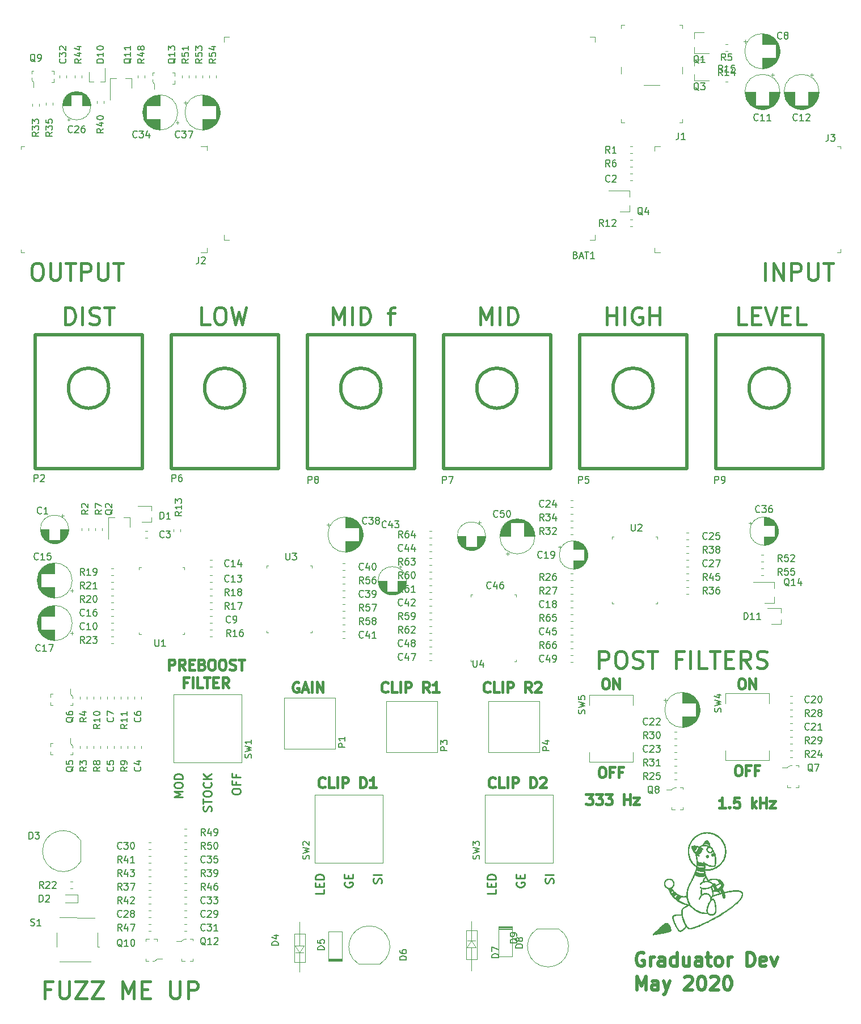
<source format=gbr>
G04 #@! TF.GenerationSoftware,KiCad,Pcbnew,(5.1.5-0-10_14)*
G04 #@! TF.CreationDate,2020-05-02T09:23:42-07:00*
G04 #@! TF.ProjectId,yellow_fuzz_dev,79656c6c-6f77-45f6-9675-7a7a5f646576,rev?*
G04 #@! TF.SameCoordinates,Original*
G04 #@! TF.FileFunction,Legend,Top*
G04 #@! TF.FilePolarity,Positive*
%FSLAX46Y46*%
G04 Gerber Fmt 4.6, Leading zero omitted, Abs format (unit mm)*
G04 Created by KiCad (PCBNEW (5.1.5-0-10_14)) date 2020-05-02 09:23:42*
%MOMM*%
%LPD*%
G04 APERTURE LIST*
%ADD10C,0.508000*%
%ADD11C,0.381000*%
%ADD12C,0.254000*%
%ADD13C,0.010000*%
%ADD14C,0.120000*%
%ADD15C,0.500000*%
%ADD16C,0.100000*%
%ADD17C,0.150000*%
G04 APERTURE END LIST*
D10*
X169010390Y-191262000D02*
X168816866Y-191165238D01*
X168526580Y-191165238D01*
X168236295Y-191262000D01*
X168042771Y-191455523D01*
X167946009Y-191649047D01*
X167849247Y-192036095D01*
X167849247Y-192326380D01*
X167946009Y-192713428D01*
X168042771Y-192906952D01*
X168236295Y-193100476D01*
X168526580Y-193197238D01*
X168720104Y-193197238D01*
X169010390Y-193100476D01*
X169107152Y-193003714D01*
X169107152Y-192326380D01*
X168720104Y-192326380D01*
X169978009Y-193197238D02*
X169978009Y-191842571D01*
X169978009Y-192229619D02*
X170074771Y-192036095D01*
X170171533Y-191939333D01*
X170365057Y-191842571D01*
X170558580Y-191842571D01*
X172106771Y-193197238D02*
X172106771Y-192132857D01*
X172010009Y-191939333D01*
X171816485Y-191842571D01*
X171429438Y-191842571D01*
X171235914Y-191939333D01*
X172106771Y-193100476D02*
X171913247Y-193197238D01*
X171429438Y-193197238D01*
X171235914Y-193100476D01*
X171139152Y-192906952D01*
X171139152Y-192713428D01*
X171235914Y-192519904D01*
X171429438Y-192423142D01*
X171913247Y-192423142D01*
X172106771Y-192326380D01*
X173945247Y-193197238D02*
X173945247Y-191165238D01*
X173945247Y-193100476D02*
X173751723Y-193197238D01*
X173364676Y-193197238D01*
X173171152Y-193100476D01*
X173074390Y-193003714D01*
X172977628Y-192810190D01*
X172977628Y-192229619D01*
X173074390Y-192036095D01*
X173171152Y-191939333D01*
X173364676Y-191842571D01*
X173751723Y-191842571D01*
X173945247Y-191939333D01*
X175783723Y-191842571D02*
X175783723Y-193197238D01*
X174912866Y-191842571D02*
X174912866Y-192906952D01*
X175009628Y-193100476D01*
X175203152Y-193197238D01*
X175493438Y-193197238D01*
X175686961Y-193100476D01*
X175783723Y-193003714D01*
X177622200Y-193197238D02*
X177622200Y-192132857D01*
X177525438Y-191939333D01*
X177331914Y-191842571D01*
X176944866Y-191842571D01*
X176751342Y-191939333D01*
X177622200Y-193100476D02*
X177428676Y-193197238D01*
X176944866Y-193197238D01*
X176751342Y-193100476D01*
X176654580Y-192906952D01*
X176654580Y-192713428D01*
X176751342Y-192519904D01*
X176944866Y-192423142D01*
X177428676Y-192423142D01*
X177622200Y-192326380D01*
X178299533Y-191842571D02*
X179073628Y-191842571D01*
X178589819Y-191165238D02*
X178589819Y-192906952D01*
X178686580Y-193100476D01*
X178880104Y-193197238D01*
X179073628Y-193197238D01*
X180041247Y-193197238D02*
X179847723Y-193100476D01*
X179750961Y-193003714D01*
X179654200Y-192810190D01*
X179654200Y-192229619D01*
X179750961Y-192036095D01*
X179847723Y-191939333D01*
X180041247Y-191842571D01*
X180331533Y-191842571D01*
X180525057Y-191939333D01*
X180621819Y-192036095D01*
X180718580Y-192229619D01*
X180718580Y-192810190D01*
X180621819Y-193003714D01*
X180525057Y-193100476D01*
X180331533Y-193197238D01*
X180041247Y-193197238D01*
X181589438Y-193197238D02*
X181589438Y-191842571D01*
X181589438Y-192229619D02*
X181686200Y-192036095D01*
X181782961Y-191939333D01*
X181976485Y-191842571D01*
X182170009Y-191842571D01*
X184395533Y-193197238D02*
X184395533Y-191165238D01*
X184879342Y-191165238D01*
X185169628Y-191262000D01*
X185363152Y-191455523D01*
X185459914Y-191649047D01*
X185556676Y-192036095D01*
X185556676Y-192326380D01*
X185459914Y-192713428D01*
X185363152Y-192906952D01*
X185169628Y-193100476D01*
X184879342Y-193197238D01*
X184395533Y-193197238D01*
X187201628Y-193100476D02*
X187008104Y-193197238D01*
X186621057Y-193197238D01*
X186427533Y-193100476D01*
X186330771Y-192906952D01*
X186330771Y-192132857D01*
X186427533Y-191939333D01*
X186621057Y-191842571D01*
X187008104Y-191842571D01*
X187201628Y-191939333D01*
X187298390Y-192132857D01*
X187298390Y-192326380D01*
X186330771Y-192519904D01*
X187975723Y-191842571D02*
X188459533Y-193197238D01*
X188943342Y-191842571D01*
X167946009Y-196753238D02*
X167946009Y-194721238D01*
X168623342Y-196172666D01*
X169300676Y-194721238D01*
X169300676Y-196753238D01*
X171139152Y-196753238D02*
X171139152Y-195688857D01*
X171042390Y-195495333D01*
X170848866Y-195398571D01*
X170461819Y-195398571D01*
X170268295Y-195495333D01*
X171139152Y-196656476D02*
X170945628Y-196753238D01*
X170461819Y-196753238D01*
X170268295Y-196656476D01*
X170171533Y-196462952D01*
X170171533Y-196269428D01*
X170268295Y-196075904D01*
X170461819Y-195979142D01*
X170945628Y-195979142D01*
X171139152Y-195882380D01*
X171913247Y-195398571D02*
X172397057Y-196753238D01*
X172880866Y-195398571D02*
X172397057Y-196753238D01*
X172203533Y-197237047D01*
X172106771Y-197333809D01*
X171913247Y-197430571D01*
X175106390Y-194914761D02*
X175203152Y-194818000D01*
X175396676Y-194721238D01*
X175880485Y-194721238D01*
X176074009Y-194818000D01*
X176170771Y-194914761D01*
X176267533Y-195108285D01*
X176267533Y-195301809D01*
X176170771Y-195592095D01*
X175009628Y-196753238D01*
X176267533Y-196753238D01*
X177525438Y-194721238D02*
X177718961Y-194721238D01*
X177912485Y-194818000D01*
X178009247Y-194914761D01*
X178106009Y-195108285D01*
X178202771Y-195495333D01*
X178202771Y-195979142D01*
X178106009Y-196366190D01*
X178009247Y-196559714D01*
X177912485Y-196656476D01*
X177718961Y-196753238D01*
X177525438Y-196753238D01*
X177331914Y-196656476D01*
X177235152Y-196559714D01*
X177138390Y-196366190D01*
X177041628Y-195979142D01*
X177041628Y-195495333D01*
X177138390Y-195108285D01*
X177235152Y-194914761D01*
X177331914Y-194818000D01*
X177525438Y-194721238D01*
X178976866Y-194914761D02*
X179073628Y-194818000D01*
X179267152Y-194721238D01*
X179750961Y-194721238D01*
X179944485Y-194818000D01*
X180041247Y-194914761D01*
X180138009Y-195108285D01*
X180138009Y-195301809D01*
X180041247Y-195592095D01*
X178880104Y-196753238D01*
X180138009Y-196753238D01*
X181395914Y-194721238D02*
X181589438Y-194721238D01*
X181782961Y-194818000D01*
X181879723Y-194914761D01*
X181976485Y-195108285D01*
X182073247Y-195495333D01*
X182073247Y-195979142D01*
X181976485Y-196366190D01*
X181879723Y-196559714D01*
X181782961Y-196656476D01*
X181589438Y-196753238D01*
X181395914Y-196753238D01*
X181202390Y-196656476D01*
X181105628Y-196559714D01*
X181008866Y-196366190D01*
X180912104Y-195979142D01*
X180912104Y-195495333D01*
X181008866Y-195108285D01*
X181105628Y-194914761D01*
X181202390Y-194818000D01*
X181395914Y-194721238D01*
D11*
X80409142Y-196668571D02*
X79562476Y-196668571D01*
X79562476Y-197999047D02*
X79562476Y-195459047D01*
X80772000Y-195459047D01*
X81739619Y-195459047D02*
X81739619Y-197515238D01*
X81860571Y-197757142D01*
X81981523Y-197878095D01*
X82223428Y-197999047D01*
X82707238Y-197999047D01*
X82949142Y-197878095D01*
X83070095Y-197757142D01*
X83191047Y-197515238D01*
X83191047Y-195459047D01*
X84158666Y-195459047D02*
X85852000Y-195459047D01*
X84158666Y-197999047D01*
X85852000Y-197999047D01*
X86577714Y-195459047D02*
X88271047Y-195459047D01*
X86577714Y-197999047D01*
X88271047Y-197999047D01*
X91173904Y-197999047D02*
X91173904Y-195459047D01*
X92020571Y-197273333D01*
X92867238Y-195459047D01*
X92867238Y-197999047D01*
X94076761Y-196668571D02*
X94923428Y-196668571D01*
X95286285Y-197999047D02*
X94076761Y-197999047D01*
X94076761Y-195459047D01*
X95286285Y-195459047D01*
X98310095Y-195459047D02*
X98310095Y-197515238D01*
X98431047Y-197757142D01*
X98552000Y-197878095D01*
X98793904Y-197999047D01*
X99277714Y-197999047D01*
X99519619Y-197878095D01*
X99640571Y-197757142D01*
X99761523Y-197515238D01*
X99761523Y-195459047D01*
X100971047Y-197999047D02*
X100971047Y-195459047D01*
X101938666Y-195459047D01*
X102180571Y-195580000D01*
X102301523Y-195700952D01*
X102422476Y-195942857D01*
X102422476Y-196305714D01*
X102301523Y-196547619D01*
X102180571Y-196668571D01*
X101938666Y-196789523D01*
X100971047Y-196789523D01*
X162293904Y-148723047D02*
X162293904Y-146183047D01*
X163261523Y-146183047D01*
X163503428Y-146304000D01*
X163624380Y-146424952D01*
X163745333Y-146666857D01*
X163745333Y-147029714D01*
X163624380Y-147271619D01*
X163503428Y-147392571D01*
X163261523Y-147513523D01*
X162293904Y-147513523D01*
X165317714Y-146183047D02*
X165801523Y-146183047D01*
X166043428Y-146304000D01*
X166285333Y-146545904D01*
X166406285Y-147029714D01*
X166406285Y-147876380D01*
X166285333Y-148360190D01*
X166043428Y-148602095D01*
X165801523Y-148723047D01*
X165317714Y-148723047D01*
X165075809Y-148602095D01*
X164833904Y-148360190D01*
X164712952Y-147876380D01*
X164712952Y-147029714D01*
X164833904Y-146545904D01*
X165075809Y-146304000D01*
X165317714Y-146183047D01*
X167373904Y-148602095D02*
X167736761Y-148723047D01*
X168341523Y-148723047D01*
X168583428Y-148602095D01*
X168704380Y-148481142D01*
X168825333Y-148239238D01*
X168825333Y-147997333D01*
X168704380Y-147755428D01*
X168583428Y-147634476D01*
X168341523Y-147513523D01*
X167857714Y-147392571D01*
X167615809Y-147271619D01*
X167494857Y-147150666D01*
X167373904Y-146908761D01*
X167373904Y-146666857D01*
X167494857Y-146424952D01*
X167615809Y-146304000D01*
X167857714Y-146183047D01*
X168462476Y-146183047D01*
X168825333Y-146304000D01*
X169551047Y-146183047D02*
X171002476Y-146183047D01*
X170276761Y-148723047D02*
X170276761Y-146183047D01*
X174631047Y-147392571D02*
X173784380Y-147392571D01*
X173784380Y-148723047D02*
X173784380Y-146183047D01*
X174993904Y-146183047D01*
X175961523Y-148723047D02*
X175961523Y-146183047D01*
X178380571Y-148723047D02*
X177171047Y-148723047D01*
X177171047Y-146183047D01*
X178864380Y-146183047D02*
X180315809Y-146183047D01*
X179590095Y-148723047D02*
X179590095Y-146183047D01*
X181162476Y-147392571D02*
X182009142Y-147392571D01*
X182372000Y-148723047D02*
X181162476Y-148723047D01*
X181162476Y-146183047D01*
X182372000Y-146183047D01*
X184912000Y-148723047D02*
X184065333Y-147513523D01*
X183460571Y-148723047D02*
X183460571Y-146183047D01*
X184428190Y-146183047D01*
X184670095Y-146304000D01*
X184791047Y-146424952D01*
X184912000Y-146666857D01*
X184912000Y-147029714D01*
X184791047Y-147271619D01*
X184670095Y-147392571D01*
X184428190Y-147513523D01*
X183460571Y-147513523D01*
X185879619Y-148602095D02*
X186242476Y-148723047D01*
X186847238Y-148723047D01*
X187089142Y-148602095D01*
X187210095Y-148481142D01*
X187331047Y-148239238D01*
X187331047Y-147997333D01*
X187210095Y-147755428D01*
X187089142Y-147634476D01*
X186847238Y-147513523D01*
X186363428Y-147392571D01*
X186121523Y-147271619D01*
X186000571Y-147150666D01*
X185879619Y-146908761D01*
X185879619Y-146666857D01*
X186000571Y-146424952D01*
X186121523Y-146304000D01*
X186363428Y-146183047D01*
X186968190Y-146183047D01*
X187331047Y-146304000D01*
X182952571Y-163249428D02*
X183242857Y-163249428D01*
X183388000Y-163322000D01*
X183533142Y-163467142D01*
X183605714Y-163757428D01*
X183605714Y-164265428D01*
X183533142Y-164555714D01*
X183388000Y-164700857D01*
X183242857Y-164773428D01*
X182952571Y-164773428D01*
X182807428Y-164700857D01*
X182662285Y-164555714D01*
X182589714Y-164265428D01*
X182589714Y-163757428D01*
X182662285Y-163467142D01*
X182807428Y-163322000D01*
X182952571Y-163249428D01*
X184766857Y-163975142D02*
X184258857Y-163975142D01*
X184258857Y-164773428D02*
X184258857Y-163249428D01*
X184984571Y-163249428D01*
X186073142Y-163975142D02*
X185565142Y-163975142D01*
X185565142Y-164773428D02*
X185565142Y-163249428D01*
X186290857Y-163249428D01*
X162632571Y-163503428D02*
X162922857Y-163503428D01*
X163068000Y-163576000D01*
X163213142Y-163721142D01*
X163285714Y-164011428D01*
X163285714Y-164519428D01*
X163213142Y-164809714D01*
X163068000Y-164954857D01*
X162922857Y-165027428D01*
X162632571Y-165027428D01*
X162487428Y-164954857D01*
X162342285Y-164809714D01*
X162269714Y-164519428D01*
X162269714Y-164011428D01*
X162342285Y-163721142D01*
X162487428Y-163576000D01*
X162632571Y-163503428D01*
X164446857Y-164229142D02*
X163938857Y-164229142D01*
X163938857Y-165027428D02*
X163938857Y-163503428D01*
X164664571Y-163503428D01*
X165753142Y-164229142D02*
X165245142Y-164229142D01*
X165245142Y-165027428D02*
X165245142Y-163503428D01*
X165970857Y-163503428D01*
X183460571Y-150295428D02*
X183750857Y-150295428D01*
X183896000Y-150368000D01*
X184041142Y-150513142D01*
X184113714Y-150803428D01*
X184113714Y-151311428D01*
X184041142Y-151601714D01*
X183896000Y-151746857D01*
X183750857Y-151819428D01*
X183460571Y-151819428D01*
X183315428Y-151746857D01*
X183170285Y-151601714D01*
X183097714Y-151311428D01*
X183097714Y-150803428D01*
X183170285Y-150513142D01*
X183315428Y-150368000D01*
X183460571Y-150295428D01*
X184766857Y-151819428D02*
X184766857Y-150295428D01*
X185637714Y-151819428D01*
X185637714Y-150295428D01*
X163140571Y-150295428D02*
X163430857Y-150295428D01*
X163576000Y-150368000D01*
X163721142Y-150513142D01*
X163793714Y-150803428D01*
X163793714Y-151311428D01*
X163721142Y-151601714D01*
X163576000Y-151746857D01*
X163430857Y-151819428D01*
X163140571Y-151819428D01*
X162995428Y-151746857D01*
X162850285Y-151601714D01*
X162777714Y-151311428D01*
X162777714Y-150803428D01*
X162850285Y-150513142D01*
X162995428Y-150368000D01*
X163140571Y-150295428D01*
X164446857Y-151819428D02*
X164446857Y-150295428D01*
X165317714Y-151819428D01*
X165317714Y-150295428D01*
X181138285Y-169599428D02*
X180267428Y-169599428D01*
X180702857Y-169599428D02*
X180702857Y-168075428D01*
X180557714Y-168293142D01*
X180412571Y-168438285D01*
X180267428Y-168510857D01*
X181791428Y-169454285D02*
X181864000Y-169526857D01*
X181791428Y-169599428D01*
X181718857Y-169526857D01*
X181791428Y-169454285D01*
X181791428Y-169599428D01*
X183242857Y-168075428D02*
X182517142Y-168075428D01*
X182444571Y-168801142D01*
X182517142Y-168728571D01*
X182662285Y-168656000D01*
X183025142Y-168656000D01*
X183170285Y-168728571D01*
X183242857Y-168801142D01*
X183315428Y-168946285D01*
X183315428Y-169309142D01*
X183242857Y-169454285D01*
X183170285Y-169526857D01*
X183025142Y-169599428D01*
X182662285Y-169599428D01*
X182517142Y-169526857D01*
X182444571Y-169454285D01*
X185129714Y-169599428D02*
X185129714Y-168075428D01*
X185274857Y-169018857D02*
X185710285Y-169599428D01*
X185710285Y-168583428D02*
X185129714Y-169164000D01*
X186363428Y-169599428D02*
X186363428Y-168075428D01*
X186363428Y-168801142D02*
X187234285Y-168801142D01*
X187234285Y-169599428D02*
X187234285Y-168075428D01*
X187814857Y-168583428D02*
X188613142Y-168583428D01*
X187814857Y-169599428D01*
X188613142Y-169599428D01*
X160382857Y-167567428D02*
X161326285Y-167567428D01*
X160818285Y-168148000D01*
X161036000Y-168148000D01*
X161181142Y-168220571D01*
X161253714Y-168293142D01*
X161326285Y-168438285D01*
X161326285Y-168801142D01*
X161253714Y-168946285D01*
X161181142Y-169018857D01*
X161036000Y-169091428D01*
X160600571Y-169091428D01*
X160455428Y-169018857D01*
X160382857Y-168946285D01*
X161834285Y-167567428D02*
X162777714Y-167567428D01*
X162269714Y-168148000D01*
X162487428Y-168148000D01*
X162632571Y-168220571D01*
X162705142Y-168293142D01*
X162777714Y-168438285D01*
X162777714Y-168801142D01*
X162705142Y-168946285D01*
X162632571Y-169018857D01*
X162487428Y-169091428D01*
X162052000Y-169091428D01*
X161906857Y-169018857D01*
X161834285Y-168946285D01*
X163285714Y-167567428D02*
X164229142Y-167567428D01*
X163721142Y-168148000D01*
X163938857Y-168148000D01*
X164084000Y-168220571D01*
X164156571Y-168293142D01*
X164229142Y-168438285D01*
X164229142Y-168801142D01*
X164156571Y-168946285D01*
X164084000Y-169018857D01*
X163938857Y-169091428D01*
X163503428Y-169091428D01*
X163358285Y-169018857D01*
X163285714Y-168946285D01*
X166043428Y-169091428D02*
X166043428Y-167567428D01*
X166043428Y-168293142D02*
X166914285Y-168293142D01*
X166914285Y-169091428D02*
X166914285Y-167567428D01*
X167494857Y-168075428D02*
X168293142Y-168075428D01*
X167494857Y-169091428D01*
X168293142Y-169091428D01*
X146775714Y-166406285D02*
X146703142Y-166478857D01*
X146485428Y-166551428D01*
X146340285Y-166551428D01*
X146122571Y-166478857D01*
X145977428Y-166333714D01*
X145904857Y-166188571D01*
X145832285Y-165898285D01*
X145832285Y-165680571D01*
X145904857Y-165390285D01*
X145977428Y-165245142D01*
X146122571Y-165100000D01*
X146340285Y-165027428D01*
X146485428Y-165027428D01*
X146703142Y-165100000D01*
X146775714Y-165172571D01*
X148154571Y-166551428D02*
X147428857Y-166551428D01*
X147428857Y-165027428D01*
X148662571Y-166551428D02*
X148662571Y-165027428D01*
X149388285Y-166551428D02*
X149388285Y-165027428D01*
X149968857Y-165027428D01*
X150114000Y-165100000D01*
X150186571Y-165172571D01*
X150259142Y-165317714D01*
X150259142Y-165535428D01*
X150186571Y-165680571D01*
X150114000Y-165753142D01*
X149968857Y-165825714D01*
X149388285Y-165825714D01*
X152073428Y-166551428D02*
X152073428Y-165027428D01*
X152436285Y-165027428D01*
X152654000Y-165100000D01*
X152799142Y-165245142D01*
X152871714Y-165390285D01*
X152944285Y-165680571D01*
X152944285Y-165898285D01*
X152871714Y-166188571D01*
X152799142Y-166333714D01*
X152654000Y-166478857D01*
X152436285Y-166551428D01*
X152073428Y-166551428D01*
X153524857Y-165172571D02*
X153597428Y-165100000D01*
X153742571Y-165027428D01*
X154105428Y-165027428D01*
X154250571Y-165100000D01*
X154323142Y-165172571D01*
X154395714Y-165317714D01*
X154395714Y-165462857D01*
X154323142Y-165680571D01*
X153452285Y-166551428D01*
X154395714Y-166551428D01*
X121375714Y-166406285D02*
X121303142Y-166478857D01*
X121085428Y-166551428D01*
X120940285Y-166551428D01*
X120722571Y-166478857D01*
X120577428Y-166333714D01*
X120504857Y-166188571D01*
X120432285Y-165898285D01*
X120432285Y-165680571D01*
X120504857Y-165390285D01*
X120577428Y-165245142D01*
X120722571Y-165100000D01*
X120940285Y-165027428D01*
X121085428Y-165027428D01*
X121303142Y-165100000D01*
X121375714Y-165172571D01*
X122754571Y-166551428D02*
X122028857Y-166551428D01*
X122028857Y-165027428D01*
X123262571Y-166551428D02*
X123262571Y-165027428D01*
X123988285Y-166551428D02*
X123988285Y-165027428D01*
X124568857Y-165027428D01*
X124714000Y-165100000D01*
X124786571Y-165172571D01*
X124859142Y-165317714D01*
X124859142Y-165535428D01*
X124786571Y-165680571D01*
X124714000Y-165753142D01*
X124568857Y-165825714D01*
X123988285Y-165825714D01*
X126673428Y-166551428D02*
X126673428Y-165027428D01*
X127036285Y-165027428D01*
X127254000Y-165100000D01*
X127399142Y-165245142D01*
X127471714Y-165390285D01*
X127544285Y-165680571D01*
X127544285Y-165898285D01*
X127471714Y-166188571D01*
X127399142Y-166333714D01*
X127254000Y-166478857D01*
X127036285Y-166551428D01*
X126673428Y-166551428D01*
X128995714Y-166551428D02*
X128124857Y-166551428D01*
X128560285Y-166551428D02*
X128560285Y-165027428D01*
X128415142Y-165245142D01*
X128270000Y-165390285D01*
X128124857Y-165462857D01*
X98116571Y-148961928D02*
X98116571Y-147437928D01*
X98697142Y-147437928D01*
X98842285Y-147510500D01*
X98914857Y-147583071D01*
X98987428Y-147728214D01*
X98987428Y-147945928D01*
X98914857Y-148091071D01*
X98842285Y-148163642D01*
X98697142Y-148236214D01*
X98116571Y-148236214D01*
X100511428Y-148961928D02*
X100003428Y-148236214D01*
X99640571Y-148961928D02*
X99640571Y-147437928D01*
X100221142Y-147437928D01*
X100366285Y-147510500D01*
X100438857Y-147583071D01*
X100511428Y-147728214D01*
X100511428Y-147945928D01*
X100438857Y-148091071D01*
X100366285Y-148163642D01*
X100221142Y-148236214D01*
X99640571Y-148236214D01*
X101164571Y-148163642D02*
X101672571Y-148163642D01*
X101890285Y-148961928D02*
X101164571Y-148961928D01*
X101164571Y-147437928D01*
X101890285Y-147437928D01*
X103051428Y-148163642D02*
X103269142Y-148236214D01*
X103341714Y-148308785D01*
X103414285Y-148453928D01*
X103414285Y-148671642D01*
X103341714Y-148816785D01*
X103269142Y-148889357D01*
X103124000Y-148961928D01*
X102543428Y-148961928D01*
X102543428Y-147437928D01*
X103051428Y-147437928D01*
X103196571Y-147510500D01*
X103269142Y-147583071D01*
X103341714Y-147728214D01*
X103341714Y-147873357D01*
X103269142Y-148018500D01*
X103196571Y-148091071D01*
X103051428Y-148163642D01*
X102543428Y-148163642D01*
X104357714Y-147437928D02*
X104648000Y-147437928D01*
X104793142Y-147510500D01*
X104938285Y-147655642D01*
X105010857Y-147945928D01*
X105010857Y-148453928D01*
X104938285Y-148744214D01*
X104793142Y-148889357D01*
X104648000Y-148961928D01*
X104357714Y-148961928D01*
X104212571Y-148889357D01*
X104067428Y-148744214D01*
X103994857Y-148453928D01*
X103994857Y-147945928D01*
X104067428Y-147655642D01*
X104212571Y-147510500D01*
X104357714Y-147437928D01*
X105954285Y-147437928D02*
X106244571Y-147437928D01*
X106389714Y-147510500D01*
X106534857Y-147655642D01*
X106607428Y-147945928D01*
X106607428Y-148453928D01*
X106534857Y-148744214D01*
X106389714Y-148889357D01*
X106244571Y-148961928D01*
X105954285Y-148961928D01*
X105809142Y-148889357D01*
X105664000Y-148744214D01*
X105591428Y-148453928D01*
X105591428Y-147945928D01*
X105664000Y-147655642D01*
X105809142Y-147510500D01*
X105954285Y-147437928D01*
X107188000Y-148889357D02*
X107405714Y-148961928D01*
X107768571Y-148961928D01*
X107913714Y-148889357D01*
X107986285Y-148816785D01*
X108058857Y-148671642D01*
X108058857Y-148526500D01*
X107986285Y-148381357D01*
X107913714Y-148308785D01*
X107768571Y-148236214D01*
X107478285Y-148163642D01*
X107333142Y-148091071D01*
X107260571Y-148018500D01*
X107188000Y-147873357D01*
X107188000Y-147728214D01*
X107260571Y-147583071D01*
X107333142Y-147510500D01*
X107478285Y-147437928D01*
X107841142Y-147437928D01*
X108058857Y-147510500D01*
X108494285Y-147437928D02*
X109365142Y-147437928D01*
X108929714Y-148961928D02*
X108929714Y-147437928D01*
X100838000Y-150830642D02*
X100330000Y-150830642D01*
X100330000Y-151628928D02*
X100330000Y-150104928D01*
X101055714Y-150104928D01*
X101636285Y-151628928D02*
X101636285Y-150104928D01*
X103087714Y-151628928D02*
X102362000Y-151628928D01*
X102362000Y-150104928D01*
X103378000Y-150104928D02*
X104248857Y-150104928D01*
X103813428Y-151628928D02*
X103813428Y-150104928D01*
X104756857Y-150830642D02*
X105264857Y-150830642D01*
X105482571Y-151628928D02*
X104756857Y-151628928D01*
X104756857Y-150104928D01*
X105482571Y-150104928D01*
X107006571Y-151628928D02*
X106498571Y-150903214D01*
X106135714Y-151628928D02*
X106135714Y-150104928D01*
X106716285Y-150104928D01*
X106861428Y-150177500D01*
X106934000Y-150250071D01*
X107006571Y-150395214D01*
X107006571Y-150612928D01*
X106934000Y-150758071D01*
X106861428Y-150830642D01*
X106716285Y-150903214D01*
X106135714Y-150903214D01*
D12*
X146878523Y-181775100D02*
X146878523Y-182379861D01*
X145608523Y-182379861D01*
X146213285Y-181351766D02*
X146213285Y-180928433D01*
X146878523Y-180747004D02*
X146878523Y-181351766D01*
X145608523Y-181351766D01*
X145608523Y-180747004D01*
X146878523Y-180202719D02*
X145608523Y-180202719D01*
X145608523Y-179900338D01*
X145669000Y-179718909D01*
X145789952Y-179597957D01*
X145910904Y-179537480D01*
X146152809Y-179477004D01*
X146334238Y-179477004D01*
X146576142Y-179537480D01*
X146697095Y-179597957D01*
X146818047Y-179718909D01*
X146878523Y-179900338D01*
X146878523Y-180202719D01*
X149987000Y-180686528D02*
X149926523Y-180807480D01*
X149926523Y-180988909D01*
X149987000Y-181170338D01*
X150107952Y-181291290D01*
X150228904Y-181351766D01*
X150470809Y-181412242D01*
X150652238Y-181412242D01*
X150894142Y-181351766D01*
X151015095Y-181291290D01*
X151136047Y-181170338D01*
X151196523Y-180988909D01*
X151196523Y-180867957D01*
X151136047Y-180686528D01*
X151075571Y-180626052D01*
X150652238Y-180626052D01*
X150652238Y-180867957D01*
X150531285Y-180081766D02*
X150531285Y-179658433D01*
X151196523Y-179477004D02*
X151196523Y-180081766D01*
X149926523Y-180081766D01*
X149926523Y-179477004D01*
X155454047Y-180807480D02*
X155514523Y-180626052D01*
X155514523Y-180323671D01*
X155454047Y-180202719D01*
X155393571Y-180142242D01*
X155272619Y-180081766D01*
X155151666Y-180081766D01*
X155030714Y-180142242D01*
X154970238Y-180202719D01*
X154909761Y-180323671D01*
X154849285Y-180565576D01*
X154788809Y-180686528D01*
X154728333Y-180747004D01*
X154607380Y-180807480D01*
X154486428Y-180807480D01*
X154365476Y-180747004D01*
X154305000Y-180686528D01*
X154244523Y-180565576D01*
X154244523Y-180263195D01*
X154305000Y-180081766D01*
X155514523Y-179537480D02*
X154244523Y-179537480D01*
X100142523Y-167998623D02*
X98872523Y-167998623D01*
X99779666Y-167575290D01*
X98872523Y-167151957D01*
X100142523Y-167151957D01*
X98872523Y-166305290D02*
X98872523Y-166063385D01*
X98933000Y-165942433D01*
X99053952Y-165821480D01*
X99295857Y-165761004D01*
X99719190Y-165761004D01*
X99961095Y-165821480D01*
X100082047Y-165942433D01*
X100142523Y-166063385D01*
X100142523Y-166305290D01*
X100082047Y-166426242D01*
X99961095Y-166547195D01*
X99719190Y-166607671D01*
X99295857Y-166607671D01*
X99053952Y-166547195D01*
X98933000Y-166426242D01*
X98872523Y-166305290D01*
X100142523Y-165216719D02*
X98872523Y-165216719D01*
X98872523Y-164914338D01*
X98933000Y-164732909D01*
X99053952Y-164611957D01*
X99174904Y-164551480D01*
X99416809Y-164491004D01*
X99598238Y-164491004D01*
X99840142Y-164551480D01*
X99961095Y-164611957D01*
X100082047Y-164732909D01*
X100142523Y-164914338D01*
X100142523Y-165216719D01*
X104400047Y-170054814D02*
X104460523Y-169873385D01*
X104460523Y-169571004D01*
X104400047Y-169450052D01*
X104339571Y-169389576D01*
X104218619Y-169329100D01*
X104097666Y-169329100D01*
X103976714Y-169389576D01*
X103916238Y-169450052D01*
X103855761Y-169571004D01*
X103795285Y-169812909D01*
X103734809Y-169933861D01*
X103674333Y-169994338D01*
X103553380Y-170054814D01*
X103432428Y-170054814D01*
X103311476Y-169994338D01*
X103251000Y-169933861D01*
X103190523Y-169812909D01*
X103190523Y-169510528D01*
X103251000Y-169329100D01*
X103190523Y-168966242D02*
X103190523Y-168240528D01*
X104460523Y-168603385D02*
X103190523Y-168603385D01*
X103190523Y-167575290D02*
X103190523Y-167333385D01*
X103251000Y-167212433D01*
X103371952Y-167091480D01*
X103613857Y-167031004D01*
X104037190Y-167031004D01*
X104279095Y-167091480D01*
X104400047Y-167212433D01*
X104460523Y-167333385D01*
X104460523Y-167575290D01*
X104400047Y-167696242D01*
X104279095Y-167817195D01*
X104037190Y-167877671D01*
X103613857Y-167877671D01*
X103371952Y-167817195D01*
X103251000Y-167696242D01*
X103190523Y-167575290D01*
X104339571Y-165761004D02*
X104400047Y-165821480D01*
X104460523Y-166002909D01*
X104460523Y-166123861D01*
X104400047Y-166305290D01*
X104279095Y-166426242D01*
X104158142Y-166486719D01*
X103916238Y-166547195D01*
X103734809Y-166547195D01*
X103492904Y-166486719D01*
X103371952Y-166426242D01*
X103251000Y-166305290D01*
X103190523Y-166123861D01*
X103190523Y-166002909D01*
X103251000Y-165821480D01*
X103311476Y-165761004D01*
X104460523Y-165216719D02*
X103190523Y-165216719D01*
X104460523Y-164491004D02*
X103734809Y-165035290D01*
X103190523Y-164491004D02*
X103916238Y-165216719D01*
X107508523Y-167212433D02*
X107508523Y-166970528D01*
X107569000Y-166849576D01*
X107689952Y-166728623D01*
X107931857Y-166668147D01*
X108355190Y-166668147D01*
X108597095Y-166728623D01*
X108718047Y-166849576D01*
X108778523Y-166970528D01*
X108778523Y-167212433D01*
X108718047Y-167333385D01*
X108597095Y-167454338D01*
X108355190Y-167514814D01*
X107931857Y-167514814D01*
X107689952Y-167454338D01*
X107569000Y-167333385D01*
X107508523Y-167212433D01*
X108113285Y-165700528D02*
X108113285Y-166123861D01*
X108778523Y-166123861D02*
X107508523Y-166123861D01*
X107508523Y-165519100D01*
X108113285Y-164611957D02*
X108113285Y-165035290D01*
X108778523Y-165035290D02*
X107508523Y-165035290D01*
X107508523Y-164430528D01*
X121224523Y-181775100D02*
X121224523Y-182379861D01*
X119954523Y-182379861D01*
X120559285Y-181351766D02*
X120559285Y-180928433D01*
X121224523Y-180747004D02*
X121224523Y-181351766D01*
X119954523Y-181351766D01*
X119954523Y-180747004D01*
X121224523Y-180202719D02*
X119954523Y-180202719D01*
X119954523Y-179900338D01*
X120015000Y-179718909D01*
X120135952Y-179597957D01*
X120256904Y-179537480D01*
X120498809Y-179477004D01*
X120680238Y-179477004D01*
X120922142Y-179537480D01*
X121043095Y-179597957D01*
X121164047Y-179718909D01*
X121224523Y-179900338D01*
X121224523Y-180202719D01*
X124333000Y-180686528D02*
X124272523Y-180807480D01*
X124272523Y-180988909D01*
X124333000Y-181170338D01*
X124453952Y-181291290D01*
X124574904Y-181351766D01*
X124816809Y-181412242D01*
X124998238Y-181412242D01*
X125240142Y-181351766D01*
X125361095Y-181291290D01*
X125482047Y-181170338D01*
X125542523Y-180988909D01*
X125542523Y-180867957D01*
X125482047Y-180686528D01*
X125421571Y-180626052D01*
X124998238Y-180626052D01*
X124998238Y-180867957D01*
X124877285Y-180081766D02*
X124877285Y-179658433D01*
X125542523Y-179477004D02*
X125542523Y-180081766D01*
X124272523Y-180081766D01*
X124272523Y-179477004D01*
X129800047Y-180807480D02*
X129860523Y-180626052D01*
X129860523Y-180323671D01*
X129800047Y-180202719D01*
X129739571Y-180142242D01*
X129618619Y-180081766D01*
X129497666Y-180081766D01*
X129376714Y-180142242D01*
X129316238Y-180202719D01*
X129255761Y-180323671D01*
X129195285Y-180565576D01*
X129134809Y-180686528D01*
X129074333Y-180747004D01*
X128953380Y-180807480D01*
X128832428Y-180807480D01*
X128711476Y-180747004D01*
X128651000Y-180686528D01*
X128590523Y-180565576D01*
X128590523Y-180263195D01*
X128651000Y-180081766D01*
X129860523Y-179537480D02*
X128590523Y-179537480D01*
D11*
X146013714Y-152182285D02*
X145941142Y-152254857D01*
X145723428Y-152327428D01*
X145578285Y-152327428D01*
X145360571Y-152254857D01*
X145215428Y-152109714D01*
X145142857Y-151964571D01*
X145070285Y-151674285D01*
X145070285Y-151456571D01*
X145142857Y-151166285D01*
X145215428Y-151021142D01*
X145360571Y-150876000D01*
X145578285Y-150803428D01*
X145723428Y-150803428D01*
X145941142Y-150876000D01*
X146013714Y-150948571D01*
X147392571Y-152327428D02*
X146666857Y-152327428D01*
X146666857Y-150803428D01*
X147900571Y-152327428D02*
X147900571Y-150803428D01*
X148626285Y-152327428D02*
X148626285Y-150803428D01*
X149206857Y-150803428D01*
X149352000Y-150876000D01*
X149424571Y-150948571D01*
X149497142Y-151093714D01*
X149497142Y-151311428D01*
X149424571Y-151456571D01*
X149352000Y-151529142D01*
X149206857Y-151601714D01*
X148626285Y-151601714D01*
X152182285Y-152327428D02*
X151674285Y-151601714D01*
X151311428Y-152327428D02*
X151311428Y-150803428D01*
X151892000Y-150803428D01*
X152037142Y-150876000D01*
X152109714Y-150948571D01*
X152182285Y-151093714D01*
X152182285Y-151311428D01*
X152109714Y-151456571D01*
X152037142Y-151529142D01*
X151892000Y-151601714D01*
X151311428Y-151601714D01*
X152762857Y-150948571D02*
X152835428Y-150876000D01*
X152980571Y-150803428D01*
X153343428Y-150803428D01*
X153488571Y-150876000D01*
X153561142Y-150948571D01*
X153633714Y-151093714D01*
X153633714Y-151238857D01*
X153561142Y-151456571D01*
X152690285Y-152327428D01*
X153633714Y-152327428D01*
X130773714Y-152182285D02*
X130701142Y-152254857D01*
X130483428Y-152327428D01*
X130338285Y-152327428D01*
X130120571Y-152254857D01*
X129975428Y-152109714D01*
X129902857Y-151964571D01*
X129830285Y-151674285D01*
X129830285Y-151456571D01*
X129902857Y-151166285D01*
X129975428Y-151021142D01*
X130120571Y-150876000D01*
X130338285Y-150803428D01*
X130483428Y-150803428D01*
X130701142Y-150876000D01*
X130773714Y-150948571D01*
X132152571Y-152327428D02*
X131426857Y-152327428D01*
X131426857Y-150803428D01*
X132660571Y-152327428D02*
X132660571Y-150803428D01*
X133386285Y-152327428D02*
X133386285Y-150803428D01*
X133966857Y-150803428D01*
X134112000Y-150876000D01*
X134184571Y-150948571D01*
X134257142Y-151093714D01*
X134257142Y-151311428D01*
X134184571Y-151456571D01*
X134112000Y-151529142D01*
X133966857Y-151601714D01*
X133386285Y-151601714D01*
X136942285Y-152327428D02*
X136434285Y-151601714D01*
X136071428Y-152327428D02*
X136071428Y-150803428D01*
X136652000Y-150803428D01*
X136797142Y-150876000D01*
X136869714Y-150948571D01*
X136942285Y-151093714D01*
X136942285Y-151311428D01*
X136869714Y-151456571D01*
X136797142Y-151529142D01*
X136652000Y-151601714D01*
X136071428Y-151601714D01*
X138393714Y-152327428D02*
X137522857Y-152327428D01*
X137958285Y-152327428D02*
X137958285Y-150803428D01*
X137813142Y-151021142D01*
X137668000Y-151166285D01*
X137522857Y-151238857D01*
X184331428Y-97415047D02*
X183121904Y-97415047D01*
X183121904Y-94875047D01*
X185178095Y-96084571D02*
X186024761Y-96084571D01*
X186387619Y-97415047D02*
X185178095Y-97415047D01*
X185178095Y-94875047D01*
X186387619Y-94875047D01*
X187113333Y-94875047D02*
X187960000Y-97415047D01*
X188806666Y-94875047D01*
X189653333Y-96084571D02*
X190500000Y-96084571D01*
X190862857Y-97415047D02*
X189653333Y-97415047D01*
X189653333Y-94875047D01*
X190862857Y-94875047D01*
X193160952Y-97415047D02*
X191951428Y-97415047D01*
X191951428Y-94875047D01*
X163455047Y-97415047D02*
X163455047Y-94875047D01*
X163455047Y-96084571D02*
X164906476Y-96084571D01*
X164906476Y-97415047D02*
X164906476Y-94875047D01*
X166116000Y-97415047D02*
X166116000Y-94875047D01*
X168656000Y-94996000D02*
X168414095Y-94875047D01*
X168051238Y-94875047D01*
X167688380Y-94996000D01*
X167446476Y-95237904D01*
X167325523Y-95479809D01*
X167204571Y-95963619D01*
X167204571Y-96326476D01*
X167325523Y-96810285D01*
X167446476Y-97052190D01*
X167688380Y-97294095D01*
X168051238Y-97415047D01*
X168293142Y-97415047D01*
X168656000Y-97294095D01*
X168776952Y-97173142D01*
X168776952Y-96326476D01*
X168293142Y-96326476D01*
X169865523Y-97415047D02*
X169865523Y-94875047D01*
X169865523Y-96084571D02*
X171316952Y-96084571D01*
X171316952Y-97415047D02*
X171316952Y-94875047D01*
X144598571Y-97415047D02*
X144598571Y-94875047D01*
X145445238Y-96689333D01*
X146291904Y-94875047D01*
X146291904Y-97415047D01*
X147501428Y-97415047D02*
X147501428Y-94875047D01*
X148710952Y-97415047D02*
X148710952Y-94875047D01*
X149315714Y-94875047D01*
X149678571Y-94996000D01*
X149920476Y-95237904D01*
X150041428Y-95479809D01*
X150162380Y-95963619D01*
X150162380Y-96326476D01*
X150041428Y-96810285D01*
X149920476Y-97052190D01*
X149678571Y-97294095D01*
X149315714Y-97415047D01*
X148710952Y-97415047D01*
X122585238Y-97415047D02*
X122585238Y-94875047D01*
X123431904Y-96689333D01*
X124278571Y-94875047D01*
X124278571Y-97415047D01*
X125488095Y-97415047D02*
X125488095Y-94875047D01*
X126697619Y-97415047D02*
X126697619Y-94875047D01*
X127302380Y-94875047D01*
X127665238Y-94996000D01*
X127907142Y-95237904D01*
X128028095Y-95479809D01*
X128149047Y-95963619D01*
X128149047Y-96326476D01*
X128028095Y-96810285D01*
X127907142Y-97052190D01*
X127665238Y-97294095D01*
X127302380Y-97415047D01*
X126697619Y-97415047D01*
X130810000Y-95721714D02*
X131777619Y-95721714D01*
X131172857Y-97415047D02*
X131172857Y-95237904D01*
X131293809Y-94996000D01*
X131535714Y-94875047D01*
X131777619Y-94875047D01*
X104176285Y-97415047D02*
X102966761Y-97415047D01*
X102966761Y-94875047D01*
X105506761Y-94875047D02*
X105990571Y-94875047D01*
X106232476Y-94996000D01*
X106474380Y-95237904D01*
X106595333Y-95721714D01*
X106595333Y-96568380D01*
X106474380Y-97052190D01*
X106232476Y-97294095D01*
X105990571Y-97415047D01*
X105506761Y-97415047D01*
X105264857Y-97294095D01*
X105022952Y-97052190D01*
X104902000Y-96568380D01*
X104902000Y-95721714D01*
X105022952Y-95237904D01*
X105264857Y-94996000D01*
X105506761Y-94875047D01*
X107442000Y-94875047D02*
X108046761Y-97415047D01*
X108530571Y-95600761D01*
X109014380Y-97415047D01*
X109619142Y-94875047D01*
X117456857Y-150876000D02*
X117311714Y-150803428D01*
X117094000Y-150803428D01*
X116876285Y-150876000D01*
X116731142Y-151021142D01*
X116658571Y-151166285D01*
X116586000Y-151456571D01*
X116586000Y-151674285D01*
X116658571Y-151964571D01*
X116731142Y-152109714D01*
X116876285Y-152254857D01*
X117094000Y-152327428D01*
X117239142Y-152327428D01*
X117456857Y-152254857D01*
X117529428Y-152182285D01*
X117529428Y-151674285D01*
X117239142Y-151674285D01*
X118110000Y-151892000D02*
X118835714Y-151892000D01*
X117964857Y-152327428D02*
X118472857Y-150803428D01*
X118980857Y-152327428D01*
X119488857Y-152327428D02*
X119488857Y-150803428D01*
X120214571Y-152327428D02*
X120214571Y-150803428D01*
X121085428Y-152327428D01*
X121085428Y-150803428D01*
X82658857Y-97415047D02*
X82658857Y-94875047D01*
X83263619Y-94875047D01*
X83626476Y-94996000D01*
X83868380Y-95237904D01*
X83989333Y-95479809D01*
X84110285Y-95963619D01*
X84110285Y-96326476D01*
X83989333Y-96810285D01*
X83868380Y-97052190D01*
X83626476Y-97294095D01*
X83263619Y-97415047D01*
X82658857Y-97415047D01*
X85198857Y-97415047D02*
X85198857Y-94875047D01*
X86287428Y-97294095D02*
X86650285Y-97415047D01*
X87255047Y-97415047D01*
X87496952Y-97294095D01*
X87617904Y-97173142D01*
X87738857Y-96931238D01*
X87738857Y-96689333D01*
X87617904Y-96447428D01*
X87496952Y-96326476D01*
X87255047Y-96205523D01*
X86771238Y-96084571D01*
X86529333Y-95963619D01*
X86408380Y-95842666D01*
X86287428Y-95600761D01*
X86287428Y-95358857D01*
X86408380Y-95116952D01*
X86529333Y-94996000D01*
X86771238Y-94875047D01*
X87376000Y-94875047D01*
X87738857Y-94996000D01*
X88464571Y-94875047D02*
X89916000Y-94875047D01*
X89190285Y-97415047D02*
X89190285Y-94875047D01*
X187125428Y-90811047D02*
X187125428Y-88271047D01*
X188334952Y-90811047D02*
X188334952Y-88271047D01*
X189786380Y-90811047D01*
X189786380Y-88271047D01*
X190995904Y-90811047D02*
X190995904Y-88271047D01*
X191963523Y-88271047D01*
X192205428Y-88392000D01*
X192326380Y-88512952D01*
X192447333Y-88754857D01*
X192447333Y-89117714D01*
X192326380Y-89359619D01*
X192205428Y-89480571D01*
X191963523Y-89601523D01*
X190995904Y-89601523D01*
X193535904Y-88271047D02*
X193535904Y-90327238D01*
X193656857Y-90569142D01*
X193777809Y-90690095D01*
X194019714Y-90811047D01*
X194503523Y-90811047D01*
X194745428Y-90690095D01*
X194866380Y-90569142D01*
X194987333Y-90327238D01*
X194987333Y-88271047D01*
X195834000Y-88271047D02*
X197285428Y-88271047D01*
X196559714Y-90811047D02*
X196559714Y-88271047D01*
X78219904Y-88271047D02*
X78703714Y-88271047D01*
X78945619Y-88392000D01*
X79187523Y-88633904D01*
X79308476Y-89117714D01*
X79308476Y-89964380D01*
X79187523Y-90448190D01*
X78945619Y-90690095D01*
X78703714Y-90811047D01*
X78219904Y-90811047D01*
X77978000Y-90690095D01*
X77736095Y-90448190D01*
X77615142Y-89964380D01*
X77615142Y-89117714D01*
X77736095Y-88633904D01*
X77978000Y-88392000D01*
X78219904Y-88271047D01*
X80397047Y-88271047D02*
X80397047Y-90327238D01*
X80518000Y-90569142D01*
X80638952Y-90690095D01*
X80880857Y-90811047D01*
X81364666Y-90811047D01*
X81606571Y-90690095D01*
X81727523Y-90569142D01*
X81848476Y-90327238D01*
X81848476Y-88271047D01*
X82695142Y-88271047D02*
X84146571Y-88271047D01*
X83420857Y-90811047D02*
X83420857Y-88271047D01*
X84993238Y-90811047D02*
X84993238Y-88271047D01*
X85960857Y-88271047D01*
X86202761Y-88392000D01*
X86323714Y-88512952D01*
X86444666Y-88754857D01*
X86444666Y-89117714D01*
X86323714Y-89359619D01*
X86202761Y-89480571D01*
X85960857Y-89601523D01*
X84993238Y-89601523D01*
X87533238Y-88271047D02*
X87533238Y-90327238D01*
X87654190Y-90569142D01*
X87775142Y-90690095D01*
X88017047Y-90811047D01*
X88500857Y-90811047D01*
X88742761Y-90690095D01*
X88863714Y-90569142D01*
X88984666Y-90327238D01*
X88984666Y-88271047D01*
X89831333Y-88271047D02*
X91282761Y-88271047D01*
X90557047Y-90811047D02*
X90557047Y-88271047D01*
D13*
G36*
X179275650Y-176378007D02*
G01*
X179316840Y-176392159D01*
X179325802Y-176396698D01*
X179361665Y-176421558D01*
X179389879Y-176452478D01*
X179410227Y-176487986D01*
X179422496Y-176526608D01*
X179426467Y-176566870D01*
X179421926Y-176607301D01*
X179408656Y-176646426D01*
X179386442Y-176682773D01*
X179370396Y-176700983D01*
X179336312Y-176727952D01*
X179297303Y-176746368D01*
X179255246Y-176755783D01*
X179212020Y-176755754D01*
X179174411Y-176747530D01*
X179134849Y-176729296D01*
X179101664Y-176703607D01*
X179075433Y-176671862D01*
X179056734Y-176635457D01*
X179046143Y-176595792D01*
X179044238Y-176554263D01*
X179051596Y-176512269D01*
X179064065Y-176480233D01*
X179087778Y-176443253D01*
X179118063Y-176413627D01*
X179153457Y-176391822D01*
X179192495Y-176378305D01*
X179233714Y-176373545D01*
X179275650Y-176378007D01*
G37*
X179275650Y-176378007D02*
X179316840Y-176392159D01*
X179325802Y-176396698D01*
X179361665Y-176421558D01*
X179389879Y-176452478D01*
X179410227Y-176487986D01*
X179422496Y-176526608D01*
X179426467Y-176566870D01*
X179421926Y-176607301D01*
X179408656Y-176646426D01*
X179386442Y-176682773D01*
X179370396Y-176700983D01*
X179336312Y-176727952D01*
X179297303Y-176746368D01*
X179255246Y-176755783D01*
X179212020Y-176755754D01*
X179174411Y-176747530D01*
X179134849Y-176729296D01*
X179101664Y-176703607D01*
X179075433Y-176671862D01*
X179056734Y-176635457D01*
X179046143Y-176595792D01*
X179044238Y-176554263D01*
X179051596Y-176512269D01*
X179064065Y-176480233D01*
X179087778Y-176443253D01*
X179118063Y-176413627D01*
X179153457Y-176391822D01*
X179192495Y-176378305D01*
X179233714Y-176373545D01*
X179275650Y-176378007D01*
G36*
X178492948Y-176614604D02*
G01*
X178530163Y-176628735D01*
X178564210Y-176651661D01*
X178593369Y-176681696D01*
X178615918Y-176717150D01*
X178627549Y-176746596D01*
X178634968Y-176789138D01*
X178632588Y-176831175D01*
X178621155Y-176871281D01*
X178601414Y-176908027D01*
X178574109Y-176939989D01*
X178539986Y-176965740D01*
X178504449Y-176982292D01*
X178477354Y-176988240D01*
X178444925Y-176990121D01*
X178411554Y-176988040D01*
X178381631Y-176982102D01*
X178372860Y-176979160D01*
X178341880Y-176962523D01*
X178312195Y-176937942D01*
X178286470Y-176907969D01*
X178269952Y-176880654D01*
X178261265Y-176861813D01*
X178256123Y-176846189D01*
X178253632Y-176829568D01*
X178252894Y-176807738D01*
X178252879Y-176800370D01*
X178253531Y-176774929D01*
X178255917Y-176755858D01*
X178260806Y-176738989D01*
X178266872Y-176724638D01*
X178286235Y-176691961D01*
X178312023Y-176661958D01*
X178341363Y-176637657D01*
X178359343Y-176627139D01*
X178390661Y-176616232D01*
X178427170Y-176610495D01*
X178464613Y-176610326D01*
X178492948Y-176614604D01*
G37*
X178492948Y-176614604D02*
X178530163Y-176628735D01*
X178564210Y-176651661D01*
X178593369Y-176681696D01*
X178615918Y-176717150D01*
X178627549Y-176746596D01*
X178634968Y-176789138D01*
X178632588Y-176831175D01*
X178621155Y-176871281D01*
X178601414Y-176908027D01*
X178574109Y-176939989D01*
X178539986Y-176965740D01*
X178504449Y-176982292D01*
X178477354Y-176988240D01*
X178444925Y-176990121D01*
X178411554Y-176988040D01*
X178381631Y-176982102D01*
X178372860Y-176979160D01*
X178341880Y-176962523D01*
X178312195Y-176937942D01*
X178286470Y-176907969D01*
X178269952Y-176880654D01*
X178261265Y-176861813D01*
X178256123Y-176846189D01*
X178253632Y-176829568D01*
X178252894Y-176807738D01*
X178252879Y-176800370D01*
X178253531Y-176774929D01*
X178255917Y-176755858D01*
X178260806Y-176738989D01*
X178266872Y-176724638D01*
X178286235Y-176691961D01*
X178312023Y-176661958D01*
X178341363Y-176637657D01*
X178359343Y-176627139D01*
X178390661Y-176616232D01*
X178427170Y-176610495D01*
X178464613Y-176610326D01*
X178492948Y-176614604D01*
G36*
X178453873Y-173204604D02*
G01*
X178506760Y-173205287D01*
X178553585Y-173206602D01*
X178596607Y-173208689D01*
X178638082Y-173211689D01*
X178680270Y-173215741D01*
X178725428Y-173220986D01*
X178775814Y-173227564D01*
X178784250Y-173228714D01*
X178953073Y-173257130D01*
X179119240Y-173295735D01*
X179282475Y-173344406D01*
X179442502Y-173403020D01*
X179599045Y-173471454D01*
X179751830Y-173549586D01*
X179900580Y-173637291D01*
X180045019Y-173734448D01*
X180184871Y-173840932D01*
X180218585Y-173868580D01*
X180248169Y-173894192D01*
X180283132Y-173926101D01*
X180321914Y-173962747D01*
X180362953Y-174002573D01*
X180404690Y-174044019D01*
X180445564Y-174085526D01*
X180484013Y-174125535D01*
X180518479Y-174162488D01*
X180547399Y-174194826D01*
X180559981Y-174209604D01*
X180668777Y-174348329D01*
X180768318Y-174491655D01*
X180858466Y-174639281D01*
X180939081Y-174790908D01*
X181010025Y-174946237D01*
X181071158Y-175104969D01*
X181122342Y-175266804D01*
X181163438Y-175431444D01*
X181188841Y-175564271D01*
X181212463Y-175738325D01*
X181225594Y-175911656D01*
X181228318Y-176083956D01*
X181220719Y-176254915D01*
X181202883Y-176424224D01*
X181174892Y-176591574D01*
X181136832Y-176756656D01*
X181088787Y-176919160D01*
X181030841Y-177078777D01*
X180963078Y-177235198D01*
X180885583Y-177388113D01*
X180798440Y-177537215D01*
X180701732Y-177682192D01*
X180595545Y-177822737D01*
X180562017Y-177863793D01*
X180535885Y-177893996D01*
X180503385Y-177929599D01*
X180466102Y-177969020D01*
X180425617Y-178010675D01*
X180383516Y-178052980D01*
X180341382Y-178094352D01*
X180300797Y-178133207D01*
X180263347Y-178167963D01*
X180230615Y-178197034D01*
X180218422Y-178207362D01*
X180078754Y-178317014D01*
X179935506Y-178416726D01*
X179788530Y-178506562D01*
X179637677Y-178586582D01*
X179482798Y-178656852D01*
X179323745Y-178717433D01*
X179160369Y-178768389D01*
X178992522Y-178809782D01*
X178820055Y-178841675D01*
X178673125Y-178860995D01*
X178615598Y-178866039D01*
X178550508Y-178869718D01*
X178480235Y-178872036D01*
X178407159Y-178872997D01*
X178333660Y-178872605D01*
X178262118Y-178870863D01*
X178194914Y-178867774D01*
X178134429Y-178863343D01*
X178102948Y-178860111D01*
X178075167Y-178856876D01*
X178075167Y-178888505D01*
X178076005Y-178915089D01*
X178078347Y-178949677D01*
X178081934Y-178989833D01*
X178086507Y-179033126D01*
X178091809Y-179077122D01*
X178097579Y-179119388D01*
X178103560Y-179157491D01*
X178104089Y-179160568D01*
X178118602Y-179236330D01*
X178136067Y-179312374D01*
X178156824Y-179389642D01*
X178181211Y-179469072D01*
X178209568Y-179551607D01*
X178242233Y-179638186D01*
X178279546Y-179729750D01*
X178321845Y-179827239D01*
X178369470Y-179931593D01*
X178421291Y-180040716D01*
X178434791Y-180068266D01*
X178450878Y-180100428D01*
X178468777Y-180135717D01*
X178487715Y-180172649D01*
X178506918Y-180209739D01*
X178525611Y-180245503D01*
X178543022Y-180278457D01*
X178558375Y-180307116D01*
X178570897Y-180329996D01*
X178579815Y-180345613D01*
X178582581Y-180350081D01*
X178586333Y-180352088D01*
X178593630Y-180350309D01*
X178605774Y-180344097D01*
X178624066Y-180332805D01*
X178644840Y-180319118D01*
X178728668Y-180268606D01*
X178818959Y-180225021D01*
X178916211Y-180188185D01*
X179020918Y-180157917D01*
X179133578Y-180134037D01*
X179173187Y-180127434D01*
X179207495Y-180123160D01*
X179250116Y-180119550D01*
X179298800Y-180116658D01*
X179351293Y-180114537D01*
X179405345Y-180113242D01*
X179458703Y-180112825D01*
X179509115Y-180113341D01*
X179554330Y-180114844D01*
X179592096Y-180117386D01*
X179592659Y-180117438D01*
X179663382Y-180125342D01*
X179727120Y-180135511D01*
X179786101Y-180148673D01*
X179842552Y-180165551D01*
X179898699Y-180186872D01*
X179956771Y-180213359D01*
X180018993Y-180245739D01*
X180063511Y-180270744D01*
X180128335Y-180308016D01*
X180153388Y-180292127D01*
X180180627Y-180277543D01*
X180208334Y-180269026D01*
X180240484Y-180265526D01*
X180255060Y-180265294D01*
X180281111Y-180266340D01*
X180303593Y-180269939D01*
X180324255Y-180277051D01*
X180344849Y-180288635D01*
X180367123Y-180305651D01*
X180392828Y-180329059D01*
X180419392Y-180355419D01*
X180487139Y-180424653D01*
X180547534Y-180487391D01*
X180601062Y-180544248D01*
X180648207Y-180595841D01*
X180689452Y-180642786D01*
X180725281Y-180685701D01*
X180756180Y-180725201D01*
X180782632Y-180761903D01*
X180805121Y-180796424D01*
X180824132Y-180829381D01*
X180840148Y-180861389D01*
X180853654Y-180893066D01*
X180864000Y-180921614D01*
X180880923Y-180987382D01*
X180887811Y-181053925D01*
X180884615Y-181121417D01*
X180871286Y-181190031D01*
X180847776Y-181259941D01*
X180814036Y-181331321D01*
X180770016Y-181404346D01*
X180715668Y-181479188D01*
X180702908Y-181495190D01*
X180686385Y-181515631D01*
X180672083Y-181533384D01*
X180661432Y-181546670D01*
X180655858Y-181553713D01*
X180655612Y-181554035D01*
X180656426Y-181561031D01*
X180662679Y-181576181D01*
X180674032Y-181598775D01*
X180690146Y-181628100D01*
X180694794Y-181636253D01*
X180714871Y-181672415D01*
X180738008Y-181716046D01*
X180763175Y-181765039D01*
X180789341Y-181817290D01*
X180815474Y-181870692D01*
X180840543Y-181923140D01*
X180863518Y-181972530D01*
X180883367Y-182016754D01*
X180898303Y-182051854D01*
X180909158Y-182078019D01*
X180918868Y-182100752D01*
X180926628Y-182118217D01*
X180931633Y-182128582D01*
X180932824Y-182130500D01*
X180938940Y-182130583D01*
X180953831Y-182128347D01*
X180976017Y-182124089D01*
X181004017Y-182118105D01*
X181036351Y-182110690D01*
X181057880Y-182105516D01*
X181241331Y-182061857D01*
X181415991Y-182022779D01*
X181582555Y-181988174D01*
X181741721Y-181957934D01*
X181894184Y-181931950D01*
X182040641Y-181910115D01*
X182181788Y-181892321D01*
X182318321Y-181878459D01*
X182450937Y-181868421D01*
X182580332Y-181862100D01*
X182636583Y-181860464D01*
X182765711Y-181859935D01*
X182887942Y-181864391D01*
X183002986Y-181873759D01*
X183110558Y-181887971D01*
X183210369Y-181906956D01*
X183302131Y-181930643D01*
X183385556Y-181958963D01*
X183460358Y-181991844D01*
X183526247Y-182029217D01*
X183582938Y-182071011D01*
X183613648Y-182099425D01*
X183650993Y-182144767D01*
X183681097Y-182197183D01*
X183703920Y-182255997D01*
X183719428Y-182320532D01*
X183727582Y-182390111D01*
X183728346Y-182464057D01*
X183721682Y-182541692D01*
X183707554Y-182622340D01*
X183685925Y-182705323D01*
X183656757Y-182789965D01*
X183652071Y-182801904D01*
X183607744Y-182902280D01*
X183554200Y-183003892D01*
X183491321Y-183106886D01*
X183418990Y-183211409D01*
X183337087Y-183317605D01*
X183245496Y-183425623D01*
X183144098Y-183535607D01*
X183032775Y-183647704D01*
X182911408Y-183762061D01*
X182787396Y-183872323D01*
X182565151Y-184060485D01*
X182332740Y-184248817D01*
X182090570Y-184437048D01*
X181839046Y-184624906D01*
X181578578Y-184812120D01*
X181309571Y-184998420D01*
X181032434Y-185183533D01*
X180747573Y-185367188D01*
X180455396Y-185549114D01*
X180156310Y-185729040D01*
X179850722Y-185906695D01*
X179539039Y-186081806D01*
X179221668Y-186254104D01*
X179175530Y-186278663D01*
X179002591Y-186369564D01*
X178829214Y-186458882D01*
X178655846Y-186546431D01*
X178482934Y-186632025D01*
X178310925Y-186715475D01*
X178140267Y-186796597D01*
X177971406Y-186875203D01*
X177804790Y-186951106D01*
X177640865Y-187024119D01*
X177480080Y-187094056D01*
X177322881Y-187160730D01*
X177169714Y-187223954D01*
X177021029Y-187283542D01*
X176877270Y-187339307D01*
X176738887Y-187391061D01*
X176606325Y-187438619D01*
X176480032Y-187481793D01*
X176360456Y-187520397D01*
X176248042Y-187554244D01*
X176143239Y-187583147D01*
X176046494Y-187606920D01*
X175958254Y-187625375D01*
X175945271Y-187627765D01*
X175903220Y-187633989D01*
X175859620Y-187638023D01*
X175816735Y-187639844D01*
X175776830Y-187639428D01*
X175742170Y-187636752D01*
X175715020Y-187631791D01*
X175709792Y-187630231D01*
X175668973Y-187614010D01*
X175625545Y-187592023D01*
X175583818Y-187566510D01*
X175573305Y-187559238D01*
X175542021Y-187534771D01*
X175506535Y-187503289D01*
X175468544Y-187466564D01*
X175429748Y-187426369D01*
X175391843Y-187384473D01*
X175356529Y-187342649D01*
X175325504Y-187302668D01*
X175319746Y-187294747D01*
X175303736Y-187272432D01*
X175267396Y-187323851D01*
X175228684Y-187376655D01*
X175185150Y-187432620D01*
X175138467Y-187489794D01*
X175090307Y-187546227D01*
X175042344Y-187599968D01*
X174996251Y-187649066D01*
X174953701Y-187691570D01*
X174944768Y-187700043D01*
X174866301Y-187770055D01*
X174789847Y-187831068D01*
X174715697Y-187882901D01*
X174644140Y-187925371D01*
X174575466Y-187958295D01*
X174509965Y-187981490D01*
X174490062Y-187986746D01*
X174465347Y-187991251D01*
X174435525Y-187994505D01*
X174403932Y-187996361D01*
X174373901Y-187996676D01*
X174348768Y-187995303D01*
X174336604Y-187993429D01*
X174309514Y-187985661D01*
X174277730Y-187974008D01*
X174245066Y-187960089D01*
X174215336Y-187945522D01*
X174193686Y-187932824D01*
X174159769Y-187906928D01*
X174122366Y-187872566D01*
X174082470Y-187830862D01*
X174041076Y-187782936D01*
X173999178Y-187729911D01*
X173957770Y-187672910D01*
X173938815Y-187645146D01*
X173884817Y-187560912D01*
X173829231Y-187467504D01*
X173772619Y-187366109D01*
X173715540Y-187257917D01*
X173658555Y-187144115D01*
X173602223Y-187025892D01*
X173547106Y-186904437D01*
X173493763Y-186780937D01*
X173442754Y-186656582D01*
X173394640Y-186532560D01*
X173349981Y-186410059D01*
X173331478Y-186356677D01*
X173300452Y-186262666D01*
X173274520Y-186177563D01*
X173253605Y-186101042D01*
X173237624Y-186032780D01*
X173226499Y-185972450D01*
X173220150Y-185919730D01*
X173218850Y-185898896D01*
X173218179Y-185879664D01*
X173345015Y-185879664D01*
X173345479Y-185909867D01*
X173349536Y-185944931D01*
X173357267Y-185986153D01*
X173368750Y-186034831D01*
X173381304Y-186082249D01*
X173413112Y-186191361D01*
X173450024Y-186305840D01*
X173491465Y-186424387D01*
X173536858Y-186545698D01*
X173585626Y-186668474D01*
X173637194Y-186791413D01*
X173690984Y-186913214D01*
X173746421Y-187032575D01*
X173802926Y-187148197D01*
X173859925Y-187258777D01*
X173916841Y-187363014D01*
X173973097Y-187459608D01*
X174028116Y-187547256D01*
X174035086Y-187557833D01*
X174084322Y-187629262D01*
X174130724Y-187690696D01*
X174174439Y-187742295D01*
X174215612Y-187784218D01*
X174254390Y-187816625D01*
X174290919Y-187839676D01*
X174294551Y-187841521D01*
X174328154Y-187856020D01*
X174359635Y-187864331D01*
X174391760Y-187866641D01*
X174427299Y-187863135D01*
X174469019Y-187854001D01*
X174471235Y-187853421D01*
X174525236Y-187835080D01*
X174583072Y-187807719D01*
X174644066Y-187771890D01*
X174707540Y-187728145D01*
X174772819Y-187677039D01*
X174839224Y-187619123D01*
X174906078Y-187554950D01*
X174972705Y-187485073D01*
X175038427Y-187410045D01*
X175086140Y-187351458D01*
X175103922Y-187328544D01*
X175123409Y-187302777D01*
X175143595Y-187275565D01*
X175163471Y-187248311D01*
X175182030Y-187222423D01*
X175198266Y-187199305D01*
X175211170Y-187180363D01*
X175219735Y-187167002D01*
X175222955Y-187160629D01*
X175222958Y-187160554D01*
X175220356Y-187154630D01*
X175213143Y-187141245D01*
X175202214Y-187121977D01*
X175188459Y-187098406D01*
X175176096Y-187077636D01*
X175084143Y-186915719D01*
X174997683Y-186745833D01*
X174917251Y-186569361D01*
X174843382Y-186387685D01*
X174776612Y-186202187D01*
X174717476Y-186014250D01*
X174666510Y-185825255D01*
X174631376Y-185671354D01*
X174616975Y-185602562D01*
X174564102Y-185599174D01*
X174546524Y-185598288D01*
X174519953Y-185597270D01*
X174485976Y-185596166D01*
X174446182Y-185595021D01*
X174402160Y-185593882D01*
X174355498Y-185592793D01*
X174310146Y-185591848D01*
X174181350Y-185590629D01*
X174062571Y-185592243D01*
X173953619Y-185596734D01*
X173854302Y-185604145D01*
X173764428Y-185614519D01*
X173683806Y-185627899D01*
X173612244Y-185644328D01*
X173549552Y-185663850D01*
X173495538Y-185686508D01*
X173450010Y-185712344D01*
X173412778Y-185741403D01*
X173383649Y-185773727D01*
X173364400Y-185805246D01*
X173354556Y-185828651D01*
X173348068Y-185853025D01*
X173345015Y-185879664D01*
X173218179Y-185879664D01*
X173217871Y-185870877D01*
X173217927Y-185850252D01*
X173219364Y-185833855D01*
X173222529Y-185818518D01*
X173227767Y-185801074D01*
X173230414Y-185793113D01*
X173253029Y-185738979D01*
X173282485Y-185691771D01*
X173319869Y-185650093D01*
X173366264Y-185612547D01*
X173375431Y-185606270D01*
X173420118Y-185579686D01*
X173470416Y-185556149D01*
X173526957Y-185535514D01*
X173590376Y-185517636D01*
X173661305Y-185502371D01*
X173740378Y-185489574D01*
X173828229Y-185479100D01*
X173925491Y-185470805D01*
X173984708Y-185467034D01*
X174013835Y-185465788D01*
X174051085Y-185464835D01*
X174094920Y-185464163D01*
X174143797Y-185463762D01*
X174196176Y-185463622D01*
X174250517Y-185463732D01*
X174305279Y-185464083D01*
X174358921Y-185464663D01*
X174409904Y-185465463D01*
X174456685Y-185466471D01*
X174497726Y-185467679D01*
X174531484Y-185469075D01*
X174556420Y-185470649D01*
X174559158Y-185470886D01*
X174596503Y-185474281D01*
X174589866Y-185422005D01*
X174583176Y-185360539D01*
X174577943Y-185294267D01*
X174574230Y-185225561D01*
X174572099Y-185156794D01*
X174571896Y-185128958D01*
X174701793Y-185128958D01*
X174702029Y-185185893D01*
X174702827Y-185234773D01*
X174704397Y-185278124D01*
X174706948Y-185318468D01*
X174710691Y-185358331D01*
X174715834Y-185400234D01*
X174722587Y-185446703D01*
X174731160Y-185500260D01*
X174734086Y-185517896D01*
X174754859Y-185630559D01*
X174779686Y-185744610D01*
X174808293Y-185859512D01*
X174840405Y-185974727D01*
X174875749Y-186089719D01*
X174914050Y-186203949D01*
X174955035Y-186316881D01*
X174998429Y-186427977D01*
X175043958Y-186536701D01*
X175091348Y-186642515D01*
X175140326Y-186744881D01*
X175190616Y-186843264D01*
X175241945Y-186937125D01*
X175294039Y-187025927D01*
X175346623Y-187109134D01*
X175399424Y-187186208D01*
X175452168Y-187256611D01*
X175504580Y-187319807D01*
X175556387Y-187375258D01*
X175607314Y-187422427D01*
X175657087Y-187460777D01*
X175705432Y-187489771D01*
X175749479Y-187508062D01*
X175776004Y-187513415D01*
X175809804Y-187514724D01*
X175851789Y-187511985D01*
X175889029Y-187507295D01*
X175953806Y-187496051D01*
X176027439Y-187479999D01*
X176109444Y-187459317D01*
X176199343Y-187434183D01*
X176296653Y-187404773D01*
X176400893Y-187371266D01*
X176511583Y-187333839D01*
X176628242Y-187292669D01*
X176750388Y-187247935D01*
X176877541Y-187199813D01*
X177009219Y-187148480D01*
X177144942Y-187094116D01*
X177284228Y-187036896D01*
X177426597Y-186976999D01*
X177571567Y-186914603D01*
X177718657Y-186849883D01*
X177867387Y-186783019D01*
X177934242Y-186752498D01*
X178041454Y-186702824D01*
X178155901Y-186648878D01*
X178275622Y-186591624D01*
X178398655Y-186532028D01*
X178523040Y-186471054D01*
X178646815Y-186409665D01*
X178768018Y-186348827D01*
X178884687Y-186289503D01*
X178994861Y-186232659D01*
X179047182Y-186205319D01*
X179388130Y-186022922D01*
X179722057Y-185837433D01*
X180048657Y-185649057D01*
X180367622Y-185457999D01*
X180678646Y-185264464D01*
X180981423Y-185068655D01*
X181275645Y-184870777D01*
X181561006Y-184671035D01*
X181837199Y-184469632D01*
X182103916Y-184266774D01*
X182360853Y-184062664D01*
X182607701Y-183857507D01*
X182734479Y-183748295D01*
X182770713Y-183716007D01*
X182811310Y-183678663D01*
X182855079Y-183637445D01*
X182900830Y-183593535D01*
X182947372Y-183548117D01*
X182993514Y-183502372D01*
X183038067Y-183457484D01*
X183079839Y-183414636D01*
X183117640Y-183375010D01*
X183150280Y-183339788D01*
X183176568Y-183310155D01*
X183182364Y-183303333D01*
X183259659Y-183207991D01*
X183328016Y-183116517D01*
X183387970Y-183028060D01*
X183440059Y-182941769D01*
X183484815Y-182856792D01*
X183522777Y-182772279D01*
X183533634Y-182745045D01*
X183559389Y-182669975D01*
X183578605Y-182595559D01*
X183591201Y-182522941D01*
X183597100Y-182453266D01*
X183596221Y-182387677D01*
X183588487Y-182327320D01*
X183573817Y-182273339D01*
X183567370Y-182256954D01*
X183547008Y-182222048D01*
X183516320Y-182188304D01*
X183475246Y-182155671D01*
X183423726Y-182124099D01*
X183390729Y-182107076D01*
X183313972Y-182074498D01*
X183228178Y-182047140D01*
X183133517Y-182024998D01*
X183030155Y-182008066D01*
X182918260Y-181996340D01*
X182798000Y-181989817D01*
X182669544Y-181988491D01*
X182533058Y-181992358D01*
X182388710Y-182001413D01*
X182236669Y-182015652D01*
X182077103Y-182035070D01*
X181910178Y-182059663D01*
X181736063Y-182089426D01*
X181554926Y-182124355D01*
X181382458Y-182160997D01*
X181323874Y-182174126D01*
X181267021Y-182187168D01*
X181212796Y-182199895D01*
X181162097Y-182212083D01*
X181115820Y-182223502D01*
X181074863Y-182233928D01*
X181040123Y-182243132D01*
X181012496Y-182250888D01*
X180992881Y-182256970D01*
X180982174Y-182261150D01*
X180980399Y-182262640D01*
X180981987Y-182269649D01*
X180986283Y-182284762D01*
X180992704Y-182306025D01*
X181000668Y-182331483D01*
X181004314Y-182342896D01*
X181023552Y-182405762D01*
X181041509Y-182470287D01*
X181057858Y-182534909D01*
X181072269Y-182598066D01*
X181084415Y-182658195D01*
X181093968Y-182713733D01*
X181100600Y-182763119D01*
X181103982Y-182804790D01*
X181104352Y-182819146D01*
X181104267Y-182845608D01*
X181103360Y-182864500D01*
X181101124Y-182878832D01*
X181097056Y-182891611D01*
X181090648Y-182905846D01*
X181089332Y-182908543D01*
X181066070Y-182945081D01*
X181036826Y-182973999D01*
X181003011Y-182995219D01*
X180966039Y-183008665D01*
X180927324Y-183014257D01*
X180888279Y-183011920D01*
X180850316Y-183001576D01*
X180814850Y-182983147D01*
X180783292Y-182956556D01*
X180760029Y-182926582D01*
X180752201Y-182911924D01*
X180745157Y-182893413D01*
X180738517Y-182869580D01*
X180731905Y-182838961D01*
X180724942Y-182800089D01*
X180720748Y-182774167D01*
X180715426Y-182743770D01*
X180708126Y-182706848D01*
X180699625Y-182667092D01*
X180690700Y-182628193D01*
X180685886Y-182608481D01*
X180677325Y-182575436D01*
X180667695Y-182540106D01*
X180657469Y-182504051D01*
X180647124Y-182468832D01*
X180637133Y-182436009D01*
X180627974Y-182407142D01*
X180620119Y-182383794D01*
X180614046Y-182367524D01*
X180610228Y-182359892D01*
X180610190Y-182359852D01*
X180604116Y-182359948D01*
X180589510Y-182362652D01*
X180567980Y-182367547D01*
X180541137Y-182374217D01*
X180510591Y-182382246D01*
X180477949Y-182391216D01*
X180444822Y-182400711D01*
X180412820Y-182410314D01*
X180400854Y-182414042D01*
X180384976Y-182418845D01*
X180361379Y-182425724D01*
X180332552Y-182433965D01*
X180300984Y-182442855D01*
X180279146Y-182448928D01*
X180243453Y-182458976D01*
X180198970Y-182471790D01*
X180147006Y-182486974D01*
X180088873Y-182504134D01*
X180025881Y-182522877D01*
X179959339Y-182542805D01*
X179890558Y-182563526D01*
X179820848Y-182584645D01*
X179751519Y-182605766D01*
X179683882Y-182626496D01*
X179619247Y-182646439D01*
X179558924Y-182665200D01*
X179506562Y-182681647D01*
X179461388Y-182695908D01*
X179417958Y-182709598D01*
X179377643Y-182722284D01*
X179341814Y-182733537D01*
X179311843Y-182742926D01*
X179289101Y-182750021D01*
X179274959Y-182754390D01*
X179274186Y-182754625D01*
X179253183Y-182761816D01*
X179239910Y-182768786D01*
X179231669Y-182777128D01*
X179229207Y-182781152D01*
X179206815Y-182818536D01*
X179178777Y-182859628D01*
X179147466Y-182901229D01*
X179115255Y-182940141D01*
X179093285Y-182964234D01*
X179038725Y-183021171D01*
X179043685Y-183068325D01*
X179046072Y-183095300D01*
X179047858Y-183123597D01*
X179048711Y-183147784D01*
X179048739Y-183151198D01*
X179049065Y-183169091D01*
X179049831Y-183181905D01*
X179050871Y-183186915D01*
X179050892Y-183186917D01*
X179056099Y-183184433D01*
X179068085Y-183177839D01*
X179084527Y-183168424D01*
X179089257Y-183165665D01*
X179128331Y-183144837D01*
X179163612Y-183130851D01*
X179198320Y-183122623D01*
X179226104Y-183119564D01*
X179273406Y-183120117D01*
X179316306Y-183128588D01*
X179355713Y-183145502D01*
X179392535Y-183171380D01*
X179427684Y-183206744D01*
X179462067Y-183252117D01*
X179465329Y-183256971D01*
X179499609Y-183314821D01*
X179532299Y-183382887D01*
X179563335Y-183460917D01*
X179592654Y-183548654D01*
X179620193Y-183645844D01*
X179645888Y-183752231D01*
X179669676Y-183867562D01*
X179691493Y-183991580D01*
X179711277Y-184124031D01*
X179728964Y-184264660D01*
X179739172Y-184359021D01*
X179748442Y-184456127D01*
X179755475Y-184543919D01*
X179760256Y-184623431D01*
X179762769Y-184695697D01*
X179763000Y-184761750D01*
X179760931Y-184822624D01*
X179756549Y-184879352D01*
X179749837Y-184932969D01*
X179740780Y-184984508D01*
X179729363Y-185035003D01*
X179729023Y-185036354D01*
X179702051Y-185126835D01*
X179668785Y-185208869D01*
X179629150Y-185282574D01*
X179583069Y-185348065D01*
X179530466Y-185405461D01*
X179471266Y-185454879D01*
X179446616Y-185471856D01*
X179386789Y-185506279D01*
X179324447Y-185532840D01*
X179258202Y-185551906D01*
X179186664Y-185563848D01*
X179108446Y-185569036D01*
X179080583Y-185569328D01*
X178982127Y-185564935D01*
X178889066Y-185552264D01*
X178801732Y-185531436D01*
X178720453Y-185502572D01*
X178645561Y-185465792D01*
X178577384Y-185421219D01*
X178516252Y-185368973D01*
X178505400Y-185358127D01*
X178462030Y-185313674D01*
X178405913Y-185324504D01*
X178363617Y-185330570D01*
X178312398Y-185334367D01*
X178253661Y-185335927D01*
X178188814Y-185335279D01*
X178119263Y-185332454D01*
X178046416Y-185327483D01*
X177971678Y-185320396D01*
X177916417Y-185313863D01*
X177738239Y-185285658D01*
X177562095Y-185247120D01*
X177388249Y-185198351D01*
X177216966Y-185139453D01*
X177048513Y-185070528D01*
X176883154Y-184991677D01*
X176721155Y-184903002D01*
X176562781Y-184804605D01*
X176527970Y-184781336D01*
X176429312Y-184712212D01*
X176335515Y-184641534D01*
X176244418Y-184567521D01*
X176153863Y-184488387D01*
X176061690Y-184402350D01*
X176020160Y-184361941D01*
X175969332Y-184310927D01*
X175925866Y-184265068D01*
X175888692Y-184223125D01*
X175856739Y-184183861D01*
X175828936Y-184146034D01*
X175812979Y-184122247D01*
X175800876Y-184104309D01*
X175790512Y-184090357D01*
X175783419Y-184082390D01*
X175781572Y-184081277D01*
X175775876Y-184083545D01*
X175761781Y-184090039D01*
X175740353Y-184100243D01*
X175712655Y-184113642D01*
X175679750Y-184129720D01*
X175642704Y-184147964D01*
X175602580Y-184167856D01*
X175596363Y-184170949D01*
X175473213Y-184233353D01*
X175360090Y-184292965D01*
X175256842Y-184349882D01*
X175163313Y-184404199D01*
X175079350Y-184456013D01*
X175004799Y-184505419D01*
X174939506Y-184552514D01*
X174883317Y-184597393D01*
X174836078Y-184640153D01*
X174822811Y-184653420D01*
X174795386Y-184683014D01*
X174774724Y-184709317D01*
X174759079Y-184735331D01*
X174746705Y-184764057D01*
X174735855Y-184798497D01*
X174733610Y-184806720D01*
X174724883Y-184840744D01*
X174717868Y-184871954D01*
X174712387Y-184902136D01*
X174708265Y-184933080D01*
X174705325Y-184966574D01*
X174703391Y-185004407D01*
X174702285Y-185048366D01*
X174701831Y-185100240D01*
X174701793Y-185128958D01*
X174571896Y-185128958D01*
X174571612Y-185090336D01*
X174572831Y-185028559D01*
X174575817Y-184973836D01*
X174577610Y-184953571D01*
X174585028Y-184895316D01*
X174595245Y-184837920D01*
X174607770Y-184783258D01*
X174622112Y-184733207D01*
X174637779Y-184689641D01*
X174654281Y-184654436D01*
X174657362Y-184649029D01*
X174677916Y-184619684D01*
X174706956Y-184586409D01*
X174743522Y-184550047D01*
X174786652Y-184511437D01*
X174835385Y-184471422D01*
X174888761Y-184430843D01*
X174945819Y-184390541D01*
X174974604Y-184371297D01*
X175040037Y-184329597D01*
X175113093Y-184285262D01*
X175191559Y-184239560D01*
X175273223Y-184193759D01*
X175355869Y-184149128D01*
X175425436Y-184112958D01*
X175451368Y-184099581D01*
X175473643Y-184087803D01*
X175490699Y-184078474D01*
X175500975Y-184072442D01*
X175503298Y-184070625D01*
X175498424Y-184068676D01*
X175484919Y-184064990D01*
X175464510Y-184059996D01*
X175438925Y-184054121D01*
X175420039Y-184049969D01*
X175229537Y-184003651D01*
X175041052Y-183947627D01*
X174855324Y-183882246D01*
X174673097Y-183807858D01*
X174495110Y-183724812D01*
X174322106Y-183633457D01*
X174154826Y-183534142D01*
X173994012Y-183427217D01*
X173886873Y-183347574D01*
X174239334Y-183347574D01*
X174239676Y-183380584D01*
X174240611Y-183405016D01*
X174243110Y-183422869D01*
X174248146Y-183436141D01*
X174256691Y-183446832D01*
X174269717Y-183456940D01*
X174288197Y-183468463D01*
X174302208Y-183476828D01*
X174457651Y-183564288D01*
X174620616Y-183645205D01*
X174789994Y-183719158D01*
X174964674Y-183785728D01*
X175143549Y-183844494D01*
X175325507Y-183895036D01*
X175509441Y-183936935D01*
X175527229Y-183940501D01*
X175563381Y-183947634D01*
X175598849Y-183954585D01*
X175631912Y-183961021D01*
X175660844Y-183966607D01*
X175683922Y-183971012D01*
X175699422Y-183973901D01*
X175704500Y-183974789D01*
X175710677Y-183972705D01*
X175714783Y-183970380D01*
X175716783Y-183967131D01*
X175716285Y-183960506D01*
X175712851Y-183949302D01*
X175706039Y-183932318D01*
X175695409Y-183908351D01*
X175680520Y-183876198D01*
X175679357Y-183873717D01*
X175605205Y-183707520D01*
X175540056Y-183544430D01*
X175484002Y-183384739D01*
X175437133Y-183228735D01*
X175399541Y-183076708D01*
X175371319Y-182928949D01*
X175362805Y-182872062D01*
X175359282Y-182846934D01*
X175356147Y-182825454D01*
X175353744Y-182809900D01*
X175352411Y-182802555D01*
X175352411Y-182802554D01*
X175346620Y-182801114D01*
X175331341Y-182804007D01*
X175306729Y-182811198D01*
X175297721Y-182814132D01*
X175251470Y-182828051D01*
X175198809Y-182841533D01*
X175143900Y-182853606D01*
X175090902Y-182863296D01*
X175080083Y-182864986D01*
X175052096Y-182868018D01*
X175016029Y-182870139D01*
X174974345Y-182871350D01*
X174929509Y-182871654D01*
X174883984Y-182871054D01*
X174840234Y-182869549D01*
X174800723Y-182867143D01*
X174775392Y-182864753D01*
X174747616Y-182861739D01*
X174726916Y-182860204D01*
X174709871Y-182860273D01*
X174693060Y-182862074D01*
X174673062Y-182865731D01*
X174656962Y-182869114D01*
X174576578Y-182890362D01*
X174504673Y-182917845D01*
X174441287Y-182951517D01*
X174386459Y-182991331D01*
X174340231Y-183037242D01*
X174302642Y-183089204D01*
X174273732Y-183147170D01*
X174253542Y-183211095D01*
X174242112Y-183280933D01*
X174239334Y-183347574D01*
X173886873Y-183347574D01*
X173840404Y-183313031D01*
X173818021Y-183295290D01*
X173775968Y-183260888D01*
X173731040Y-183222710D01*
X173684412Y-183181862D01*
X173637262Y-183139450D01*
X173590766Y-183096577D01*
X173546102Y-183054349D01*
X173504446Y-183013870D01*
X173466976Y-182976245D01*
X173434869Y-182942580D01*
X173409301Y-182913978D01*
X173400473Y-182903341D01*
X173387844Y-182888062D01*
X173370659Y-182867840D01*
X173351433Y-182845610D01*
X173337070Y-182829258D01*
X173335176Y-182827015D01*
X173504927Y-182827015D01*
X173601460Y-182922299D01*
X173627779Y-182948104D01*
X173651734Y-182971256D01*
X173672270Y-182990764D01*
X173688334Y-183005638D01*
X173698872Y-183014885D01*
X173702721Y-183017583D01*
X173706909Y-183013012D01*
X173712746Y-183001220D01*
X173717155Y-182989802D01*
X173744757Y-182922601D01*
X173779365Y-182857775D01*
X173819878Y-182796682D01*
X173865192Y-182740679D01*
X173914205Y-182691123D01*
X173965813Y-182649371D01*
X174018913Y-182616780D01*
X174021253Y-182615585D01*
X174044568Y-182603776D01*
X174026544Y-182592759D01*
X174016413Y-182586382D01*
X173999199Y-182575348D01*
X173976669Y-182560798D01*
X173950594Y-182543875D01*
X173923957Y-182526515D01*
X173839394Y-182471287D01*
X173813832Y-182477187D01*
X173779322Y-182487616D01*
X173740862Y-182503304D01*
X173702404Y-182522468D01*
X173669320Y-182542370D01*
X173621579Y-182580390D01*
X173580999Y-182625315D01*
X173548377Y-182675882D01*
X173524513Y-182730827D01*
X173510206Y-182788888D01*
X173509253Y-182795387D01*
X173504927Y-182827015D01*
X173335176Y-182827015D01*
X173249698Y-182725805D01*
X173162416Y-182613236D01*
X173076114Y-182492988D01*
X172991680Y-182366500D01*
X172910006Y-182235208D01*
X172847621Y-182127544D01*
X172997160Y-182127544D01*
X173000180Y-182136832D01*
X173007674Y-182150621D01*
X173013915Y-182161106D01*
X173026792Y-182182107D01*
X173042270Y-182206648D01*
X173059380Y-182233268D01*
X173077151Y-182260506D01*
X173094615Y-182286903D01*
X173110801Y-182310998D01*
X173124739Y-182331331D01*
X173135460Y-182346440D01*
X173141992Y-182354867D01*
X173143436Y-182356125D01*
X173147980Y-182352038D01*
X173156398Y-182341307D01*
X173166896Y-182326224D01*
X173167245Y-182325698D01*
X173189023Y-182296607D01*
X173216874Y-182265051D01*
X173247828Y-182234065D01*
X173278916Y-182206682D01*
X173298069Y-182192053D01*
X173328680Y-182172784D01*
X173364627Y-182154800D01*
X173408345Y-182136898D01*
X173414433Y-182134623D01*
X173415866Y-182132073D01*
X173413236Y-182126346D01*
X173405907Y-182116715D01*
X173393244Y-182102450D01*
X173374611Y-182082824D01*
X173349373Y-182057109D01*
X173328704Y-182036362D01*
X173233812Y-181941495D01*
X173201315Y-181950530D01*
X173146087Y-181971326D01*
X173094779Y-182001934D01*
X173086364Y-182008174D01*
X173065429Y-182026870D01*
X173043167Y-182051125D01*
X173022470Y-182077431D01*
X173006229Y-182102281D01*
X173001721Y-182110835D01*
X172997909Y-182119849D01*
X172997160Y-182127544D01*
X172847621Y-182127544D01*
X172831978Y-182100549D01*
X172758488Y-181963962D01*
X172690423Y-181826883D01*
X172628674Y-181690749D01*
X172619589Y-181669505D01*
X172609425Y-181645849D01*
X172601943Y-181630093D01*
X172595746Y-181620370D01*
X172589439Y-181614814D01*
X172581629Y-181611556D01*
X172574946Y-181609751D01*
X172490031Y-181583795D01*
X172412065Y-181550490D01*
X172339722Y-181509085D01*
X172271674Y-181458829D01*
X172211580Y-181403987D01*
X172151265Y-181337159D01*
X172100801Y-181266819D01*
X172059848Y-181192294D01*
X172028063Y-181112916D01*
X172005104Y-181028014D01*
X171996811Y-180983178D01*
X171993128Y-180950106D01*
X171991125Y-180910161D01*
X171990759Y-180869167D01*
X172116750Y-180869167D01*
X172121832Y-180949584D01*
X172136707Y-181027132D01*
X172160814Y-181101148D01*
X172193595Y-181170968D01*
X172234492Y-181235928D01*
X172282944Y-181295364D01*
X172338393Y-181348613D01*
X172400279Y-181395010D01*
X172468045Y-181433893D01*
X172541130Y-181464597D01*
X172618976Y-181486458D01*
X172640211Y-181490663D01*
X172676581Y-181495318D01*
X172719288Y-181497737D01*
X172764323Y-181497915D01*
X172807677Y-181495845D01*
X172845339Y-181491522D01*
X172848534Y-181490983D01*
X172919959Y-181474439D01*
X172988585Y-181449823D01*
X173038497Y-181426289D01*
X173106998Y-181385155D01*
X173168565Y-181336577D01*
X173222853Y-181281392D01*
X173269522Y-181220436D01*
X173308227Y-181154544D01*
X173338626Y-181084552D01*
X173360376Y-181011298D01*
X173373134Y-180935616D01*
X173376557Y-180858342D01*
X173370304Y-180780314D01*
X173354029Y-180702367D01*
X173346149Y-180676021D01*
X173325907Y-180623748D01*
X173298954Y-180569807D01*
X173267057Y-180517045D01*
X173231982Y-180468310D01*
X173195495Y-180426451D01*
X173184922Y-180416024D01*
X173122387Y-180363800D01*
X173054380Y-180320169D01*
X172981881Y-180285525D01*
X172905868Y-180260262D01*
X172827322Y-180244775D01*
X172747222Y-180239459D01*
X172746458Y-180239458D01*
X172666492Y-180244513D01*
X172589507Y-180259264D01*
X172516122Y-180283091D01*
X172446961Y-180315372D01*
X172382642Y-180355487D01*
X172323786Y-180402815D01*
X172271015Y-180456736D01*
X172224949Y-180516629D01*
X172186209Y-180581872D01*
X172155415Y-180651846D01*
X172133188Y-180725929D01*
X172120150Y-180803502D01*
X172116750Y-180869167D01*
X171990759Y-180869167D01*
X171990733Y-180866322D01*
X171991883Y-180821564D01*
X171994509Y-180778866D01*
X171998540Y-180741204D01*
X172002947Y-180715708D01*
X172026952Y-180628921D01*
X172059651Y-180547895D01*
X172101391Y-180471996D01*
X172152518Y-180400592D01*
X172211983Y-180334451D01*
X172277986Y-180274689D01*
X172347618Y-180224565D01*
X172421780Y-180183590D01*
X172501373Y-180151275D01*
X172587298Y-180127130D01*
X172598292Y-180124713D01*
X172622351Y-180120984D01*
X172654132Y-180118105D01*
X172691245Y-180116095D01*
X172731303Y-180114978D01*
X172771919Y-180114773D01*
X172810707Y-180115503D01*
X172845277Y-180117190D01*
X172873244Y-180119854D01*
X172886687Y-180122107D01*
X172973945Y-180145323D01*
X173054085Y-180175783D01*
X173128234Y-180214094D01*
X173197516Y-180260859D01*
X173263057Y-180316685D01*
X173281247Y-180334378D01*
X173342188Y-180402168D01*
X173393373Y-180473981D01*
X173434936Y-180550076D01*
X173467010Y-180630712D01*
X173489731Y-180716147D01*
X173495427Y-180746800D01*
X173500493Y-180789849D01*
X173502834Y-180839105D01*
X173502558Y-180891378D01*
X173499772Y-180943479D01*
X173494586Y-180992216D01*
X173487108Y-181034400D01*
X173485409Y-181041522D01*
X173458162Y-181129295D01*
X173421924Y-181211705D01*
X173376967Y-181288369D01*
X173323560Y-181358903D01*
X173261973Y-181422923D01*
X173192478Y-181480047D01*
X173161191Y-181501762D01*
X173139279Y-181515763D01*
X173117522Y-181528909D01*
X173099480Y-181539072D01*
X173093981Y-181541885D01*
X173079995Y-181549429D01*
X173074671Y-181554731D01*
X173076710Y-181559122D01*
X173076973Y-181559335D01*
X173082533Y-181565207D01*
X173093408Y-181577903D01*
X173108362Y-181595933D01*
X173126156Y-181617811D01*
X173141107Y-181636458D01*
X173178765Y-181683208D01*
X173213618Y-181725267D01*
X173247468Y-181764652D01*
X173282118Y-181803386D01*
X173319371Y-181843486D01*
X173361028Y-181886974D01*
X173402457Y-181929341D01*
X173500483Y-182026355D01*
X173595354Y-182114955D01*
X173688445Y-182196293D01*
X173781132Y-182271519D01*
X173874792Y-182341786D01*
X173970800Y-182408244D01*
X173990000Y-182420915D01*
X174112831Y-182496859D01*
X174234009Y-182562753D01*
X174353441Y-182618580D01*
X174471031Y-182664322D01*
X174586687Y-182699959D01*
X174700315Y-182725475D01*
X174811820Y-182740849D01*
X174921110Y-182746065D01*
X175028089Y-182741103D01*
X175132665Y-182725945D01*
X175234742Y-182700574D01*
X175302333Y-182677609D01*
X175336729Y-182664614D01*
X175334952Y-182522276D01*
X175335595Y-182448093D01*
X175459297Y-182448093D01*
X175462460Y-182610500D01*
X175476146Y-182773649D01*
X175490329Y-182877729D01*
X175519028Y-183031530D01*
X175557349Y-183187617D01*
X175605366Y-183346211D01*
X175663153Y-183507531D01*
X175730784Y-183671800D01*
X175808334Y-183839237D01*
X175826585Y-183876223D01*
X175854014Y-183930732D01*
X175878127Y-183977186D01*
X175900038Y-184017145D01*
X175920857Y-184052167D01*
X175941696Y-184083811D01*
X175963669Y-184113634D01*
X175987886Y-184143196D01*
X176015460Y-184174054D01*
X176047503Y-184207769D01*
X176085127Y-184245897D01*
X176103273Y-184264012D01*
X176229480Y-184384285D01*
X176357023Y-184494948D01*
X176487201Y-184596974D01*
X176621313Y-184691337D01*
X176760657Y-184779011D01*
X176883219Y-184848479D01*
X177044125Y-184929549D01*
X177208111Y-185000505D01*
X177375240Y-185061365D01*
X177545573Y-185112146D01*
X177719173Y-185152869D01*
X177896103Y-185183551D01*
X178076425Y-185204210D01*
X178083104Y-185204778D01*
X178104039Y-185206004D01*
X178131744Y-185206857D01*
X178164266Y-185207353D01*
X178199652Y-185207509D01*
X178235949Y-185207342D01*
X178271207Y-185206868D01*
X178303472Y-185206103D01*
X178330791Y-185205064D01*
X178351213Y-185203767D01*
X178361979Y-185202416D01*
X178377719Y-185198965D01*
X178388424Y-185196374D01*
X178391225Y-185195479D01*
X178390067Y-185190409D01*
X178385985Y-185177535D01*
X178379681Y-185158995D01*
X178374282Y-185143686D01*
X178360729Y-185103172D01*
X178350237Y-185065127D01*
X178342478Y-185027276D01*
X178337123Y-184987339D01*
X178333843Y-184943039D01*
X178332312Y-184892100D01*
X178332160Y-184862159D01*
X178458918Y-184862159D01*
X178459736Y-184907023D01*
X178461835Y-184948388D01*
X178465215Y-184983677D01*
X178468434Y-185003831D01*
X178480124Y-185051414D01*
X178495763Y-185099768D01*
X178514026Y-185145277D01*
X178533586Y-185184322D01*
X178536325Y-185189020D01*
X178569695Y-185236092D01*
X178611642Y-185280741D01*
X178660194Y-185321350D01*
X178713373Y-185356303D01*
X178769207Y-185383983D01*
X178779473Y-185388102D01*
X178845278Y-185409669D01*
X178915984Y-185425907D01*
X178989061Y-185436566D01*
X179061979Y-185441398D01*
X179132208Y-185440155D01*
X179197219Y-185432588D01*
X179209398Y-185430289D01*
X179278952Y-185411475D01*
X179341875Y-185384482D01*
X179398385Y-185349198D01*
X179442657Y-185311521D01*
X179489082Y-185258994D01*
X179529463Y-185197887D01*
X179563738Y-185128348D01*
X179591846Y-185050528D01*
X179613725Y-184964576D01*
X179629313Y-184870642D01*
X179631344Y-184853792D01*
X179634528Y-184811783D01*
X179635695Y-184760515D01*
X179634952Y-184701098D01*
X179632407Y-184634640D01*
X179628167Y-184562251D01*
X179622339Y-184485040D01*
X179615030Y-184404115D01*
X179606348Y-184320587D01*
X179596399Y-184235564D01*
X179585292Y-184150155D01*
X179573134Y-184065469D01*
X179560031Y-183982616D01*
X179546091Y-183902705D01*
X179532571Y-183832500D01*
X179514262Y-183748621D01*
X179494252Y-183669010D01*
X179472815Y-183594329D01*
X179450224Y-183525236D01*
X179426754Y-183462392D01*
X179402679Y-183406456D01*
X179378273Y-183358089D01*
X179353809Y-183317951D01*
X179329562Y-183286701D01*
X179305805Y-183264999D01*
X179293975Y-183257825D01*
X179263949Y-183248615D01*
X179230224Y-183248259D01*
X179194722Y-183256643D01*
X179175229Y-183264892D01*
X179121852Y-183296413D01*
X179068591Y-183338235D01*
X179015626Y-183390075D01*
X178963134Y-183451649D01*
X178911294Y-183522676D01*
X178860283Y-183602871D01*
X178810279Y-183691953D01*
X178761461Y-183789638D01*
X178714007Y-183895644D01*
X178668095Y-184009688D01*
X178623903Y-184131488D01*
X178617263Y-184150912D01*
X178595878Y-184215887D01*
X178574523Y-184284375D01*
X178553677Y-184354615D01*
X178533816Y-184424846D01*
X178515419Y-184493308D01*
X178498963Y-184558240D01*
X178484926Y-184617881D01*
X178473787Y-184670471D01*
X178468458Y-184699267D01*
X178464152Y-184732350D01*
X178461127Y-184772245D01*
X178459382Y-184816374D01*
X178458918Y-184862159D01*
X178332160Y-184862159D01*
X178332104Y-184851146D01*
X178332365Y-184809253D01*
X178333111Y-184773556D01*
X178334610Y-184742031D01*
X178337133Y-184712657D01*
X178340949Y-184683412D01*
X178346327Y-184652274D01*
X178353537Y-184617220D01*
X178362849Y-184576230D01*
X178374532Y-184527280D01*
X178376211Y-184520344D01*
X178422105Y-184344293D01*
X178472253Y-184177590D01*
X178526797Y-184019832D01*
X178585878Y-183870614D01*
X178649637Y-183729533D01*
X178662668Y-183702854D01*
X178712692Y-183606091D01*
X178761918Y-183519715D01*
X178810447Y-183443565D01*
X178858378Y-183377482D01*
X178892555Y-183336069D01*
X178921833Y-183302658D01*
X178921741Y-183217006D01*
X178920844Y-183156952D01*
X178918124Y-183104889D01*
X178913335Y-183058343D01*
X178906228Y-183014840D01*
X178897574Y-182975962D01*
X178870648Y-182889391D01*
X178834110Y-182807113D01*
X178788193Y-182729535D01*
X178733129Y-182657063D01*
X178686912Y-182607241D01*
X178635363Y-182562441D01*
X178575113Y-182521350D01*
X178507628Y-182484737D01*
X178434372Y-182453371D01*
X178356811Y-182428019D01*
X178333103Y-182421746D01*
X178291988Y-182413685D01*
X178244233Y-182407935D01*
X178193571Y-182404691D01*
X178143731Y-182404145D01*
X178098445Y-182406490D01*
X178079754Y-182408651D01*
X178044523Y-182415576D01*
X178003101Y-182426826D01*
X177958443Y-182441407D01*
X177913510Y-182458325D01*
X177871257Y-182476586D01*
X177856609Y-182483626D01*
X177778140Y-182528295D01*
X177702277Y-182582967D01*
X177629312Y-182647314D01*
X177559534Y-182721011D01*
X177493234Y-182803734D01*
X177430703Y-182895157D01*
X177372231Y-182994953D01*
X177334409Y-183068517D01*
X177317534Y-183102287D01*
X177303647Y-183127443D01*
X177291642Y-183145131D01*
X177280414Y-183156498D01*
X177268858Y-183162691D01*
X177255868Y-183164854D01*
X177242043Y-183164304D01*
X177223205Y-183160953D01*
X177209834Y-183153762D01*
X177201033Y-183145180D01*
X177191184Y-183131411D01*
X177186170Y-183116390D01*
X177186182Y-183098574D01*
X177191410Y-183076417D01*
X177202044Y-183048376D01*
X177217004Y-183015554D01*
X177255806Y-182939316D01*
X177298538Y-182864146D01*
X177343960Y-182791926D01*
X177390833Y-182724537D01*
X177437915Y-182663860D01*
X177481047Y-182614848D01*
X177509130Y-182585175D01*
X177500943Y-182546257D01*
X177485120Y-182454675D01*
X177474277Y-182354696D01*
X177468402Y-182247256D01*
X177467646Y-182153397D01*
X177593873Y-182153397D01*
X177595104Y-182245983D01*
X177600260Y-182335056D01*
X177609308Y-182421865D01*
X177610090Y-182427915D01*
X177614087Y-182453802D01*
X177618294Y-182469945D01*
X177623220Y-182477181D01*
X177629372Y-182476345D01*
X177635746Y-182470151D01*
X177644731Y-182462126D01*
X177661005Y-182450180D01*
X177682619Y-182435554D01*
X177707622Y-182419489D01*
X177734066Y-182403226D01*
X177760001Y-182388006D01*
X177783476Y-182375071D01*
X177792062Y-182370654D01*
X177819742Y-182357588D01*
X177851051Y-182344009D01*
X177880309Y-182332353D01*
X177887312Y-182329783D01*
X177937164Y-182312514D01*
X177979960Y-182299231D01*
X178018267Y-182289507D01*
X178054651Y-182282920D01*
X178091676Y-182279045D01*
X178131910Y-182277457D01*
X178177918Y-182277733D01*
X178198818Y-182278280D01*
X178254462Y-182280997D01*
X178303217Y-182285912D01*
X178348659Y-182293645D01*
X178394366Y-182304815D01*
X178443911Y-182320043D01*
X178448484Y-182321567D01*
X178479237Y-182333178D01*
X178516140Y-182349162D01*
X178556450Y-182368154D01*
X178597422Y-182388793D01*
X178636312Y-182409715D01*
X178670376Y-182429557D01*
X178686405Y-182439744D01*
X178719407Y-182464338D01*
X178755589Y-182495998D01*
X178792864Y-182532606D01*
X178829147Y-182572046D01*
X178862351Y-182612203D01*
X178880641Y-182636763D01*
X178902456Y-182669656D01*
X178925258Y-182707747D01*
X178947457Y-182748073D01*
X178967461Y-182787669D01*
X178983679Y-182823571D01*
X178991041Y-182842415D01*
X179003195Y-182876268D01*
X179021045Y-182855644D01*
X179032857Y-182841226D01*
X179047817Y-182821904D01*
X179063015Y-182801450D01*
X179065523Y-182797979D01*
X179104967Y-182735117D01*
X179138803Y-182664565D01*
X179158784Y-182609052D01*
X179299355Y-182609052D01*
X179301523Y-182610125D01*
X179307837Y-182608589D01*
X179322740Y-182604282D01*
X179344740Y-182597657D01*
X179372346Y-182589165D01*
X179404066Y-182579260D01*
X179422474Y-182573453D01*
X179470578Y-182558301D01*
X179523040Y-182541914D01*
X179578994Y-182524552D01*
X179637575Y-182506478D01*
X179697918Y-182487950D01*
X179759159Y-182469230D01*
X179820432Y-182450579D01*
X179880873Y-182432257D01*
X179939616Y-182414525D01*
X179995796Y-182397643D01*
X180048550Y-182381873D01*
X180097010Y-182367474D01*
X180140314Y-182354708D01*
X180177595Y-182343836D01*
X180207989Y-182335117D01*
X180230630Y-182328813D01*
X180244654Y-182325185D01*
X180248947Y-182324375D01*
X180255732Y-182320911D01*
X180255047Y-182310892D01*
X180247260Y-182294882D01*
X180232736Y-182273442D01*
X180211841Y-182247132D01*
X180184941Y-182216516D01*
X180164526Y-182194696D01*
X180131604Y-182162600D01*
X180097523Y-182134534D01*
X180059904Y-182108851D01*
X180016365Y-182083904D01*
X179972774Y-182061974D01*
X179905651Y-182032378D01*
X179842535Y-182010360D01*
X179780758Y-181995281D01*
X179749984Y-181991000D01*
X180117881Y-181991000D01*
X180121977Y-181994926D01*
X180132831Y-182002861D01*
X180148228Y-182013197D01*
X180150725Y-182014812D01*
X180202200Y-182052947D01*
X180253528Y-182100767D01*
X180303868Y-182157402D01*
X180352377Y-182221975D01*
X180356640Y-182228170D01*
X180371266Y-182248731D01*
X180384215Y-182265371D01*
X180394162Y-182276495D01*
X180399781Y-182280506D01*
X180400048Y-182280457D01*
X180407120Y-182278302D01*
X180422413Y-182273956D01*
X180443927Y-182267977D01*
X180469663Y-182260924D01*
X180480229Y-182258053D01*
X180506871Y-182250670D01*
X180529856Y-182243996D01*
X180547247Y-182238619D01*
X180557106Y-182235123D01*
X180558495Y-182234392D01*
X180558160Y-182228192D01*
X180553603Y-182213736D01*
X180545371Y-182192219D01*
X180534010Y-182164832D01*
X180520069Y-182132769D01*
X180504092Y-182097222D01*
X180486627Y-182059385D01*
X180468220Y-182020450D01*
X180449419Y-181981612D01*
X180430769Y-181944061D01*
X180412818Y-181908992D01*
X180396112Y-181877598D01*
X180389531Y-181865673D01*
X180370754Y-181832098D01*
X180345854Y-181852946D01*
X180315361Y-181876488D01*
X180278570Y-181901810D01*
X180238984Y-181926698D01*
X180200109Y-181948942D01*
X180168318Y-181965014D01*
X180147577Y-181974853D01*
X180130973Y-181983176D01*
X180120504Y-181988952D01*
X180117881Y-181991000D01*
X179749984Y-181991000D01*
X179717656Y-181986503D01*
X179650561Y-181983390D01*
X179644146Y-181983366D01*
X179591809Y-181984604D01*
X179546014Y-181988859D01*
X179503725Y-181996850D01*
X179461907Y-182009299D01*
X179417524Y-182026925D01*
X179373138Y-182047683D01*
X179348153Y-182060200D01*
X179331364Y-182069350D01*
X179321336Y-182076152D01*
X179316634Y-182081626D01*
X179315822Y-182086793D01*
X179316077Y-182088237D01*
X179321156Y-182117232D01*
X179325480Y-182154425D01*
X179328951Y-182197453D01*
X179331468Y-182243950D01*
X179332933Y-182291552D01*
X179333246Y-182337895D01*
X179332308Y-182380614D01*
X179330019Y-182417344D01*
X179329944Y-182418162D01*
X179326950Y-182445683D01*
X179322861Y-182476660D01*
X179318062Y-182508773D01*
X179312938Y-182539700D01*
X179307874Y-182567121D01*
X179303255Y-182588714D01*
X179299466Y-182602159D01*
X179299405Y-182602318D01*
X179299355Y-182609052D01*
X179158784Y-182609052D01*
X179166366Y-182587989D01*
X179186994Y-182507056D01*
X179192044Y-182480379D01*
X179196750Y-182450884D01*
X179200063Y-182423492D01*
X179202185Y-182395254D01*
X179203317Y-182363223D01*
X179203661Y-182324449D01*
X179203641Y-182311146D01*
X179202943Y-182269500D01*
X179201215Y-182227887D01*
X179198617Y-182187986D01*
X179195308Y-182151473D01*
X179191447Y-182120027D01*
X179187192Y-182095326D01*
X179182703Y-182079049D01*
X179181393Y-182076168D01*
X179177930Y-182064494D01*
X179175986Y-182047843D01*
X179175833Y-182042025D01*
X179174277Y-182025823D01*
X179169872Y-182001095D01*
X179163016Y-181969388D01*
X179154107Y-181932250D01*
X179143541Y-181891229D01*
X179131716Y-181847872D01*
X179119028Y-181803727D01*
X179105875Y-181760341D01*
X179094150Y-181723771D01*
X179085999Y-181699796D01*
X179075729Y-181670676D01*
X179063888Y-181637863D01*
X179051027Y-181602812D01*
X179037694Y-181566976D01*
X179024439Y-181531808D01*
X179011810Y-181498762D01*
X179000358Y-181469291D01*
X178990631Y-181444848D01*
X178983178Y-181426888D01*
X178978550Y-181416864D01*
X178977628Y-181415419D01*
X178972738Y-181417261D01*
X178959948Y-181423250D01*
X178940753Y-181432655D01*
X178916644Y-181444745D01*
X178889530Y-181458574D01*
X178841897Y-181482364D01*
X178798369Y-181502413D01*
X178755947Y-181519895D01*
X178711634Y-181535982D01*
X178662429Y-181551847D01*
X178615203Y-181565836D01*
X178510400Y-181594300D01*
X178412520Y-181617234D01*
X178319652Y-181634937D01*
X178229886Y-181647705D01*
X178141309Y-181655838D01*
X178052011Y-181659634D01*
X178011667Y-181660007D01*
X177953706Y-181659455D01*
X177903751Y-181657659D01*
X177859271Y-181654336D01*
X177817732Y-181649201D01*
X177776601Y-181641973D01*
X177733345Y-181632367D01*
X177707991Y-181626035D01*
X177679832Y-181619319D01*
X177659610Y-181615663D01*
X177648156Y-181615199D01*
X177645959Y-181616234D01*
X177644251Y-181622926D01*
X177641449Y-181638401D01*
X177637827Y-181660946D01*
X177633659Y-181688850D01*
X177629220Y-181720399D01*
X177628874Y-181722936D01*
X177614069Y-181842068D01*
X177603322Y-181952689D01*
X177596602Y-182056049D01*
X177593873Y-182153397D01*
X177467646Y-182153397D01*
X177467484Y-182133292D01*
X177471513Y-182013740D01*
X177480478Y-181889536D01*
X177494368Y-181761615D01*
X177511440Y-181641750D01*
X177516439Y-181608845D01*
X177519498Y-181585052D01*
X177520713Y-181569101D01*
X177520182Y-181559717D01*
X177518019Y-181555641D01*
X177510949Y-181551372D01*
X177496990Y-181543116D01*
X177478402Y-181532206D01*
X177464171Y-181523891D01*
X177440613Y-181509182D01*
X177417389Y-181493039D01*
X177398134Y-181478051D01*
X177391410Y-181472066D01*
X177377164Y-181457507D01*
X177369439Y-181446283D01*
X177366410Y-181435227D01*
X177366083Y-181428147D01*
X177370458Y-181401445D01*
X177382814Y-181380599D01*
X177401997Y-181366824D01*
X177426851Y-181361338D01*
X177429548Y-181361291D01*
X177441891Y-181362499D01*
X177454845Y-181366880D01*
X177470900Y-181375571D01*
X177492542Y-181389709D01*
X177494121Y-181390788D01*
X177566876Y-181434864D01*
X177644792Y-181470895D01*
X177728053Y-181498890D01*
X177816840Y-181518856D01*
X177911335Y-181530802D01*
X178011721Y-181534735D01*
X178118179Y-181530662D01*
X178230893Y-181518592D01*
X178350043Y-181498533D01*
X178475812Y-181470492D01*
X178596175Y-181438043D01*
X178668999Y-181415070D01*
X178736675Y-181389589D01*
X178801746Y-181360391D01*
X178838755Y-181340967D01*
X179086085Y-181340967D01*
X179094288Y-181360390D01*
X179127040Y-181440302D01*
X179158662Y-181522049D01*
X179188456Y-181603626D01*
X179215724Y-181683026D01*
X179239766Y-181758246D01*
X179259886Y-181827280D01*
X179269226Y-181862677D01*
X179276186Y-181890150D01*
X179282193Y-181913608D01*
X179286800Y-181931319D01*
X179289556Y-181941549D01*
X179290137Y-181943375D01*
X179294843Y-181941288D01*
X179307113Y-181935651D01*
X179324924Y-181927396D01*
X179340425Y-181920177D01*
X179385046Y-181900709D01*
X179427278Y-181885467D01*
X179470293Y-181873584D01*
X179517267Y-181864196D01*
X179571371Y-181856435D01*
X179576144Y-181855853D01*
X179603393Y-181852570D01*
X179577773Y-181818721D01*
X179548146Y-181776349D01*
X179519323Y-181728367D01*
X179490916Y-181673938D01*
X179462535Y-181612225D01*
X179433792Y-181542391D01*
X179404297Y-181463598D01*
X179379239Y-181391603D01*
X179368804Y-181360918D01*
X179359417Y-181333641D01*
X179351636Y-181311371D01*
X179346022Y-181295707D01*
X179343132Y-181288246D01*
X179342973Y-181287940D01*
X179336720Y-181286294D01*
X179323226Y-181286436D01*
X179309098Y-181287877D01*
X179291401Y-181289926D01*
X179266494Y-181292324D01*
X179237728Y-181294766D01*
X179209368Y-181296888D01*
X179181194Y-181298933D01*
X179161191Y-181300899D01*
X179146968Y-181303394D01*
X179136136Y-181307026D01*
X179126305Y-181312403D01*
X179115083Y-181320135D01*
X179113461Y-181321299D01*
X179086085Y-181340967D01*
X178838755Y-181340967D01*
X178866756Y-181326271D01*
X178934247Y-181286022D01*
X178982671Y-181254659D01*
X179017816Y-181230663D01*
X179054371Y-181204624D01*
X179059838Y-181200588D01*
X179716357Y-181200588D01*
X179717011Y-181206044D01*
X179720830Y-181219830D01*
X179727278Y-181240363D01*
X179735815Y-181266059D01*
X179745904Y-181295336D01*
X179757005Y-181326609D01*
X179768581Y-181358295D01*
X179780094Y-181388811D01*
X179782284Y-181394487D01*
X179806320Y-181453233D01*
X179830198Y-181505209D01*
X179853455Y-181549543D01*
X179875629Y-181585362D01*
X179896258Y-181611791D01*
X179898887Y-181614580D01*
X179913285Y-181629109D01*
X179923403Y-181637452D01*
X179932260Y-181641084D01*
X179942876Y-181641481D01*
X179952308Y-181640689D01*
X179970869Y-181636833D01*
X179993368Y-181629259D01*
X180012179Y-181620945D01*
X180051544Y-181598030D01*
X180095872Y-181566773D01*
X180144464Y-181527773D01*
X180196620Y-181481629D01*
X180251641Y-181428941D01*
X180308828Y-181370307D01*
X180325307Y-181352718D01*
X180378211Y-181293590D01*
X180422145Y-181239780D01*
X180457089Y-181191315D01*
X180483025Y-181148223D01*
X180499934Y-181110535D01*
X180507796Y-181078277D01*
X180507903Y-181077291D01*
X180508867Y-181061583D01*
X180507409Y-181048360D01*
X180502630Y-181033942D01*
X180493631Y-181014653D01*
X180491610Y-181010611D01*
X180474732Y-180981169D01*
X180451686Y-180948059D01*
X180421757Y-180910320D01*
X180384409Y-180867197D01*
X180357381Y-180836994D01*
X180334139Y-180856625D01*
X180311196Y-180875211D01*
X180281606Y-180898003D01*
X180247572Y-180923405D01*
X180211298Y-180949817D01*
X180174985Y-180975642D01*
X180140838Y-180999283D01*
X180111059Y-181019142D01*
X180102271Y-181024780D01*
X180010552Y-181079046D01*
X179919862Y-181125171D01*
X179831350Y-181162611D01*
X179760562Y-181186640D01*
X179740972Y-181192580D01*
X179725700Y-181197364D01*
X179717239Y-181200205D01*
X179716357Y-181200588D01*
X179059838Y-181200588D01*
X179090879Y-181177676D01*
X179125881Y-181150952D01*
X179157916Y-181125587D01*
X179185528Y-181102713D01*
X179207256Y-181083463D01*
X179221598Y-181069023D01*
X179237346Y-181043740D01*
X179243364Y-181016381D01*
X179239795Y-180988687D01*
X179226780Y-180962398D01*
X179211522Y-180945211D01*
X179188157Y-180925623D01*
X179156991Y-180902104D01*
X179119586Y-180875655D01*
X179077505Y-180847275D01*
X179032313Y-180817965D01*
X178985570Y-180788725D01*
X178938841Y-180760556D01*
X178893689Y-180734458D01*
X178851676Y-180711431D01*
X178823937Y-180697160D01*
X178774498Y-180673552D01*
X178731017Y-180655108D01*
X178690784Y-180640925D01*
X178651085Y-180630098D01*
X178609211Y-180621722D01*
X178587458Y-180618295D01*
X178469165Y-180604970D01*
X178352492Y-180599686D01*
X178238213Y-180602305D01*
X178127100Y-180612688D01*
X178019928Y-180630697D01*
X177917470Y-180656193D01*
X177820499Y-180689037D01*
X177729789Y-180729090D01*
X177646112Y-180776214D01*
X177623313Y-180791156D01*
X177597981Y-180809973D01*
X177567759Y-180835146D01*
X177534615Y-180864968D01*
X177501484Y-180896773D01*
X177476194Y-180921767D01*
X177457109Y-180940279D01*
X177442919Y-180953282D01*
X177432317Y-180961748D01*
X177423995Y-180966652D01*
X177416644Y-180968965D01*
X177408958Y-180969662D01*
X177403443Y-180969708D01*
X177377489Y-180965186D01*
X177357469Y-180952366D01*
X177344483Y-180932362D01*
X177339634Y-180906292D01*
X177339625Y-180905003D01*
X177340450Y-180894517D01*
X177343656Y-180884270D01*
X177350336Y-180872494D01*
X177361585Y-180857418D01*
X177378498Y-180837273D01*
X177388873Y-180825371D01*
X177435020Y-180778226D01*
X177489859Y-180731562D01*
X177551533Y-180686733D01*
X177618184Y-180645094D01*
X177684979Y-180609450D01*
X177713769Y-180594944D01*
X177733808Y-180583828D01*
X177746125Y-180575448D01*
X177751750Y-180569150D01*
X177752375Y-180566654D01*
X177753656Y-180555726D01*
X177757194Y-180536546D01*
X177759125Y-180527330D01*
X177890843Y-180527330D01*
X177892200Y-180529878D01*
X177895212Y-180529576D01*
X177897272Y-180528826D01*
X177905132Y-180526603D01*
X177920960Y-180522684D01*
X177942384Y-180517641D01*
X177964741Y-180512558D01*
X178063470Y-180493572D01*
X178162817Y-180480896D01*
X178265406Y-180474296D01*
X178373863Y-180473537D01*
X178395951Y-180474051D01*
X178507715Y-180477163D01*
X178503702Y-180470055D01*
X178659006Y-180470055D01*
X178659294Y-180482572D01*
X178668548Y-180494525D01*
X178685194Y-180504423D01*
X178700641Y-180509390D01*
X178748845Y-180523512D01*
X178803828Y-180544879D01*
X178864980Y-180573155D01*
X178931694Y-180608006D01*
X179003359Y-180649098D01*
X179079368Y-180696095D01*
X179159112Y-180748662D01*
X179241982Y-180806466D01*
X179245463Y-180808961D01*
X179307156Y-180853228D01*
X179334505Y-180834823D01*
X179374802Y-180813632D01*
X179416837Y-180802640D01*
X179459535Y-180801844D01*
X179501821Y-180811241D01*
X179542623Y-180830828D01*
X179549837Y-180835510D01*
X179568206Y-180849776D01*
X179584285Y-180866761D01*
X179598976Y-180887977D01*
X179613180Y-180914935D01*
X179627800Y-180949147D01*
X179643736Y-180992125D01*
X179644435Y-180994107D01*
X179674426Y-181079360D01*
X179725432Y-181063579D01*
X179752334Y-181054595D01*
X179784202Y-181042955D01*
X179816377Y-181030401D01*
X179836070Y-181022223D01*
X179898363Y-180993156D01*
X179964563Y-180957948D01*
X180031486Y-180918316D01*
X180048958Y-180907278D01*
X180069938Y-180893268D01*
X180096722Y-180874539D01*
X180127099Y-180852722D01*
X180158853Y-180829447D01*
X180189771Y-180806346D01*
X180217640Y-180785051D01*
X180240246Y-180767192D01*
X180249844Y-180759246D01*
X180268168Y-180743656D01*
X180188990Y-180660574D01*
X180164589Y-180634674D01*
X180141819Y-180609957D01*
X180122025Y-180587923D01*
X180106547Y-180570073D01*
X180096729Y-180557906D01*
X180095204Y-180555762D01*
X180077535Y-180520851D01*
X180067192Y-180480883D01*
X180064833Y-180450369D01*
X180064833Y-180419784D01*
X180019274Y-180392875D01*
X179983568Y-180372597D01*
X179943828Y-180351386D01*
X179903044Y-180330739D01*
X179864203Y-180312156D01*
X179830296Y-180297135D01*
X179819993Y-180292936D01*
X179779888Y-180278841D01*
X179736708Y-180267266D01*
X179689139Y-180258022D01*
X179635863Y-180250920D01*
X179575563Y-180245771D01*
X179506925Y-180242385D01*
X179458937Y-180241075D01*
X179409298Y-180240273D01*
X179368036Y-180240120D01*
X179332963Y-180240679D01*
X179301889Y-180242011D01*
X179272626Y-180244175D01*
X179244625Y-180247045D01*
X179138123Y-180262599D01*
X179039328Y-180284190D01*
X178947030Y-180312160D01*
X178860018Y-180346846D01*
X178818646Y-180366548D01*
X178786224Y-180383551D01*
X178754523Y-180401454D01*
X178725027Y-180419294D01*
X178699220Y-180436108D01*
X178678588Y-180450934D01*
X178664615Y-180462808D01*
X178659006Y-180470055D01*
X178503702Y-180470055D01*
X178457782Y-180388738D01*
X178442357Y-180360788D01*
X178423427Y-180325468D01*
X178402109Y-180284929D01*
X178379524Y-180241318D01*
X178356792Y-180196784D01*
X178335031Y-180153478D01*
X178330981Y-180145328D01*
X178309730Y-180102256D01*
X178292678Y-180067733D01*
X178279034Y-180040976D01*
X178268010Y-180021197D01*
X178258817Y-180007614D01*
X178250666Y-179999439D01*
X178242768Y-179995890D01*
X178234334Y-179996180D01*
X178224575Y-179999524D01*
X178212701Y-180005138D01*
X178197925Y-180012236D01*
X178197439Y-180012459D01*
X178145514Y-180041077D01*
X178098306Y-180077400D01*
X178055582Y-180121781D01*
X178017113Y-180174571D01*
X177982668Y-180236123D01*
X177952016Y-180306790D01*
X177924928Y-180386925D01*
X177905461Y-180458930D01*
X177898452Y-180487732D01*
X177893795Y-180507742D01*
X177891317Y-180520446D01*
X177890843Y-180527330D01*
X177759125Y-180527330D01*
X177762530Y-180511088D01*
X177769206Y-180481329D01*
X177776763Y-180449246D01*
X177784743Y-180416814D01*
X177792686Y-180386009D01*
X177800135Y-180358808D01*
X177802517Y-180350583D01*
X177833477Y-180259178D01*
X177869768Y-180176890D01*
X177911422Y-180103678D01*
X177958470Y-180039501D01*
X178010941Y-179984317D01*
X178068867Y-179938085D01*
X178131435Y-179901181D01*
X178152218Y-179891218D01*
X178171081Y-179882898D01*
X178184810Y-179877618D01*
X178187614Y-179876793D01*
X178198083Y-179873894D01*
X178202167Y-179872198D01*
X178200157Y-179867274D01*
X178194676Y-179854564D01*
X178186544Y-179835953D01*
X178176580Y-179813329D01*
X178175846Y-179811668D01*
X178164925Y-179786410D01*
X178155064Y-179762603D01*
X178147400Y-179743050D01*
X178143258Y-179731209D01*
X178138029Y-179718183D01*
X178132517Y-179710869D01*
X178130931Y-179710292D01*
X178123699Y-179711911D01*
X178108787Y-179716297D01*
X178088513Y-179722743D01*
X178069592Y-179729040D01*
X177941515Y-179767584D01*
X177812003Y-179796987D01*
X177682078Y-179817146D01*
X177552763Y-179827958D01*
X177425080Y-179829320D01*
X177300052Y-179821129D01*
X177236437Y-179813062D01*
X177121906Y-179791574D01*
X177008752Y-179761614D01*
X176898583Y-179723780D01*
X176793008Y-179678670D01*
X176693636Y-179626883D01*
X176628114Y-179586643D01*
X176568610Y-179547514D01*
X176530185Y-179635518D01*
X176490426Y-179724833D01*
X176445831Y-179821842D01*
X176397064Y-179925198D01*
X176344785Y-180033551D01*
X176289659Y-180145552D01*
X176232345Y-180259853D01*
X176173508Y-180375104D01*
X176113809Y-180489957D01*
X176070032Y-180572833D01*
X176042438Y-180625070D01*
X176013654Y-180680219D01*
X175984313Y-180737021D01*
X175955049Y-180794216D01*
X175926494Y-180850545D01*
X175899283Y-180904749D01*
X175874047Y-180955569D01*
X175851420Y-181001743D01*
X175832036Y-181042014D01*
X175816527Y-181075122D01*
X175808008Y-181094062D01*
X175786931Y-181143785D01*
X175763593Y-181201582D01*
X175738618Y-181265713D01*
X175712630Y-181334436D01*
X175686253Y-181406011D01*
X175660113Y-181478697D01*
X175634834Y-181550752D01*
X175611039Y-181620435D01*
X175589353Y-181686005D01*
X175570402Y-181745721D01*
X175554808Y-181797842D01*
X175551703Y-181808783D01*
X175512859Y-181966772D01*
X175484504Y-182126083D01*
X175466647Y-182286572D01*
X175459297Y-182448093D01*
X175335595Y-182448093D01*
X175336102Y-182389605D01*
X175343126Y-182260981D01*
X175356319Y-182134557D01*
X175375975Y-182008486D01*
X175402388Y-181880922D01*
X175435854Y-181750019D01*
X175476665Y-181613930D01*
X175482754Y-181595056D01*
X175493710Y-181562389D01*
X175507669Y-181522370D01*
X175524060Y-181476519D01*
X175542309Y-181426354D01*
X175561846Y-181373395D01*
X175582098Y-181319161D01*
X175602493Y-181265172D01*
X175622460Y-181212947D01*
X175641426Y-181164004D01*
X175658820Y-181119864D01*
X175674069Y-181082045D01*
X175686601Y-181052067D01*
X175690804Y-181042433D01*
X175708149Y-181004462D01*
X175730176Y-180958051D01*
X175756464Y-180904034D01*
X175786594Y-180843245D01*
X175820146Y-180776517D01*
X175856700Y-180704684D01*
X175895836Y-180628578D01*
X175937135Y-180549034D01*
X175980176Y-180466885D01*
X175992663Y-180443187D01*
X176062952Y-180309088D01*
X176128031Y-180183031D01*
X176188328Y-180064099D01*
X176244270Y-179951376D01*
X176296283Y-179843946D01*
X176344792Y-179740892D01*
X176390226Y-179641299D01*
X176433011Y-179544249D01*
X176473572Y-179448826D01*
X176512337Y-179354115D01*
X176549733Y-179259198D01*
X176576644Y-179188634D01*
X176621127Y-179067760D01*
X176753608Y-179067760D01*
X176761976Y-179073822D01*
X176777808Y-179083725D01*
X176799203Y-179096385D01*
X176824257Y-179110717D01*
X176851068Y-179125637D01*
X176877733Y-179140062D01*
X176902348Y-179152908D01*
X176908876Y-179156205D01*
X177018464Y-179206041D01*
X177129842Y-179246923D01*
X177242112Y-179278664D01*
X177354377Y-179301074D01*
X177465740Y-179313965D01*
X177575304Y-179317148D01*
X177654479Y-179313161D01*
X177743335Y-179302959D01*
X177826584Y-179287746D01*
X177908338Y-179266712D01*
X177941552Y-179256483D01*
X177963629Y-179249143D01*
X177977210Y-179242701D01*
X177983811Y-179234633D01*
X177984952Y-179222419D01*
X177982150Y-179203535D01*
X177980068Y-179192506D01*
X177977405Y-179176524D01*
X177973982Y-179153193D01*
X177970246Y-179125679D01*
X177966728Y-179097856D01*
X177963336Y-179069990D01*
X177960141Y-179043870D01*
X177957499Y-179022404D01*
X177955768Y-179008500D01*
X177955753Y-179008381D01*
X177952977Y-178986449D01*
X177920145Y-178996444D01*
X177890362Y-179004553D01*
X177853333Y-179013180D01*
X177812328Y-179021673D01*
X177770621Y-179029380D01*
X177731482Y-179035648D01*
X177707917Y-179038766D01*
X177678791Y-179041075D01*
X177641626Y-179042356D01*
X177598909Y-179042670D01*
X177553128Y-179042080D01*
X177506769Y-179040649D01*
X177462321Y-179038438D01*
X177422270Y-179035512D01*
X177389105Y-179031932D01*
X177379425Y-179030510D01*
X177242424Y-179003701D01*
X177109911Y-178967976D01*
X176979874Y-178922735D01*
X176887662Y-178884384D01*
X176864932Y-178874610D01*
X176845757Y-178866957D01*
X176832160Y-178862193D01*
X176826169Y-178861081D01*
X176822561Y-178867432D01*
X176819241Y-178879244D01*
X176816376Y-178889376D01*
X176810452Y-178907396D01*
X176802162Y-178931296D01*
X176792197Y-178959068D01*
X176784197Y-178980814D01*
X176773880Y-179008817D01*
X176765105Y-179033130D01*
X176758442Y-179052127D01*
X176754464Y-179064186D01*
X176753608Y-179067760D01*
X176621127Y-179067760D01*
X176623060Y-179062509D01*
X176664335Y-178944379D01*
X176700796Y-178833181D01*
X176732772Y-178727850D01*
X176760591Y-178627323D01*
X176784583Y-178530535D01*
X176797042Y-178474912D01*
X176814061Y-178395762D01*
X176742145Y-178344086D01*
X176712999Y-178321788D01*
X176955765Y-178321788D01*
X176958531Y-178326350D01*
X176965757Y-178331382D01*
X176978897Y-178337733D01*
X176999405Y-178346253D01*
X177020805Y-178354698D01*
X177126967Y-178393183D01*
X177232702Y-178425658D01*
X177336901Y-178451924D01*
X177438456Y-178471781D01*
X177536259Y-178485029D01*
X177629201Y-178491467D01*
X177716173Y-178490896D01*
X177758429Y-178487787D01*
X177791444Y-178483840D01*
X177826300Y-178478498D01*
X177861162Y-178472166D01*
X177894194Y-178465247D01*
X177923560Y-178458147D01*
X177947425Y-178451269D01*
X177963952Y-178445018D01*
X177970291Y-178441119D01*
X177972284Y-178434976D01*
X177975516Y-178420175D01*
X177979636Y-178398524D01*
X177984297Y-178371830D01*
X177987819Y-178350333D01*
X177992630Y-178320590D01*
X177997048Y-178294067D01*
X178000737Y-178272722D01*
X178003359Y-178258517D01*
X178004374Y-178253893D01*
X178004604Y-178250949D01*
X178002532Y-178248780D01*
X177996907Y-178247321D01*
X177986479Y-178246508D01*
X177969999Y-178246276D01*
X177946216Y-178246561D01*
X177913882Y-178247300D01*
X177888950Y-178247958D01*
X177781399Y-178249160D01*
X177674217Y-178247055D01*
X177568635Y-178241786D01*
X177465887Y-178233494D01*
X177367205Y-178222320D01*
X177273822Y-178208407D01*
X177186970Y-178191897D01*
X177107881Y-178172931D01*
X177037789Y-178151650D01*
X177030844Y-178149232D01*
X177010293Y-178142314D01*
X176993755Y-178137384D01*
X176983554Y-178135100D01*
X176981486Y-178135208D01*
X176980028Y-178141056D01*
X176977627Y-178155585D01*
X176974553Y-178176959D01*
X176971075Y-178203347D01*
X176968819Y-178221538D01*
X176965173Y-178250996D01*
X176961756Y-178277433D01*
X176958852Y-178298750D01*
X176956741Y-178312848D01*
X176956003Y-178316845D01*
X176955765Y-178321788D01*
X176712999Y-178321788D01*
X176604797Y-178239009D01*
X176474796Y-178126588D01*
X176352375Y-178007217D01*
X176237767Y-177881284D01*
X176131205Y-177749182D01*
X176032922Y-177611300D01*
X175943151Y-177468031D01*
X175862126Y-177319764D01*
X175790079Y-177166891D01*
X175727244Y-177009803D01*
X175673854Y-176848889D01*
X175630143Y-176684542D01*
X175596342Y-176517152D01*
X175577955Y-176392417D01*
X175561718Y-176219319D01*
X175555995Y-176045599D01*
X175557275Y-175999158D01*
X175683729Y-175999158D01*
X175686484Y-176165553D01*
X175699611Y-176332568D01*
X175704807Y-176376542D01*
X175731277Y-176544374D01*
X175767805Y-176708932D01*
X175814351Y-176870110D01*
X175870877Y-177027801D01*
X175937341Y-177181899D01*
X176013706Y-177332299D01*
X176099931Y-177478894D01*
X176140012Y-177540708D01*
X176193751Y-177618645D01*
X176247746Y-177691341D01*
X176303885Y-177761074D01*
X176364052Y-177830124D01*
X176430134Y-177900769D01*
X176479501Y-177950973D01*
X176533788Y-178004377D01*
X176583642Y-178051471D01*
X176631267Y-178094191D01*
X176678869Y-178134470D01*
X176728653Y-178174242D01*
X176770771Y-178206422D01*
X176795876Y-178225028D01*
X176813894Y-178237666D01*
X176825977Y-178245006D01*
X176833277Y-178247722D01*
X176836949Y-178246484D01*
X176837552Y-178245348D01*
X176839531Y-178236533D01*
X176842198Y-178219933D01*
X176845137Y-178198290D01*
X176846902Y-178183646D01*
X176858039Y-178070550D01*
X176865213Y-177958797D01*
X176868354Y-177847118D01*
X176867393Y-177734240D01*
X176862260Y-177618892D01*
X176852886Y-177499803D01*
X176839203Y-177375701D01*
X176821140Y-177245315D01*
X176798628Y-177107375D01*
X176783759Y-177024771D01*
X176768660Y-176941860D01*
X176754553Y-176861346D01*
X176741597Y-176784266D01*
X176729952Y-176711660D01*
X176719777Y-176644567D01*
X176711232Y-176584028D01*
X176708651Y-176563801D01*
X176838445Y-176563801D01*
X176838622Y-176569411D01*
X176840353Y-176583942D01*
X176843401Y-176605881D01*
X176847528Y-176633718D01*
X176852497Y-176665941D01*
X176858070Y-176701041D01*
X176864012Y-176737505D01*
X176870083Y-176773824D01*
X176876048Y-176808485D01*
X176881669Y-176839978D01*
X176882563Y-176844854D01*
X176901301Y-176948007D01*
X176917763Y-177041822D01*
X176932097Y-177127262D01*
X176944449Y-177205292D01*
X176954967Y-177276874D01*
X176963798Y-177342973D01*
X176971089Y-177404553D01*
X176976988Y-177462578D01*
X176977118Y-177463979D01*
X176980099Y-177496067D01*
X176982968Y-177526625D01*
X176985490Y-177553173D01*
X176987430Y-177573233D01*
X176988252Y-177581469D01*
X176991074Y-177609000D01*
X177031735Y-177624537D01*
X177114883Y-177653075D01*
X177206515Y-177678620D01*
X177304875Y-177700860D01*
X177408209Y-177719481D01*
X177514760Y-177734168D01*
X177622773Y-177744608D01*
X177730494Y-177750486D01*
X177736894Y-177750686D01*
X177845768Y-177753946D01*
X177843468Y-177722146D01*
X177842638Y-177703646D01*
X177844211Y-177691581D01*
X177849278Y-177681884D01*
X177856617Y-177673056D01*
X177869097Y-177661564D01*
X177883002Y-177655605D01*
X177898620Y-177653214D01*
X177925175Y-177650662D01*
X177977794Y-177697550D01*
X178035378Y-177747425D01*
X178089607Y-177791121D01*
X178143536Y-177830881D01*
X178200217Y-177868948D01*
X178262705Y-177907565D01*
X178267780Y-177910586D01*
X178390920Y-177977692D01*
X178519803Y-178036288D01*
X178653572Y-178086140D01*
X178791371Y-178127010D01*
X178932341Y-178158664D01*
X179075627Y-178180866D01*
X179220372Y-178193380D01*
X179305690Y-178196119D01*
X179350669Y-178195340D01*
X179385871Y-178191838D01*
X179400940Y-178188763D01*
X179441028Y-178173312D01*
X179475707Y-178149509D01*
X179503625Y-178118507D01*
X179521777Y-178085592D01*
X179527616Y-178067527D01*
X179534278Y-178039732D01*
X179541611Y-178003017D01*
X179549460Y-177958191D01*
X179557675Y-177906061D01*
X179564237Y-177860854D01*
X179585094Y-177678974D01*
X179596342Y-177499504D01*
X179598013Y-177322763D01*
X179590139Y-177149069D01*
X179572752Y-176978740D01*
X179545887Y-176812097D01*
X179509574Y-176649456D01*
X179463846Y-176491137D01*
X179408737Y-176337457D01*
X179408550Y-176336984D01*
X179392324Y-176297919D01*
X179372329Y-176252863D01*
X179349776Y-176204312D01*
X179325876Y-176154763D01*
X179301841Y-176106710D01*
X179278880Y-176062649D01*
X179258207Y-176025075D01*
X179251894Y-176014187D01*
X179227001Y-175971978D01*
X179215424Y-176006250D01*
X179189066Y-176069223D01*
X179154981Y-176125241D01*
X179113413Y-176173990D01*
X179064608Y-176215156D01*
X179039048Y-176231910D01*
X178990888Y-176255145D01*
X178936908Y-176271029D01*
X178879043Y-176279415D01*
X178819227Y-176280156D01*
X178759396Y-176273104D01*
X178701484Y-176258109D01*
X178700518Y-176257782D01*
X178635414Y-176230685D01*
X178575465Y-176195988D01*
X178521075Y-176154576D01*
X178472654Y-176107333D01*
X178430606Y-176055141D01*
X178395339Y-175998884D01*
X178367260Y-175939447D01*
X178346775Y-175877713D01*
X178334291Y-175814565D01*
X178331500Y-175770962D01*
X178457417Y-175770962D01*
X178463638Y-175815106D01*
X178464523Y-175819484D01*
X178481465Y-175879870D01*
X178506624Y-175935274D01*
X178540726Y-175986955D01*
X178584494Y-176036172D01*
X178594896Y-176046232D01*
X178641133Y-176084186D01*
X178690716Y-176114433D01*
X178742324Y-176136554D01*
X178794637Y-176150128D01*
X178846336Y-176154736D01*
X178896100Y-176149958D01*
X178910554Y-176146605D01*
X178957154Y-176128945D01*
X178998606Y-176102616D01*
X179034394Y-176068463D01*
X179064000Y-176027331D01*
X179086909Y-175980068D01*
X179102604Y-175927518D01*
X179110570Y-175870528D01*
X179110837Y-175818487D01*
X179102579Y-175755744D01*
X179085344Y-175697704D01*
X179059801Y-175645012D01*
X179026622Y-175598311D01*
X178986478Y-175558246D01*
X178940038Y-175525460D01*
X178887975Y-175500597D01*
X178830957Y-175484302D01*
X178769656Y-175477217D01*
X178755146Y-175476958D01*
X178696405Y-175481296D01*
X178642512Y-175493979D01*
X178594147Y-175514516D01*
X178551992Y-175542412D01*
X178516726Y-175577174D01*
X178489033Y-175618310D01*
X178469591Y-175665327D01*
X178463778Y-175687979D01*
X178457473Y-175730161D01*
X178457417Y-175770962D01*
X178331500Y-175770962D01*
X178330215Y-175750888D01*
X178334953Y-175687566D01*
X178348912Y-175625481D01*
X178372499Y-175565517D01*
X178377420Y-175555744D01*
X178407266Y-175508820D01*
X178445153Y-175465942D01*
X178489168Y-175428707D01*
X178537395Y-175398715D01*
X178587921Y-175377564D01*
X178592427Y-175376175D01*
X178605996Y-175371136D01*
X178614002Y-175366265D01*
X178614917Y-175364634D01*
X178610248Y-175360241D01*
X178597247Y-175352657D01*
X178577421Y-175342588D01*
X178552279Y-175330739D01*
X178523329Y-175317815D01*
X178492077Y-175304522D01*
X178460033Y-175291565D01*
X178452031Y-175288444D01*
X178352806Y-175255083D01*
X178251358Y-175230649D01*
X178148696Y-175215110D01*
X178045830Y-175208436D01*
X177943768Y-175210596D01*
X177843520Y-175221560D01*
X177746096Y-175241298D01*
X177652504Y-175269779D01*
X177563754Y-175306972D01*
X177545934Y-175315831D01*
X177520376Y-175329650D01*
X177494161Y-175345112D01*
X177468793Y-175361177D01*
X177445777Y-175376799D01*
X177426618Y-175390936D01*
X177412820Y-175402544D01*
X177405890Y-175410581D01*
X177405572Y-175413137D01*
X177411263Y-175417638D01*
X177423990Y-175425657D01*
X177441432Y-175435763D01*
X177449452Y-175440202D01*
X177521655Y-175483159D01*
X177595564Y-175533813D01*
X177668475Y-175590240D01*
X177709047Y-175624686D01*
X177732875Y-175647028D01*
X177748891Y-175665911D01*
X177758346Y-175683343D01*
X177762488Y-175701332D01*
X177762958Y-175711332D01*
X177758537Y-175735049D01*
X177746480Y-175753154D01*
X177728597Y-175764809D01*
X177706698Y-175769176D01*
X177682592Y-175765416D01*
X177664468Y-175756951D01*
X177647999Y-175746871D01*
X177644350Y-175782571D01*
X177631754Y-175862185D01*
X177610502Y-175943695D01*
X177581529Y-176024529D01*
X177545772Y-176102117D01*
X177504169Y-176173885D01*
X177498874Y-176181916D01*
X177441366Y-176258587D01*
X177375474Y-176329613D01*
X177302260Y-176394120D01*
X177222789Y-176451230D01*
X177138123Y-176500069D01*
X177078968Y-176527750D01*
X177061901Y-176535714D01*
X177049749Y-176542732D01*
X177044814Y-176547447D01*
X177044835Y-176547861D01*
X177050233Y-176552940D01*
X177062945Y-176561343D01*
X177080747Y-176571810D01*
X177101415Y-176583081D01*
X177122725Y-176593896D01*
X177141187Y-176602448D01*
X177161732Y-176611391D01*
X177185176Y-176621610D01*
X177197696Y-176627074D01*
X177222740Y-176642119D01*
X177238473Y-176660825D01*
X177244540Y-176682291D01*
X177240584Y-176705618D01*
X177234006Y-176718920D01*
X177217087Y-176737757D01*
X177195291Y-176748879D01*
X177171398Y-176750883D01*
X177170753Y-176750798D01*
X177146811Y-176744891D01*
X177116085Y-176733234D01*
X177080094Y-176716640D01*
X177040358Y-176695924D01*
X176998395Y-176671898D01*
X176955723Y-176645377D01*
X176913862Y-176617175D01*
X176891956Y-176601406D01*
X176871870Y-176586725D01*
X176855158Y-176574782D01*
X176843481Y-176566747D01*
X176838501Y-176563786D01*
X176838445Y-176563801D01*
X176708651Y-176563801D01*
X176704475Y-176531080D01*
X176699667Y-176486764D01*
X176697653Y-176462972D01*
X176696696Y-176452940D01*
X176694758Y-176444258D01*
X176690834Y-176435431D01*
X176683921Y-176424966D01*
X176673013Y-176411367D01*
X176657105Y-176393141D01*
X176635193Y-176368792D01*
X176631830Y-176365076D01*
X176597368Y-176326709D01*
X176568125Y-176293365D01*
X176541967Y-176262452D01*
X176516761Y-176231383D01*
X176490371Y-176197568D01*
X176460664Y-176158418D01*
X176452127Y-176147036D01*
X176389308Y-176059952D01*
X176330741Y-175972370D01*
X176326270Y-175965129D01*
X176482034Y-175965129D01*
X176490947Y-175979012D01*
X176497320Y-175988390D01*
X176508470Y-176004257D01*
X176522936Y-176024553D01*
X176539257Y-176047218D01*
X176542711Y-176051987D01*
X176559351Y-176075146D01*
X176571982Y-176091637D01*
X176582740Y-176102058D01*
X176593758Y-176107005D01*
X176607171Y-176107072D01*
X176625113Y-176102856D01*
X176649717Y-176094953D01*
X176671136Y-176087845D01*
X176747283Y-176057674D01*
X176816691Y-176019373D01*
X176879210Y-175973094D01*
X176934692Y-175918989D01*
X176982989Y-175857208D01*
X177023950Y-175787904D01*
X177057427Y-175711228D01*
X177066265Y-175685979D01*
X177074661Y-175658016D01*
X177082819Y-175626157D01*
X177090457Y-175592093D01*
X177097291Y-175557514D01*
X177103039Y-175524112D01*
X177107418Y-175493579D01*
X177110146Y-175467604D01*
X177110939Y-175447879D01*
X177109516Y-175436096D01*
X177108371Y-175434088D01*
X177101889Y-175431137D01*
X177087179Y-175426072D01*
X177066250Y-175419471D01*
X177041110Y-175411914D01*
X177013767Y-175403981D01*
X176986229Y-175396250D01*
X176960503Y-175389301D01*
X176938597Y-175383713D01*
X176922520Y-175380066D01*
X176918741Y-175379372D01*
X176897377Y-175375867D01*
X176885258Y-175430381D01*
X176860557Y-175522592D01*
X176829136Y-175607640D01*
X176791201Y-175685234D01*
X176746956Y-175755084D01*
X176696605Y-175816899D01*
X176640353Y-175870391D01*
X176578404Y-175915268D01*
X176522150Y-175946077D01*
X176482034Y-175965129D01*
X176326270Y-175965129D01*
X176276977Y-175885313D01*
X176228564Y-175799802D01*
X176186051Y-175716860D01*
X176149988Y-175637509D01*
X176120924Y-175562772D01*
X176099408Y-175493670D01*
X176097803Y-175487542D01*
X176088931Y-175442341D01*
X176085595Y-175398778D01*
X176087750Y-175358968D01*
X176095351Y-175325031D01*
X176101597Y-175310099D01*
X176120429Y-175284544D01*
X176148933Y-175262007D01*
X176186600Y-175242617D01*
X176232920Y-175226501D01*
X176287383Y-175213788D01*
X176349481Y-175204606D01*
X176418705Y-175199084D01*
X176494544Y-175197349D01*
X176545875Y-175198271D01*
X176690362Y-175208109D01*
X176834421Y-175227988D01*
X176976675Y-175257635D01*
X177115747Y-175296778D01*
X177209182Y-175329200D01*
X177278771Y-175355309D01*
X177318105Y-175317928D01*
X177374031Y-175271076D01*
X177439199Y-175227785D01*
X177512733Y-175188521D01*
X177593753Y-175153750D01*
X177681383Y-175123935D01*
X177687552Y-175122102D01*
X177708489Y-175115259D01*
X177720625Y-175109391D01*
X177725579Y-175103625D01*
X177725917Y-175101399D01*
X177728164Y-175090570D01*
X177732599Y-175077447D01*
X177874108Y-175077447D01*
X177879325Y-175079289D01*
X177894770Y-175080555D01*
X177920103Y-175081236D01*
X177954982Y-175081321D01*
X177991823Y-175080918D01*
X178054463Y-175080706D01*
X178109783Y-175082343D01*
X178160930Y-175086106D01*
X178211049Y-175092268D01*
X178263285Y-175101105D01*
X178294771Y-175107352D01*
X178353896Y-175121719D01*
X178418475Y-175141131D01*
X178485386Y-175164429D01*
X178551504Y-175190459D01*
X178613709Y-175218062D01*
X178667833Y-175245511D01*
X178712812Y-175270170D01*
X178714453Y-175226720D01*
X178714844Y-175202939D01*
X178714361Y-175180223D01*
X178713113Y-175163011D01*
X178712884Y-175161298D01*
X178710522Y-175150805D01*
X178705833Y-175140828D01*
X178697420Y-175129488D01*
X178683888Y-175114906D01*
X178663840Y-175095205D01*
X178663618Y-175094991D01*
X178600824Y-175040625D01*
X178535484Y-174996256D01*
X178466679Y-174961421D01*
X178393487Y-174935657D01*
X178314989Y-174918504D01*
X178310646Y-174917824D01*
X178245848Y-174912058D01*
X178176161Y-174913466D01*
X178104203Y-174921762D01*
X178032593Y-174936663D01*
X177973389Y-174954506D01*
X177924354Y-174971639D01*
X177899243Y-175021892D01*
X177888895Y-175043071D01*
X177880614Y-175060912D01*
X177875401Y-175073202D01*
X177874108Y-175077447D01*
X177732599Y-175077447D01*
X177734408Y-175072095D01*
X177743897Y-175047789D01*
X177755882Y-175019465D01*
X177769613Y-174988937D01*
X177784341Y-174958019D01*
X177789411Y-174947802D01*
X177836509Y-174862389D01*
X177889806Y-174780923D01*
X177948378Y-174704381D01*
X178011302Y-174633739D01*
X178077652Y-174569974D01*
X178146505Y-174514060D01*
X178216937Y-174466975D01*
X178273604Y-174436413D01*
X178316539Y-174417454D01*
X178353337Y-174405307D01*
X178385816Y-174399801D01*
X178415795Y-174400771D01*
X178445095Y-174408049D01*
X178469396Y-174418362D01*
X178512031Y-174444335D01*
X178554610Y-174479941D01*
X178596480Y-174524246D01*
X178636990Y-174576318D01*
X178675488Y-174635222D01*
X178711321Y-174700025D01*
X178743838Y-174769794D01*
X178772387Y-174843595D01*
X178778137Y-174860479D01*
X178800996Y-174934718D01*
X178818552Y-175004882D01*
X178831379Y-175074273D01*
X178840053Y-175146196D01*
X178845150Y-175223955D01*
X178846123Y-175250742D01*
X178849281Y-175355254D01*
X178871005Y-175360836D01*
X178940370Y-175383300D01*
X179002741Y-175413414D01*
X179058866Y-175451608D01*
X179109490Y-175498314D01*
X179109939Y-175498791D01*
X179151065Y-175549868D01*
X179185659Y-175608000D01*
X179212620Y-175671160D01*
X179224457Y-175709792D01*
X179230989Y-175731967D01*
X179238703Y-175751482D01*
X179249123Y-175771420D01*
X179263773Y-175794864D01*
X179274161Y-175810333D01*
X179358197Y-175942896D01*
X179434048Y-176081920D01*
X179501543Y-176226952D01*
X179560511Y-176377537D01*
X179610779Y-176533222D01*
X179652176Y-176693554D01*
X179684530Y-176858080D01*
X179694031Y-176918937D01*
X179701349Y-176970934D01*
X179707359Y-177018032D01*
X179712182Y-177062149D01*
X179715939Y-177105204D01*
X179718752Y-177149113D01*
X179720742Y-177195796D01*
X179722030Y-177247169D01*
X179722738Y-177305151D01*
X179722987Y-177371660D01*
X179722991Y-177376667D01*
X179722876Y-177440293D01*
X179722431Y-177494873D01*
X179721610Y-177541940D01*
X179720367Y-177583026D01*
X179718657Y-177619666D01*
X179716434Y-177653391D01*
X179713858Y-177683583D01*
X179707753Y-177743391D01*
X179700755Y-177803533D01*
X179693070Y-177862720D01*
X179684908Y-177919666D01*
X179676476Y-177973081D01*
X179667982Y-178021678D01*
X179659634Y-178064169D01*
X179651639Y-178099266D01*
X179644206Y-178125680D01*
X179641109Y-178134366D01*
X179617338Y-178180673D01*
X179584976Y-178222408D01*
X179545463Y-178258381D01*
X179500238Y-178287399D01*
X179450740Y-178308271D01*
X179421896Y-178315914D01*
X179389785Y-178320554D01*
X179348808Y-178323123D01*
X179300458Y-178323714D01*
X179246228Y-178322418D01*
X179187614Y-178319328D01*
X179126107Y-178314536D01*
X179063202Y-178308135D01*
X179000392Y-178300216D01*
X178939170Y-178290873D01*
X178898021Y-178283527D01*
X178779909Y-178257537D01*
X178662015Y-178224840D01*
X178546307Y-178186152D01*
X178434750Y-178142191D01*
X178329310Y-178093673D01*
X178231953Y-178041316D01*
X178228625Y-178039369D01*
X178209446Y-178028329D01*
X178194010Y-178019840D01*
X178184336Y-178014994D01*
X178182102Y-178014308D01*
X178180402Y-178019975D01*
X178177086Y-178034664D01*
X178172419Y-178056983D01*
X178166668Y-178085540D01*
X178160097Y-178118943D01*
X178152972Y-178155798D01*
X178145557Y-178194713D01*
X178138120Y-178234297D01*
X178130924Y-178273156D01*
X178124235Y-178309899D01*
X178118319Y-178343132D01*
X178113440Y-178371465D01*
X178109994Y-178392667D01*
X178098677Y-178471523D01*
X178089023Y-178550454D01*
X178081461Y-178625703D01*
X178077498Y-178676342D01*
X178073910Y-178729829D01*
X178157882Y-178736034D01*
X178188140Y-178738287D01*
X178216048Y-178740395D01*
X178239276Y-178742181D01*
X178255491Y-178743466D01*
X178260375Y-178743877D01*
X178280696Y-178745036D01*
X178309428Y-178745800D01*
X178344406Y-178746186D01*
X178383465Y-178746208D01*
X178424441Y-178745882D01*
X178465168Y-178745224D01*
X178503483Y-178744248D01*
X178537219Y-178742971D01*
X178559354Y-178741748D01*
X178729735Y-178725369D01*
X178896225Y-178699188D01*
X179059110Y-178663129D01*
X179218675Y-178617115D01*
X179375205Y-178561069D01*
X179528983Y-178494916D01*
X179593669Y-178463674D01*
X179728622Y-178392199D01*
X179855195Y-178316365D01*
X179975125Y-178234922D01*
X180090147Y-178146624D01*
X180201997Y-178050223D01*
X180303309Y-177953584D01*
X180365923Y-177889575D01*
X180422322Y-177828397D01*
X180475122Y-177767049D01*
X180526940Y-177702533D01*
X180559612Y-177659771D01*
X180656022Y-177522742D01*
X180743357Y-177380581D01*
X180821487Y-177233779D01*
X180890282Y-177082825D01*
X180949609Y-176928210D01*
X180999339Y-176770422D01*
X181039341Y-176609951D01*
X181069483Y-176447289D01*
X181089636Y-176282923D01*
X181099667Y-176117345D01*
X181099447Y-175951043D01*
X181088845Y-175784509D01*
X181080597Y-175709182D01*
X181054622Y-175541999D01*
X181018613Y-175377841D01*
X180972779Y-175217067D01*
X180917329Y-175060041D01*
X180852473Y-174907121D01*
X180778418Y-174758669D01*
X180695375Y-174615046D01*
X180603551Y-174476612D01*
X180503155Y-174343728D01*
X180394398Y-174216755D01*
X180277486Y-174096053D01*
X180152630Y-173981984D01*
X180020039Y-173874909D01*
X180017208Y-173872764D01*
X179881620Y-173776765D01*
X179740653Y-173689690D01*
X179594825Y-173611679D01*
X179444660Y-173542868D01*
X179290678Y-173483399D01*
X179133400Y-173433409D01*
X178973348Y-173393037D01*
X178811042Y-173362423D01*
X178647004Y-173341705D01*
X178481754Y-173331021D01*
X178315815Y-173330511D01*
X178149706Y-173340314D01*
X178056646Y-173350380D01*
X177893549Y-173375687D01*
X177735393Y-173410000D01*
X177581047Y-173453654D01*
X177429383Y-173506986D01*
X177279272Y-173570330D01*
X177215271Y-173600560D01*
X177097078Y-173661061D01*
X176987081Y-173723631D01*
X176882909Y-173789812D01*
X176782187Y-173861148D01*
X176682542Y-173939180D01*
X176641243Y-173973641D01*
X176516230Y-174086562D01*
X176399262Y-174206075D01*
X176290507Y-174331754D01*
X176190129Y-174463172D01*
X176098297Y-174599903D01*
X176015174Y-174741519D01*
X175940929Y-174887595D01*
X175875727Y-175037704D01*
X175819734Y-175191419D01*
X175773117Y-175348314D01*
X175736041Y-175507962D01*
X175708674Y-175669936D01*
X175691181Y-175833811D01*
X175683729Y-175999158D01*
X175557275Y-175999158D01*
X175560784Y-175871853D01*
X175576086Y-175698676D01*
X175577955Y-175683333D01*
X175604392Y-175513569D01*
X175641031Y-175346333D01*
X175687716Y-175181983D01*
X175744289Y-175020878D01*
X175810594Y-174863378D01*
X175886474Y-174709841D01*
X175971772Y-174560626D01*
X176066333Y-174416092D01*
X176169998Y-174276598D01*
X176218132Y-174217297D01*
X176248874Y-174181713D01*
X176285800Y-174141091D01*
X176327074Y-174097297D01*
X176370861Y-174052197D01*
X176415323Y-174007659D01*
X176458624Y-173965547D01*
X176498929Y-173927730D01*
X176532646Y-173897589D01*
X176668375Y-173786952D01*
X176809187Y-173685482D01*
X176954815Y-173593300D01*
X177104993Y-173510528D01*
X177259453Y-173437290D01*
X177417930Y-173373707D01*
X177580157Y-173319902D01*
X177745866Y-173275997D01*
X177914791Y-173242115D01*
X177985987Y-173230995D01*
X178038736Y-173223685D01*
X178085786Y-173217807D01*
X178129369Y-173213215D01*
X178171715Y-173209762D01*
X178215056Y-173207303D01*
X178261625Y-173205693D01*
X178313653Y-173204784D01*
X178373372Y-173204432D01*
X178392667Y-173204413D01*
X178453873Y-173204604D01*
G37*
X178453873Y-173204604D02*
X178506760Y-173205287D01*
X178553585Y-173206602D01*
X178596607Y-173208689D01*
X178638082Y-173211689D01*
X178680270Y-173215741D01*
X178725428Y-173220986D01*
X178775814Y-173227564D01*
X178784250Y-173228714D01*
X178953073Y-173257130D01*
X179119240Y-173295735D01*
X179282475Y-173344406D01*
X179442502Y-173403020D01*
X179599045Y-173471454D01*
X179751830Y-173549586D01*
X179900580Y-173637291D01*
X180045019Y-173734448D01*
X180184871Y-173840932D01*
X180218585Y-173868580D01*
X180248169Y-173894192D01*
X180283132Y-173926101D01*
X180321914Y-173962747D01*
X180362953Y-174002573D01*
X180404690Y-174044019D01*
X180445564Y-174085526D01*
X180484013Y-174125535D01*
X180518479Y-174162488D01*
X180547399Y-174194826D01*
X180559981Y-174209604D01*
X180668777Y-174348329D01*
X180768318Y-174491655D01*
X180858466Y-174639281D01*
X180939081Y-174790908D01*
X181010025Y-174946237D01*
X181071158Y-175104969D01*
X181122342Y-175266804D01*
X181163438Y-175431444D01*
X181188841Y-175564271D01*
X181212463Y-175738325D01*
X181225594Y-175911656D01*
X181228318Y-176083956D01*
X181220719Y-176254915D01*
X181202883Y-176424224D01*
X181174892Y-176591574D01*
X181136832Y-176756656D01*
X181088787Y-176919160D01*
X181030841Y-177078777D01*
X180963078Y-177235198D01*
X180885583Y-177388113D01*
X180798440Y-177537215D01*
X180701732Y-177682192D01*
X180595545Y-177822737D01*
X180562017Y-177863793D01*
X180535885Y-177893996D01*
X180503385Y-177929599D01*
X180466102Y-177969020D01*
X180425617Y-178010675D01*
X180383516Y-178052980D01*
X180341382Y-178094352D01*
X180300797Y-178133207D01*
X180263347Y-178167963D01*
X180230615Y-178197034D01*
X180218422Y-178207362D01*
X180078754Y-178317014D01*
X179935506Y-178416726D01*
X179788530Y-178506562D01*
X179637677Y-178586582D01*
X179482798Y-178656852D01*
X179323745Y-178717433D01*
X179160369Y-178768389D01*
X178992522Y-178809782D01*
X178820055Y-178841675D01*
X178673125Y-178860995D01*
X178615598Y-178866039D01*
X178550508Y-178869718D01*
X178480235Y-178872036D01*
X178407159Y-178872997D01*
X178333660Y-178872605D01*
X178262118Y-178870863D01*
X178194914Y-178867774D01*
X178134429Y-178863343D01*
X178102948Y-178860111D01*
X178075167Y-178856876D01*
X178075167Y-178888505D01*
X178076005Y-178915089D01*
X178078347Y-178949677D01*
X178081934Y-178989833D01*
X178086507Y-179033126D01*
X178091809Y-179077122D01*
X178097579Y-179119388D01*
X178103560Y-179157491D01*
X178104089Y-179160568D01*
X178118602Y-179236330D01*
X178136067Y-179312374D01*
X178156824Y-179389642D01*
X178181211Y-179469072D01*
X178209568Y-179551607D01*
X178242233Y-179638186D01*
X178279546Y-179729750D01*
X178321845Y-179827239D01*
X178369470Y-179931593D01*
X178421291Y-180040716D01*
X178434791Y-180068266D01*
X178450878Y-180100428D01*
X178468777Y-180135717D01*
X178487715Y-180172649D01*
X178506918Y-180209739D01*
X178525611Y-180245503D01*
X178543022Y-180278457D01*
X178558375Y-180307116D01*
X178570897Y-180329996D01*
X178579815Y-180345613D01*
X178582581Y-180350081D01*
X178586333Y-180352088D01*
X178593630Y-180350309D01*
X178605774Y-180344097D01*
X178624066Y-180332805D01*
X178644840Y-180319118D01*
X178728668Y-180268606D01*
X178818959Y-180225021D01*
X178916211Y-180188185D01*
X179020918Y-180157917D01*
X179133578Y-180134037D01*
X179173187Y-180127434D01*
X179207495Y-180123160D01*
X179250116Y-180119550D01*
X179298800Y-180116658D01*
X179351293Y-180114537D01*
X179405345Y-180113242D01*
X179458703Y-180112825D01*
X179509115Y-180113341D01*
X179554330Y-180114844D01*
X179592096Y-180117386D01*
X179592659Y-180117438D01*
X179663382Y-180125342D01*
X179727120Y-180135511D01*
X179786101Y-180148673D01*
X179842552Y-180165551D01*
X179898699Y-180186872D01*
X179956771Y-180213359D01*
X180018993Y-180245739D01*
X180063511Y-180270744D01*
X180128335Y-180308016D01*
X180153388Y-180292127D01*
X180180627Y-180277543D01*
X180208334Y-180269026D01*
X180240484Y-180265526D01*
X180255060Y-180265294D01*
X180281111Y-180266340D01*
X180303593Y-180269939D01*
X180324255Y-180277051D01*
X180344849Y-180288635D01*
X180367123Y-180305651D01*
X180392828Y-180329059D01*
X180419392Y-180355419D01*
X180487139Y-180424653D01*
X180547534Y-180487391D01*
X180601062Y-180544248D01*
X180648207Y-180595841D01*
X180689452Y-180642786D01*
X180725281Y-180685701D01*
X180756180Y-180725201D01*
X180782632Y-180761903D01*
X180805121Y-180796424D01*
X180824132Y-180829381D01*
X180840148Y-180861389D01*
X180853654Y-180893066D01*
X180864000Y-180921614D01*
X180880923Y-180987382D01*
X180887811Y-181053925D01*
X180884615Y-181121417D01*
X180871286Y-181190031D01*
X180847776Y-181259941D01*
X180814036Y-181331321D01*
X180770016Y-181404346D01*
X180715668Y-181479188D01*
X180702908Y-181495190D01*
X180686385Y-181515631D01*
X180672083Y-181533384D01*
X180661432Y-181546670D01*
X180655858Y-181553713D01*
X180655612Y-181554035D01*
X180656426Y-181561031D01*
X180662679Y-181576181D01*
X180674032Y-181598775D01*
X180690146Y-181628100D01*
X180694794Y-181636253D01*
X180714871Y-181672415D01*
X180738008Y-181716046D01*
X180763175Y-181765039D01*
X180789341Y-181817290D01*
X180815474Y-181870692D01*
X180840543Y-181923140D01*
X180863518Y-181972530D01*
X180883367Y-182016754D01*
X180898303Y-182051854D01*
X180909158Y-182078019D01*
X180918868Y-182100752D01*
X180926628Y-182118217D01*
X180931633Y-182128582D01*
X180932824Y-182130500D01*
X180938940Y-182130583D01*
X180953831Y-182128347D01*
X180976017Y-182124089D01*
X181004017Y-182118105D01*
X181036351Y-182110690D01*
X181057880Y-182105516D01*
X181241331Y-182061857D01*
X181415991Y-182022779D01*
X181582555Y-181988174D01*
X181741721Y-181957934D01*
X181894184Y-181931950D01*
X182040641Y-181910115D01*
X182181788Y-181892321D01*
X182318321Y-181878459D01*
X182450937Y-181868421D01*
X182580332Y-181862100D01*
X182636583Y-181860464D01*
X182765711Y-181859935D01*
X182887942Y-181864391D01*
X183002986Y-181873759D01*
X183110558Y-181887971D01*
X183210369Y-181906956D01*
X183302131Y-181930643D01*
X183385556Y-181958963D01*
X183460358Y-181991844D01*
X183526247Y-182029217D01*
X183582938Y-182071011D01*
X183613648Y-182099425D01*
X183650993Y-182144767D01*
X183681097Y-182197183D01*
X183703920Y-182255997D01*
X183719428Y-182320532D01*
X183727582Y-182390111D01*
X183728346Y-182464057D01*
X183721682Y-182541692D01*
X183707554Y-182622340D01*
X183685925Y-182705323D01*
X183656757Y-182789965D01*
X183652071Y-182801904D01*
X183607744Y-182902280D01*
X183554200Y-183003892D01*
X183491321Y-183106886D01*
X183418990Y-183211409D01*
X183337087Y-183317605D01*
X183245496Y-183425623D01*
X183144098Y-183535607D01*
X183032775Y-183647704D01*
X182911408Y-183762061D01*
X182787396Y-183872323D01*
X182565151Y-184060485D01*
X182332740Y-184248817D01*
X182090570Y-184437048D01*
X181839046Y-184624906D01*
X181578578Y-184812120D01*
X181309571Y-184998420D01*
X181032434Y-185183533D01*
X180747573Y-185367188D01*
X180455396Y-185549114D01*
X180156310Y-185729040D01*
X179850722Y-185906695D01*
X179539039Y-186081806D01*
X179221668Y-186254104D01*
X179175530Y-186278663D01*
X179002591Y-186369564D01*
X178829214Y-186458882D01*
X178655846Y-186546431D01*
X178482934Y-186632025D01*
X178310925Y-186715475D01*
X178140267Y-186796597D01*
X177971406Y-186875203D01*
X177804790Y-186951106D01*
X177640865Y-187024119D01*
X177480080Y-187094056D01*
X177322881Y-187160730D01*
X177169714Y-187223954D01*
X177021029Y-187283542D01*
X176877270Y-187339307D01*
X176738887Y-187391061D01*
X176606325Y-187438619D01*
X176480032Y-187481793D01*
X176360456Y-187520397D01*
X176248042Y-187554244D01*
X176143239Y-187583147D01*
X176046494Y-187606920D01*
X175958254Y-187625375D01*
X175945271Y-187627765D01*
X175903220Y-187633989D01*
X175859620Y-187638023D01*
X175816735Y-187639844D01*
X175776830Y-187639428D01*
X175742170Y-187636752D01*
X175715020Y-187631791D01*
X175709792Y-187630231D01*
X175668973Y-187614010D01*
X175625545Y-187592023D01*
X175583818Y-187566510D01*
X175573305Y-187559238D01*
X175542021Y-187534771D01*
X175506535Y-187503289D01*
X175468544Y-187466564D01*
X175429748Y-187426369D01*
X175391843Y-187384473D01*
X175356529Y-187342649D01*
X175325504Y-187302668D01*
X175319746Y-187294747D01*
X175303736Y-187272432D01*
X175267396Y-187323851D01*
X175228684Y-187376655D01*
X175185150Y-187432620D01*
X175138467Y-187489794D01*
X175090307Y-187546227D01*
X175042344Y-187599968D01*
X174996251Y-187649066D01*
X174953701Y-187691570D01*
X174944768Y-187700043D01*
X174866301Y-187770055D01*
X174789847Y-187831068D01*
X174715697Y-187882901D01*
X174644140Y-187925371D01*
X174575466Y-187958295D01*
X174509965Y-187981490D01*
X174490062Y-187986746D01*
X174465347Y-187991251D01*
X174435525Y-187994505D01*
X174403932Y-187996361D01*
X174373901Y-187996676D01*
X174348768Y-187995303D01*
X174336604Y-187993429D01*
X174309514Y-187985661D01*
X174277730Y-187974008D01*
X174245066Y-187960089D01*
X174215336Y-187945522D01*
X174193686Y-187932824D01*
X174159769Y-187906928D01*
X174122366Y-187872566D01*
X174082470Y-187830862D01*
X174041076Y-187782936D01*
X173999178Y-187729911D01*
X173957770Y-187672910D01*
X173938815Y-187645146D01*
X173884817Y-187560912D01*
X173829231Y-187467504D01*
X173772619Y-187366109D01*
X173715540Y-187257917D01*
X173658555Y-187144115D01*
X173602223Y-187025892D01*
X173547106Y-186904437D01*
X173493763Y-186780937D01*
X173442754Y-186656582D01*
X173394640Y-186532560D01*
X173349981Y-186410059D01*
X173331478Y-186356677D01*
X173300452Y-186262666D01*
X173274520Y-186177563D01*
X173253605Y-186101042D01*
X173237624Y-186032780D01*
X173226499Y-185972450D01*
X173220150Y-185919730D01*
X173218850Y-185898896D01*
X173218179Y-185879664D01*
X173345015Y-185879664D01*
X173345479Y-185909867D01*
X173349536Y-185944931D01*
X173357267Y-185986153D01*
X173368750Y-186034831D01*
X173381304Y-186082249D01*
X173413112Y-186191361D01*
X173450024Y-186305840D01*
X173491465Y-186424387D01*
X173536858Y-186545698D01*
X173585626Y-186668474D01*
X173637194Y-186791413D01*
X173690984Y-186913214D01*
X173746421Y-187032575D01*
X173802926Y-187148197D01*
X173859925Y-187258777D01*
X173916841Y-187363014D01*
X173973097Y-187459608D01*
X174028116Y-187547256D01*
X174035086Y-187557833D01*
X174084322Y-187629262D01*
X174130724Y-187690696D01*
X174174439Y-187742295D01*
X174215612Y-187784218D01*
X174254390Y-187816625D01*
X174290919Y-187839676D01*
X174294551Y-187841521D01*
X174328154Y-187856020D01*
X174359635Y-187864331D01*
X174391760Y-187866641D01*
X174427299Y-187863135D01*
X174469019Y-187854001D01*
X174471235Y-187853421D01*
X174525236Y-187835080D01*
X174583072Y-187807719D01*
X174644066Y-187771890D01*
X174707540Y-187728145D01*
X174772819Y-187677039D01*
X174839224Y-187619123D01*
X174906078Y-187554950D01*
X174972705Y-187485073D01*
X175038427Y-187410045D01*
X175086140Y-187351458D01*
X175103922Y-187328544D01*
X175123409Y-187302777D01*
X175143595Y-187275565D01*
X175163471Y-187248311D01*
X175182030Y-187222423D01*
X175198266Y-187199305D01*
X175211170Y-187180363D01*
X175219735Y-187167002D01*
X175222955Y-187160629D01*
X175222958Y-187160554D01*
X175220356Y-187154630D01*
X175213143Y-187141245D01*
X175202214Y-187121977D01*
X175188459Y-187098406D01*
X175176096Y-187077636D01*
X175084143Y-186915719D01*
X174997683Y-186745833D01*
X174917251Y-186569361D01*
X174843382Y-186387685D01*
X174776612Y-186202187D01*
X174717476Y-186014250D01*
X174666510Y-185825255D01*
X174631376Y-185671354D01*
X174616975Y-185602562D01*
X174564102Y-185599174D01*
X174546524Y-185598288D01*
X174519953Y-185597270D01*
X174485976Y-185596166D01*
X174446182Y-185595021D01*
X174402160Y-185593882D01*
X174355498Y-185592793D01*
X174310146Y-185591848D01*
X174181350Y-185590629D01*
X174062571Y-185592243D01*
X173953619Y-185596734D01*
X173854302Y-185604145D01*
X173764428Y-185614519D01*
X173683806Y-185627899D01*
X173612244Y-185644328D01*
X173549552Y-185663850D01*
X173495538Y-185686508D01*
X173450010Y-185712344D01*
X173412778Y-185741403D01*
X173383649Y-185773727D01*
X173364400Y-185805246D01*
X173354556Y-185828651D01*
X173348068Y-185853025D01*
X173345015Y-185879664D01*
X173218179Y-185879664D01*
X173217871Y-185870877D01*
X173217927Y-185850252D01*
X173219364Y-185833855D01*
X173222529Y-185818518D01*
X173227767Y-185801074D01*
X173230414Y-185793113D01*
X173253029Y-185738979D01*
X173282485Y-185691771D01*
X173319869Y-185650093D01*
X173366264Y-185612547D01*
X173375431Y-185606270D01*
X173420118Y-185579686D01*
X173470416Y-185556149D01*
X173526957Y-185535514D01*
X173590376Y-185517636D01*
X173661305Y-185502371D01*
X173740378Y-185489574D01*
X173828229Y-185479100D01*
X173925491Y-185470805D01*
X173984708Y-185467034D01*
X174013835Y-185465788D01*
X174051085Y-185464835D01*
X174094920Y-185464163D01*
X174143797Y-185463762D01*
X174196176Y-185463622D01*
X174250517Y-185463732D01*
X174305279Y-185464083D01*
X174358921Y-185464663D01*
X174409904Y-185465463D01*
X174456685Y-185466471D01*
X174497726Y-185467679D01*
X174531484Y-185469075D01*
X174556420Y-185470649D01*
X174559158Y-185470886D01*
X174596503Y-185474281D01*
X174589866Y-185422005D01*
X174583176Y-185360539D01*
X174577943Y-185294267D01*
X174574230Y-185225561D01*
X174572099Y-185156794D01*
X174571896Y-185128958D01*
X174701793Y-185128958D01*
X174702029Y-185185893D01*
X174702827Y-185234773D01*
X174704397Y-185278124D01*
X174706948Y-185318468D01*
X174710691Y-185358331D01*
X174715834Y-185400234D01*
X174722587Y-185446703D01*
X174731160Y-185500260D01*
X174734086Y-185517896D01*
X174754859Y-185630559D01*
X174779686Y-185744610D01*
X174808293Y-185859512D01*
X174840405Y-185974727D01*
X174875749Y-186089719D01*
X174914050Y-186203949D01*
X174955035Y-186316881D01*
X174998429Y-186427977D01*
X175043958Y-186536701D01*
X175091348Y-186642515D01*
X175140326Y-186744881D01*
X175190616Y-186843264D01*
X175241945Y-186937125D01*
X175294039Y-187025927D01*
X175346623Y-187109134D01*
X175399424Y-187186208D01*
X175452168Y-187256611D01*
X175504580Y-187319807D01*
X175556387Y-187375258D01*
X175607314Y-187422427D01*
X175657087Y-187460777D01*
X175705432Y-187489771D01*
X175749479Y-187508062D01*
X175776004Y-187513415D01*
X175809804Y-187514724D01*
X175851789Y-187511985D01*
X175889029Y-187507295D01*
X175953806Y-187496051D01*
X176027439Y-187479999D01*
X176109444Y-187459317D01*
X176199343Y-187434183D01*
X176296653Y-187404773D01*
X176400893Y-187371266D01*
X176511583Y-187333839D01*
X176628242Y-187292669D01*
X176750388Y-187247935D01*
X176877541Y-187199813D01*
X177009219Y-187148480D01*
X177144942Y-187094116D01*
X177284228Y-187036896D01*
X177426597Y-186976999D01*
X177571567Y-186914603D01*
X177718657Y-186849883D01*
X177867387Y-186783019D01*
X177934242Y-186752498D01*
X178041454Y-186702824D01*
X178155901Y-186648878D01*
X178275622Y-186591624D01*
X178398655Y-186532028D01*
X178523040Y-186471054D01*
X178646815Y-186409665D01*
X178768018Y-186348827D01*
X178884687Y-186289503D01*
X178994861Y-186232659D01*
X179047182Y-186205319D01*
X179388130Y-186022922D01*
X179722057Y-185837433D01*
X180048657Y-185649057D01*
X180367622Y-185457999D01*
X180678646Y-185264464D01*
X180981423Y-185068655D01*
X181275645Y-184870777D01*
X181561006Y-184671035D01*
X181837199Y-184469632D01*
X182103916Y-184266774D01*
X182360853Y-184062664D01*
X182607701Y-183857507D01*
X182734479Y-183748295D01*
X182770713Y-183716007D01*
X182811310Y-183678663D01*
X182855079Y-183637445D01*
X182900830Y-183593535D01*
X182947372Y-183548117D01*
X182993514Y-183502372D01*
X183038067Y-183457484D01*
X183079839Y-183414636D01*
X183117640Y-183375010D01*
X183150280Y-183339788D01*
X183176568Y-183310155D01*
X183182364Y-183303333D01*
X183259659Y-183207991D01*
X183328016Y-183116517D01*
X183387970Y-183028060D01*
X183440059Y-182941769D01*
X183484815Y-182856792D01*
X183522777Y-182772279D01*
X183533634Y-182745045D01*
X183559389Y-182669975D01*
X183578605Y-182595559D01*
X183591201Y-182522941D01*
X183597100Y-182453266D01*
X183596221Y-182387677D01*
X183588487Y-182327320D01*
X183573817Y-182273339D01*
X183567370Y-182256954D01*
X183547008Y-182222048D01*
X183516320Y-182188304D01*
X183475246Y-182155671D01*
X183423726Y-182124099D01*
X183390729Y-182107076D01*
X183313972Y-182074498D01*
X183228178Y-182047140D01*
X183133517Y-182024998D01*
X183030155Y-182008066D01*
X182918260Y-181996340D01*
X182798000Y-181989817D01*
X182669544Y-181988491D01*
X182533058Y-181992358D01*
X182388710Y-182001413D01*
X182236669Y-182015652D01*
X182077103Y-182035070D01*
X181910178Y-182059663D01*
X181736063Y-182089426D01*
X181554926Y-182124355D01*
X181382458Y-182160997D01*
X181323874Y-182174126D01*
X181267021Y-182187168D01*
X181212796Y-182199895D01*
X181162097Y-182212083D01*
X181115820Y-182223502D01*
X181074863Y-182233928D01*
X181040123Y-182243132D01*
X181012496Y-182250888D01*
X180992881Y-182256970D01*
X180982174Y-182261150D01*
X180980399Y-182262640D01*
X180981987Y-182269649D01*
X180986283Y-182284762D01*
X180992704Y-182306025D01*
X181000668Y-182331483D01*
X181004314Y-182342896D01*
X181023552Y-182405762D01*
X181041509Y-182470287D01*
X181057858Y-182534909D01*
X181072269Y-182598066D01*
X181084415Y-182658195D01*
X181093968Y-182713733D01*
X181100600Y-182763119D01*
X181103982Y-182804790D01*
X181104352Y-182819146D01*
X181104267Y-182845608D01*
X181103360Y-182864500D01*
X181101124Y-182878832D01*
X181097056Y-182891611D01*
X181090648Y-182905846D01*
X181089332Y-182908543D01*
X181066070Y-182945081D01*
X181036826Y-182973999D01*
X181003011Y-182995219D01*
X180966039Y-183008665D01*
X180927324Y-183014257D01*
X180888279Y-183011920D01*
X180850316Y-183001576D01*
X180814850Y-182983147D01*
X180783292Y-182956556D01*
X180760029Y-182926582D01*
X180752201Y-182911924D01*
X180745157Y-182893413D01*
X180738517Y-182869580D01*
X180731905Y-182838961D01*
X180724942Y-182800089D01*
X180720748Y-182774167D01*
X180715426Y-182743770D01*
X180708126Y-182706848D01*
X180699625Y-182667092D01*
X180690700Y-182628193D01*
X180685886Y-182608481D01*
X180677325Y-182575436D01*
X180667695Y-182540106D01*
X180657469Y-182504051D01*
X180647124Y-182468832D01*
X180637133Y-182436009D01*
X180627974Y-182407142D01*
X180620119Y-182383794D01*
X180614046Y-182367524D01*
X180610228Y-182359892D01*
X180610190Y-182359852D01*
X180604116Y-182359948D01*
X180589510Y-182362652D01*
X180567980Y-182367547D01*
X180541137Y-182374217D01*
X180510591Y-182382246D01*
X180477949Y-182391216D01*
X180444822Y-182400711D01*
X180412820Y-182410314D01*
X180400854Y-182414042D01*
X180384976Y-182418845D01*
X180361379Y-182425724D01*
X180332552Y-182433965D01*
X180300984Y-182442855D01*
X180279146Y-182448928D01*
X180243453Y-182458976D01*
X180198970Y-182471790D01*
X180147006Y-182486974D01*
X180088873Y-182504134D01*
X180025881Y-182522877D01*
X179959339Y-182542805D01*
X179890558Y-182563526D01*
X179820848Y-182584645D01*
X179751519Y-182605766D01*
X179683882Y-182626496D01*
X179619247Y-182646439D01*
X179558924Y-182665200D01*
X179506562Y-182681647D01*
X179461388Y-182695908D01*
X179417958Y-182709598D01*
X179377643Y-182722284D01*
X179341814Y-182733537D01*
X179311843Y-182742926D01*
X179289101Y-182750021D01*
X179274959Y-182754390D01*
X179274186Y-182754625D01*
X179253183Y-182761816D01*
X179239910Y-182768786D01*
X179231669Y-182777128D01*
X179229207Y-182781152D01*
X179206815Y-182818536D01*
X179178777Y-182859628D01*
X179147466Y-182901229D01*
X179115255Y-182940141D01*
X179093285Y-182964234D01*
X179038725Y-183021171D01*
X179043685Y-183068325D01*
X179046072Y-183095300D01*
X179047858Y-183123597D01*
X179048711Y-183147784D01*
X179048739Y-183151198D01*
X179049065Y-183169091D01*
X179049831Y-183181905D01*
X179050871Y-183186915D01*
X179050892Y-183186917D01*
X179056099Y-183184433D01*
X179068085Y-183177839D01*
X179084527Y-183168424D01*
X179089257Y-183165665D01*
X179128331Y-183144837D01*
X179163612Y-183130851D01*
X179198320Y-183122623D01*
X179226104Y-183119564D01*
X179273406Y-183120117D01*
X179316306Y-183128588D01*
X179355713Y-183145502D01*
X179392535Y-183171380D01*
X179427684Y-183206744D01*
X179462067Y-183252117D01*
X179465329Y-183256971D01*
X179499609Y-183314821D01*
X179532299Y-183382887D01*
X179563335Y-183460917D01*
X179592654Y-183548654D01*
X179620193Y-183645844D01*
X179645888Y-183752231D01*
X179669676Y-183867562D01*
X179691493Y-183991580D01*
X179711277Y-184124031D01*
X179728964Y-184264660D01*
X179739172Y-184359021D01*
X179748442Y-184456127D01*
X179755475Y-184543919D01*
X179760256Y-184623431D01*
X179762769Y-184695697D01*
X179763000Y-184761750D01*
X179760931Y-184822624D01*
X179756549Y-184879352D01*
X179749837Y-184932969D01*
X179740780Y-184984508D01*
X179729363Y-185035003D01*
X179729023Y-185036354D01*
X179702051Y-185126835D01*
X179668785Y-185208869D01*
X179629150Y-185282574D01*
X179583069Y-185348065D01*
X179530466Y-185405461D01*
X179471266Y-185454879D01*
X179446616Y-185471856D01*
X179386789Y-185506279D01*
X179324447Y-185532840D01*
X179258202Y-185551906D01*
X179186664Y-185563848D01*
X179108446Y-185569036D01*
X179080583Y-185569328D01*
X178982127Y-185564935D01*
X178889066Y-185552264D01*
X178801732Y-185531436D01*
X178720453Y-185502572D01*
X178645561Y-185465792D01*
X178577384Y-185421219D01*
X178516252Y-185368973D01*
X178505400Y-185358127D01*
X178462030Y-185313674D01*
X178405913Y-185324504D01*
X178363617Y-185330570D01*
X178312398Y-185334367D01*
X178253661Y-185335927D01*
X178188814Y-185335279D01*
X178119263Y-185332454D01*
X178046416Y-185327483D01*
X177971678Y-185320396D01*
X177916417Y-185313863D01*
X177738239Y-185285658D01*
X177562095Y-185247120D01*
X177388249Y-185198351D01*
X177216966Y-185139453D01*
X177048513Y-185070528D01*
X176883154Y-184991677D01*
X176721155Y-184903002D01*
X176562781Y-184804605D01*
X176527970Y-184781336D01*
X176429312Y-184712212D01*
X176335515Y-184641534D01*
X176244418Y-184567521D01*
X176153863Y-184488387D01*
X176061690Y-184402350D01*
X176020160Y-184361941D01*
X175969332Y-184310927D01*
X175925866Y-184265068D01*
X175888692Y-184223125D01*
X175856739Y-184183861D01*
X175828936Y-184146034D01*
X175812979Y-184122247D01*
X175800876Y-184104309D01*
X175790512Y-184090357D01*
X175783419Y-184082390D01*
X175781572Y-184081277D01*
X175775876Y-184083545D01*
X175761781Y-184090039D01*
X175740353Y-184100243D01*
X175712655Y-184113642D01*
X175679750Y-184129720D01*
X175642704Y-184147964D01*
X175602580Y-184167856D01*
X175596363Y-184170949D01*
X175473213Y-184233353D01*
X175360090Y-184292965D01*
X175256842Y-184349882D01*
X175163313Y-184404199D01*
X175079350Y-184456013D01*
X175004799Y-184505419D01*
X174939506Y-184552514D01*
X174883317Y-184597393D01*
X174836078Y-184640153D01*
X174822811Y-184653420D01*
X174795386Y-184683014D01*
X174774724Y-184709317D01*
X174759079Y-184735331D01*
X174746705Y-184764057D01*
X174735855Y-184798497D01*
X174733610Y-184806720D01*
X174724883Y-184840744D01*
X174717868Y-184871954D01*
X174712387Y-184902136D01*
X174708265Y-184933080D01*
X174705325Y-184966574D01*
X174703391Y-185004407D01*
X174702285Y-185048366D01*
X174701831Y-185100240D01*
X174701793Y-185128958D01*
X174571896Y-185128958D01*
X174571612Y-185090336D01*
X174572831Y-185028559D01*
X174575817Y-184973836D01*
X174577610Y-184953571D01*
X174585028Y-184895316D01*
X174595245Y-184837920D01*
X174607770Y-184783258D01*
X174622112Y-184733207D01*
X174637779Y-184689641D01*
X174654281Y-184654436D01*
X174657362Y-184649029D01*
X174677916Y-184619684D01*
X174706956Y-184586409D01*
X174743522Y-184550047D01*
X174786652Y-184511437D01*
X174835385Y-184471422D01*
X174888761Y-184430843D01*
X174945819Y-184390541D01*
X174974604Y-184371297D01*
X175040037Y-184329597D01*
X175113093Y-184285262D01*
X175191559Y-184239560D01*
X175273223Y-184193759D01*
X175355869Y-184149128D01*
X175425436Y-184112958D01*
X175451368Y-184099581D01*
X175473643Y-184087803D01*
X175490699Y-184078474D01*
X175500975Y-184072442D01*
X175503298Y-184070625D01*
X175498424Y-184068676D01*
X175484919Y-184064990D01*
X175464510Y-184059996D01*
X175438925Y-184054121D01*
X175420039Y-184049969D01*
X175229537Y-184003651D01*
X175041052Y-183947627D01*
X174855324Y-183882246D01*
X174673097Y-183807858D01*
X174495110Y-183724812D01*
X174322106Y-183633457D01*
X174154826Y-183534142D01*
X173994012Y-183427217D01*
X173886873Y-183347574D01*
X174239334Y-183347574D01*
X174239676Y-183380584D01*
X174240611Y-183405016D01*
X174243110Y-183422869D01*
X174248146Y-183436141D01*
X174256691Y-183446832D01*
X174269717Y-183456940D01*
X174288197Y-183468463D01*
X174302208Y-183476828D01*
X174457651Y-183564288D01*
X174620616Y-183645205D01*
X174789994Y-183719158D01*
X174964674Y-183785728D01*
X175143549Y-183844494D01*
X175325507Y-183895036D01*
X175509441Y-183936935D01*
X175527229Y-183940501D01*
X175563381Y-183947634D01*
X175598849Y-183954585D01*
X175631912Y-183961021D01*
X175660844Y-183966607D01*
X175683922Y-183971012D01*
X175699422Y-183973901D01*
X175704500Y-183974789D01*
X175710677Y-183972705D01*
X175714783Y-183970380D01*
X175716783Y-183967131D01*
X175716285Y-183960506D01*
X175712851Y-183949302D01*
X175706039Y-183932318D01*
X175695409Y-183908351D01*
X175680520Y-183876198D01*
X175679357Y-183873717D01*
X175605205Y-183707520D01*
X175540056Y-183544430D01*
X175484002Y-183384739D01*
X175437133Y-183228735D01*
X175399541Y-183076708D01*
X175371319Y-182928949D01*
X175362805Y-182872062D01*
X175359282Y-182846934D01*
X175356147Y-182825454D01*
X175353744Y-182809900D01*
X175352411Y-182802555D01*
X175352411Y-182802554D01*
X175346620Y-182801114D01*
X175331341Y-182804007D01*
X175306729Y-182811198D01*
X175297721Y-182814132D01*
X175251470Y-182828051D01*
X175198809Y-182841533D01*
X175143900Y-182853606D01*
X175090902Y-182863296D01*
X175080083Y-182864986D01*
X175052096Y-182868018D01*
X175016029Y-182870139D01*
X174974345Y-182871350D01*
X174929509Y-182871654D01*
X174883984Y-182871054D01*
X174840234Y-182869549D01*
X174800723Y-182867143D01*
X174775392Y-182864753D01*
X174747616Y-182861739D01*
X174726916Y-182860204D01*
X174709871Y-182860273D01*
X174693060Y-182862074D01*
X174673062Y-182865731D01*
X174656962Y-182869114D01*
X174576578Y-182890362D01*
X174504673Y-182917845D01*
X174441287Y-182951517D01*
X174386459Y-182991331D01*
X174340231Y-183037242D01*
X174302642Y-183089204D01*
X174273732Y-183147170D01*
X174253542Y-183211095D01*
X174242112Y-183280933D01*
X174239334Y-183347574D01*
X173886873Y-183347574D01*
X173840404Y-183313031D01*
X173818021Y-183295290D01*
X173775968Y-183260888D01*
X173731040Y-183222710D01*
X173684412Y-183181862D01*
X173637262Y-183139450D01*
X173590766Y-183096577D01*
X173546102Y-183054349D01*
X173504446Y-183013870D01*
X173466976Y-182976245D01*
X173434869Y-182942580D01*
X173409301Y-182913978D01*
X173400473Y-182903341D01*
X173387844Y-182888062D01*
X173370659Y-182867840D01*
X173351433Y-182845610D01*
X173337070Y-182829258D01*
X173335176Y-182827015D01*
X173504927Y-182827015D01*
X173601460Y-182922299D01*
X173627779Y-182948104D01*
X173651734Y-182971256D01*
X173672270Y-182990764D01*
X173688334Y-183005638D01*
X173698872Y-183014885D01*
X173702721Y-183017583D01*
X173706909Y-183013012D01*
X173712746Y-183001220D01*
X173717155Y-182989802D01*
X173744757Y-182922601D01*
X173779365Y-182857775D01*
X173819878Y-182796682D01*
X173865192Y-182740679D01*
X173914205Y-182691123D01*
X173965813Y-182649371D01*
X174018913Y-182616780D01*
X174021253Y-182615585D01*
X174044568Y-182603776D01*
X174026544Y-182592759D01*
X174016413Y-182586382D01*
X173999199Y-182575348D01*
X173976669Y-182560798D01*
X173950594Y-182543875D01*
X173923957Y-182526515D01*
X173839394Y-182471287D01*
X173813832Y-182477187D01*
X173779322Y-182487616D01*
X173740862Y-182503304D01*
X173702404Y-182522468D01*
X173669320Y-182542370D01*
X173621579Y-182580390D01*
X173580999Y-182625315D01*
X173548377Y-182675882D01*
X173524513Y-182730827D01*
X173510206Y-182788888D01*
X173509253Y-182795387D01*
X173504927Y-182827015D01*
X173335176Y-182827015D01*
X173249698Y-182725805D01*
X173162416Y-182613236D01*
X173076114Y-182492988D01*
X172991680Y-182366500D01*
X172910006Y-182235208D01*
X172847621Y-182127544D01*
X172997160Y-182127544D01*
X173000180Y-182136832D01*
X173007674Y-182150621D01*
X173013915Y-182161106D01*
X173026792Y-182182107D01*
X173042270Y-182206648D01*
X173059380Y-182233268D01*
X173077151Y-182260506D01*
X173094615Y-182286903D01*
X173110801Y-182310998D01*
X173124739Y-182331331D01*
X173135460Y-182346440D01*
X173141992Y-182354867D01*
X173143436Y-182356125D01*
X173147980Y-182352038D01*
X173156398Y-182341307D01*
X173166896Y-182326224D01*
X173167245Y-182325698D01*
X173189023Y-182296607D01*
X173216874Y-182265051D01*
X173247828Y-182234065D01*
X173278916Y-182206682D01*
X173298069Y-182192053D01*
X173328680Y-182172784D01*
X173364627Y-182154800D01*
X173408345Y-182136898D01*
X173414433Y-182134623D01*
X173415866Y-182132073D01*
X173413236Y-182126346D01*
X173405907Y-182116715D01*
X173393244Y-182102450D01*
X173374611Y-182082824D01*
X173349373Y-182057109D01*
X173328704Y-182036362D01*
X173233812Y-181941495D01*
X173201315Y-181950530D01*
X173146087Y-181971326D01*
X173094779Y-182001934D01*
X173086364Y-182008174D01*
X173065429Y-182026870D01*
X173043167Y-182051125D01*
X173022470Y-182077431D01*
X173006229Y-182102281D01*
X173001721Y-182110835D01*
X172997909Y-182119849D01*
X172997160Y-182127544D01*
X172847621Y-182127544D01*
X172831978Y-182100549D01*
X172758488Y-181963962D01*
X172690423Y-181826883D01*
X172628674Y-181690749D01*
X172619589Y-181669505D01*
X172609425Y-181645849D01*
X172601943Y-181630093D01*
X172595746Y-181620370D01*
X172589439Y-181614814D01*
X172581629Y-181611556D01*
X172574946Y-181609751D01*
X172490031Y-181583795D01*
X172412065Y-181550490D01*
X172339722Y-181509085D01*
X172271674Y-181458829D01*
X172211580Y-181403987D01*
X172151265Y-181337159D01*
X172100801Y-181266819D01*
X172059848Y-181192294D01*
X172028063Y-181112916D01*
X172005104Y-181028014D01*
X171996811Y-180983178D01*
X171993128Y-180950106D01*
X171991125Y-180910161D01*
X171990759Y-180869167D01*
X172116750Y-180869167D01*
X172121832Y-180949584D01*
X172136707Y-181027132D01*
X172160814Y-181101148D01*
X172193595Y-181170968D01*
X172234492Y-181235928D01*
X172282944Y-181295364D01*
X172338393Y-181348613D01*
X172400279Y-181395010D01*
X172468045Y-181433893D01*
X172541130Y-181464597D01*
X172618976Y-181486458D01*
X172640211Y-181490663D01*
X172676581Y-181495318D01*
X172719288Y-181497737D01*
X172764323Y-181497915D01*
X172807677Y-181495845D01*
X172845339Y-181491522D01*
X172848534Y-181490983D01*
X172919959Y-181474439D01*
X172988585Y-181449823D01*
X173038497Y-181426289D01*
X173106998Y-181385155D01*
X173168565Y-181336577D01*
X173222853Y-181281392D01*
X173269522Y-181220436D01*
X173308227Y-181154544D01*
X173338626Y-181084552D01*
X173360376Y-181011298D01*
X173373134Y-180935616D01*
X173376557Y-180858342D01*
X173370304Y-180780314D01*
X173354029Y-180702367D01*
X173346149Y-180676021D01*
X173325907Y-180623748D01*
X173298954Y-180569807D01*
X173267057Y-180517045D01*
X173231982Y-180468310D01*
X173195495Y-180426451D01*
X173184922Y-180416024D01*
X173122387Y-180363800D01*
X173054380Y-180320169D01*
X172981881Y-180285525D01*
X172905868Y-180260262D01*
X172827322Y-180244775D01*
X172747222Y-180239459D01*
X172746458Y-180239458D01*
X172666492Y-180244513D01*
X172589507Y-180259264D01*
X172516122Y-180283091D01*
X172446961Y-180315372D01*
X172382642Y-180355487D01*
X172323786Y-180402815D01*
X172271015Y-180456736D01*
X172224949Y-180516629D01*
X172186209Y-180581872D01*
X172155415Y-180651846D01*
X172133188Y-180725929D01*
X172120150Y-180803502D01*
X172116750Y-180869167D01*
X171990759Y-180869167D01*
X171990733Y-180866322D01*
X171991883Y-180821564D01*
X171994509Y-180778866D01*
X171998540Y-180741204D01*
X172002947Y-180715708D01*
X172026952Y-180628921D01*
X172059651Y-180547895D01*
X172101391Y-180471996D01*
X172152518Y-180400592D01*
X172211983Y-180334451D01*
X172277986Y-180274689D01*
X172347618Y-180224565D01*
X172421780Y-180183590D01*
X172501373Y-180151275D01*
X172587298Y-180127130D01*
X172598292Y-180124713D01*
X172622351Y-180120984D01*
X172654132Y-180118105D01*
X172691245Y-180116095D01*
X172731303Y-180114978D01*
X172771919Y-180114773D01*
X172810707Y-180115503D01*
X172845277Y-180117190D01*
X172873244Y-180119854D01*
X172886687Y-180122107D01*
X172973945Y-180145323D01*
X173054085Y-180175783D01*
X173128234Y-180214094D01*
X173197516Y-180260859D01*
X173263057Y-180316685D01*
X173281247Y-180334378D01*
X173342188Y-180402168D01*
X173393373Y-180473981D01*
X173434936Y-180550076D01*
X173467010Y-180630712D01*
X173489731Y-180716147D01*
X173495427Y-180746800D01*
X173500493Y-180789849D01*
X173502834Y-180839105D01*
X173502558Y-180891378D01*
X173499772Y-180943479D01*
X173494586Y-180992216D01*
X173487108Y-181034400D01*
X173485409Y-181041522D01*
X173458162Y-181129295D01*
X173421924Y-181211705D01*
X173376967Y-181288369D01*
X173323560Y-181358903D01*
X173261973Y-181422923D01*
X173192478Y-181480047D01*
X173161191Y-181501762D01*
X173139279Y-181515763D01*
X173117522Y-181528909D01*
X173099480Y-181539072D01*
X173093981Y-181541885D01*
X173079995Y-181549429D01*
X173074671Y-181554731D01*
X173076710Y-181559122D01*
X173076973Y-181559335D01*
X173082533Y-181565207D01*
X173093408Y-181577903D01*
X173108362Y-181595933D01*
X173126156Y-181617811D01*
X173141107Y-181636458D01*
X173178765Y-181683208D01*
X173213618Y-181725267D01*
X173247468Y-181764652D01*
X173282118Y-181803386D01*
X173319371Y-181843486D01*
X173361028Y-181886974D01*
X173402457Y-181929341D01*
X173500483Y-182026355D01*
X173595354Y-182114955D01*
X173688445Y-182196293D01*
X173781132Y-182271519D01*
X173874792Y-182341786D01*
X173970800Y-182408244D01*
X173990000Y-182420915D01*
X174112831Y-182496859D01*
X174234009Y-182562753D01*
X174353441Y-182618580D01*
X174471031Y-182664322D01*
X174586687Y-182699959D01*
X174700315Y-182725475D01*
X174811820Y-182740849D01*
X174921110Y-182746065D01*
X175028089Y-182741103D01*
X175132665Y-182725945D01*
X175234742Y-182700574D01*
X175302333Y-182677609D01*
X175336729Y-182664614D01*
X175334952Y-182522276D01*
X175335595Y-182448093D01*
X175459297Y-182448093D01*
X175462460Y-182610500D01*
X175476146Y-182773649D01*
X175490329Y-182877729D01*
X175519028Y-183031530D01*
X175557349Y-183187617D01*
X175605366Y-183346211D01*
X175663153Y-183507531D01*
X175730784Y-183671800D01*
X175808334Y-183839237D01*
X175826585Y-183876223D01*
X175854014Y-183930732D01*
X175878127Y-183977186D01*
X175900038Y-184017145D01*
X175920857Y-184052167D01*
X175941696Y-184083811D01*
X175963669Y-184113634D01*
X175987886Y-184143196D01*
X176015460Y-184174054D01*
X176047503Y-184207769D01*
X176085127Y-184245897D01*
X176103273Y-184264012D01*
X176229480Y-184384285D01*
X176357023Y-184494948D01*
X176487201Y-184596974D01*
X176621313Y-184691337D01*
X176760657Y-184779011D01*
X176883219Y-184848479D01*
X177044125Y-184929549D01*
X177208111Y-185000505D01*
X177375240Y-185061365D01*
X177545573Y-185112146D01*
X177719173Y-185152869D01*
X177896103Y-185183551D01*
X178076425Y-185204210D01*
X178083104Y-185204778D01*
X178104039Y-185206004D01*
X178131744Y-185206857D01*
X178164266Y-185207353D01*
X178199652Y-185207509D01*
X178235949Y-185207342D01*
X178271207Y-185206868D01*
X178303472Y-185206103D01*
X178330791Y-185205064D01*
X178351213Y-185203767D01*
X178361979Y-185202416D01*
X178377719Y-185198965D01*
X178388424Y-185196374D01*
X178391225Y-185195479D01*
X178390067Y-185190409D01*
X178385985Y-185177535D01*
X178379681Y-185158995D01*
X178374282Y-185143686D01*
X178360729Y-185103172D01*
X178350237Y-185065127D01*
X178342478Y-185027276D01*
X178337123Y-184987339D01*
X178333843Y-184943039D01*
X178332312Y-184892100D01*
X178332160Y-184862159D01*
X178458918Y-184862159D01*
X178459736Y-184907023D01*
X178461835Y-184948388D01*
X178465215Y-184983677D01*
X178468434Y-185003831D01*
X178480124Y-185051414D01*
X178495763Y-185099768D01*
X178514026Y-185145277D01*
X178533586Y-185184322D01*
X178536325Y-185189020D01*
X178569695Y-185236092D01*
X178611642Y-185280741D01*
X178660194Y-185321350D01*
X178713373Y-185356303D01*
X178769207Y-185383983D01*
X178779473Y-185388102D01*
X178845278Y-185409669D01*
X178915984Y-185425907D01*
X178989061Y-185436566D01*
X179061979Y-185441398D01*
X179132208Y-185440155D01*
X179197219Y-185432588D01*
X179209398Y-185430289D01*
X179278952Y-185411475D01*
X179341875Y-185384482D01*
X179398385Y-185349198D01*
X179442657Y-185311521D01*
X179489082Y-185258994D01*
X179529463Y-185197887D01*
X179563738Y-185128348D01*
X179591846Y-185050528D01*
X179613725Y-184964576D01*
X179629313Y-184870642D01*
X179631344Y-184853792D01*
X179634528Y-184811783D01*
X179635695Y-184760515D01*
X179634952Y-184701098D01*
X179632407Y-184634640D01*
X179628167Y-184562251D01*
X179622339Y-184485040D01*
X179615030Y-184404115D01*
X179606348Y-184320587D01*
X179596399Y-184235564D01*
X179585292Y-184150155D01*
X179573134Y-184065469D01*
X179560031Y-183982616D01*
X179546091Y-183902705D01*
X179532571Y-183832500D01*
X179514262Y-183748621D01*
X179494252Y-183669010D01*
X179472815Y-183594329D01*
X179450224Y-183525236D01*
X179426754Y-183462392D01*
X179402679Y-183406456D01*
X179378273Y-183358089D01*
X179353809Y-183317951D01*
X179329562Y-183286701D01*
X179305805Y-183264999D01*
X179293975Y-183257825D01*
X179263949Y-183248615D01*
X179230224Y-183248259D01*
X179194722Y-183256643D01*
X179175229Y-183264892D01*
X179121852Y-183296413D01*
X179068591Y-183338235D01*
X179015626Y-183390075D01*
X178963134Y-183451649D01*
X178911294Y-183522676D01*
X178860283Y-183602871D01*
X178810279Y-183691953D01*
X178761461Y-183789638D01*
X178714007Y-183895644D01*
X178668095Y-184009688D01*
X178623903Y-184131488D01*
X178617263Y-184150912D01*
X178595878Y-184215887D01*
X178574523Y-184284375D01*
X178553677Y-184354615D01*
X178533816Y-184424846D01*
X178515419Y-184493308D01*
X178498963Y-184558240D01*
X178484926Y-184617881D01*
X178473787Y-184670471D01*
X178468458Y-184699267D01*
X178464152Y-184732350D01*
X178461127Y-184772245D01*
X178459382Y-184816374D01*
X178458918Y-184862159D01*
X178332160Y-184862159D01*
X178332104Y-184851146D01*
X178332365Y-184809253D01*
X178333111Y-184773556D01*
X178334610Y-184742031D01*
X178337133Y-184712657D01*
X178340949Y-184683412D01*
X178346327Y-184652274D01*
X178353537Y-184617220D01*
X178362849Y-184576230D01*
X178374532Y-184527280D01*
X178376211Y-184520344D01*
X178422105Y-184344293D01*
X178472253Y-184177590D01*
X178526797Y-184019832D01*
X178585878Y-183870614D01*
X178649637Y-183729533D01*
X178662668Y-183702854D01*
X178712692Y-183606091D01*
X178761918Y-183519715D01*
X178810447Y-183443565D01*
X178858378Y-183377482D01*
X178892555Y-183336069D01*
X178921833Y-183302658D01*
X178921741Y-183217006D01*
X178920844Y-183156952D01*
X178918124Y-183104889D01*
X178913335Y-183058343D01*
X178906228Y-183014840D01*
X178897574Y-182975962D01*
X178870648Y-182889391D01*
X178834110Y-182807113D01*
X178788193Y-182729535D01*
X178733129Y-182657063D01*
X178686912Y-182607241D01*
X178635363Y-182562441D01*
X178575113Y-182521350D01*
X178507628Y-182484737D01*
X178434372Y-182453371D01*
X178356811Y-182428019D01*
X178333103Y-182421746D01*
X178291988Y-182413685D01*
X178244233Y-182407935D01*
X178193571Y-182404691D01*
X178143731Y-182404145D01*
X178098445Y-182406490D01*
X178079754Y-182408651D01*
X178044523Y-182415576D01*
X178003101Y-182426826D01*
X177958443Y-182441407D01*
X177913510Y-182458325D01*
X177871257Y-182476586D01*
X177856609Y-182483626D01*
X177778140Y-182528295D01*
X177702277Y-182582967D01*
X177629312Y-182647314D01*
X177559534Y-182721011D01*
X177493234Y-182803734D01*
X177430703Y-182895157D01*
X177372231Y-182994953D01*
X177334409Y-183068517D01*
X177317534Y-183102287D01*
X177303647Y-183127443D01*
X177291642Y-183145131D01*
X177280414Y-183156498D01*
X177268858Y-183162691D01*
X177255868Y-183164854D01*
X177242043Y-183164304D01*
X177223205Y-183160953D01*
X177209834Y-183153762D01*
X177201033Y-183145180D01*
X177191184Y-183131411D01*
X177186170Y-183116390D01*
X177186182Y-183098574D01*
X177191410Y-183076417D01*
X177202044Y-183048376D01*
X177217004Y-183015554D01*
X177255806Y-182939316D01*
X177298538Y-182864146D01*
X177343960Y-182791926D01*
X177390833Y-182724537D01*
X177437915Y-182663860D01*
X177481047Y-182614848D01*
X177509130Y-182585175D01*
X177500943Y-182546257D01*
X177485120Y-182454675D01*
X177474277Y-182354696D01*
X177468402Y-182247256D01*
X177467646Y-182153397D01*
X177593873Y-182153397D01*
X177595104Y-182245983D01*
X177600260Y-182335056D01*
X177609308Y-182421865D01*
X177610090Y-182427915D01*
X177614087Y-182453802D01*
X177618294Y-182469945D01*
X177623220Y-182477181D01*
X177629372Y-182476345D01*
X177635746Y-182470151D01*
X177644731Y-182462126D01*
X177661005Y-182450180D01*
X177682619Y-182435554D01*
X177707622Y-182419489D01*
X177734066Y-182403226D01*
X177760001Y-182388006D01*
X177783476Y-182375071D01*
X177792062Y-182370654D01*
X177819742Y-182357588D01*
X177851051Y-182344009D01*
X177880309Y-182332353D01*
X177887312Y-182329783D01*
X177937164Y-182312514D01*
X177979960Y-182299231D01*
X178018267Y-182289507D01*
X178054651Y-182282920D01*
X178091676Y-182279045D01*
X178131910Y-182277457D01*
X178177918Y-182277733D01*
X178198818Y-182278280D01*
X178254462Y-182280997D01*
X178303217Y-182285912D01*
X178348659Y-182293645D01*
X178394366Y-182304815D01*
X178443911Y-182320043D01*
X178448484Y-182321567D01*
X178479237Y-182333178D01*
X178516140Y-182349162D01*
X178556450Y-182368154D01*
X178597422Y-182388793D01*
X178636312Y-182409715D01*
X178670376Y-182429557D01*
X178686405Y-182439744D01*
X178719407Y-182464338D01*
X178755589Y-182495998D01*
X178792864Y-182532606D01*
X178829147Y-182572046D01*
X178862351Y-182612203D01*
X178880641Y-182636763D01*
X178902456Y-182669656D01*
X178925258Y-182707747D01*
X178947457Y-182748073D01*
X178967461Y-182787669D01*
X178983679Y-182823571D01*
X178991041Y-182842415D01*
X179003195Y-182876268D01*
X179021045Y-182855644D01*
X179032857Y-182841226D01*
X179047817Y-182821904D01*
X179063015Y-182801450D01*
X179065523Y-182797979D01*
X179104967Y-182735117D01*
X179138803Y-182664565D01*
X179158784Y-182609052D01*
X179299355Y-182609052D01*
X179301523Y-182610125D01*
X179307837Y-182608589D01*
X179322740Y-182604282D01*
X179344740Y-182597657D01*
X179372346Y-182589165D01*
X179404066Y-182579260D01*
X179422474Y-182573453D01*
X179470578Y-182558301D01*
X179523040Y-182541914D01*
X179578994Y-182524552D01*
X179637575Y-182506478D01*
X179697918Y-182487950D01*
X179759159Y-182469230D01*
X179820432Y-182450579D01*
X179880873Y-182432257D01*
X179939616Y-182414525D01*
X179995796Y-182397643D01*
X180048550Y-182381873D01*
X180097010Y-182367474D01*
X180140314Y-182354708D01*
X180177595Y-182343836D01*
X180207989Y-182335117D01*
X180230630Y-182328813D01*
X180244654Y-182325185D01*
X180248947Y-182324375D01*
X180255732Y-182320911D01*
X180255047Y-182310892D01*
X180247260Y-182294882D01*
X180232736Y-182273442D01*
X180211841Y-182247132D01*
X180184941Y-182216516D01*
X180164526Y-182194696D01*
X180131604Y-182162600D01*
X180097523Y-182134534D01*
X180059904Y-182108851D01*
X180016365Y-182083904D01*
X179972774Y-182061974D01*
X179905651Y-182032378D01*
X179842535Y-182010360D01*
X179780758Y-181995281D01*
X179749984Y-181991000D01*
X180117881Y-181991000D01*
X180121977Y-181994926D01*
X180132831Y-182002861D01*
X180148228Y-182013197D01*
X180150725Y-182014812D01*
X180202200Y-182052947D01*
X180253528Y-182100767D01*
X180303868Y-182157402D01*
X180352377Y-182221975D01*
X180356640Y-182228170D01*
X180371266Y-182248731D01*
X180384215Y-182265371D01*
X180394162Y-182276495D01*
X180399781Y-182280506D01*
X180400048Y-182280457D01*
X180407120Y-182278302D01*
X180422413Y-182273956D01*
X180443927Y-182267977D01*
X180469663Y-182260924D01*
X180480229Y-182258053D01*
X180506871Y-182250670D01*
X180529856Y-182243996D01*
X180547247Y-182238619D01*
X180557106Y-182235123D01*
X180558495Y-182234392D01*
X180558160Y-182228192D01*
X180553603Y-182213736D01*
X180545371Y-182192219D01*
X180534010Y-182164832D01*
X180520069Y-182132769D01*
X180504092Y-182097222D01*
X180486627Y-182059385D01*
X180468220Y-182020450D01*
X180449419Y-181981612D01*
X180430769Y-181944061D01*
X180412818Y-181908992D01*
X180396112Y-181877598D01*
X180389531Y-181865673D01*
X180370754Y-181832098D01*
X180345854Y-181852946D01*
X180315361Y-181876488D01*
X180278570Y-181901810D01*
X180238984Y-181926698D01*
X180200109Y-181948942D01*
X180168318Y-181965014D01*
X180147577Y-181974853D01*
X180130973Y-181983176D01*
X180120504Y-181988952D01*
X180117881Y-181991000D01*
X179749984Y-181991000D01*
X179717656Y-181986503D01*
X179650561Y-181983390D01*
X179644146Y-181983366D01*
X179591809Y-181984604D01*
X179546014Y-181988859D01*
X179503725Y-181996850D01*
X179461907Y-182009299D01*
X179417524Y-182026925D01*
X179373138Y-182047683D01*
X179348153Y-182060200D01*
X179331364Y-182069350D01*
X179321336Y-182076152D01*
X179316634Y-182081626D01*
X179315822Y-182086793D01*
X179316077Y-182088237D01*
X179321156Y-182117232D01*
X179325480Y-182154425D01*
X179328951Y-182197453D01*
X179331468Y-182243950D01*
X179332933Y-182291552D01*
X179333246Y-182337895D01*
X179332308Y-182380614D01*
X179330019Y-182417344D01*
X179329944Y-182418162D01*
X179326950Y-182445683D01*
X179322861Y-182476660D01*
X179318062Y-182508773D01*
X179312938Y-182539700D01*
X179307874Y-182567121D01*
X179303255Y-182588714D01*
X179299466Y-182602159D01*
X179299405Y-182602318D01*
X179299355Y-182609052D01*
X179158784Y-182609052D01*
X179166366Y-182587989D01*
X179186994Y-182507056D01*
X179192044Y-182480379D01*
X179196750Y-182450884D01*
X179200063Y-182423492D01*
X179202185Y-182395254D01*
X179203317Y-182363223D01*
X179203661Y-182324449D01*
X179203641Y-182311146D01*
X179202943Y-182269500D01*
X179201215Y-182227887D01*
X179198617Y-182187986D01*
X179195308Y-182151473D01*
X179191447Y-182120027D01*
X179187192Y-182095326D01*
X179182703Y-182079049D01*
X179181393Y-182076168D01*
X179177930Y-182064494D01*
X179175986Y-182047843D01*
X179175833Y-182042025D01*
X179174277Y-182025823D01*
X179169872Y-182001095D01*
X179163016Y-181969388D01*
X179154107Y-181932250D01*
X179143541Y-181891229D01*
X179131716Y-181847872D01*
X179119028Y-181803727D01*
X179105875Y-181760341D01*
X179094150Y-181723771D01*
X179085999Y-181699796D01*
X179075729Y-181670676D01*
X179063888Y-181637863D01*
X179051027Y-181602812D01*
X179037694Y-181566976D01*
X179024439Y-181531808D01*
X179011810Y-181498762D01*
X179000358Y-181469291D01*
X178990631Y-181444848D01*
X178983178Y-181426888D01*
X178978550Y-181416864D01*
X178977628Y-181415419D01*
X178972738Y-181417261D01*
X178959948Y-181423250D01*
X178940753Y-181432655D01*
X178916644Y-181444745D01*
X178889530Y-181458574D01*
X178841897Y-181482364D01*
X178798369Y-181502413D01*
X178755947Y-181519895D01*
X178711634Y-181535982D01*
X178662429Y-181551847D01*
X178615203Y-181565836D01*
X178510400Y-181594300D01*
X178412520Y-181617234D01*
X178319652Y-181634937D01*
X178229886Y-181647705D01*
X178141309Y-181655838D01*
X178052011Y-181659634D01*
X178011667Y-181660007D01*
X177953706Y-181659455D01*
X177903751Y-181657659D01*
X177859271Y-181654336D01*
X177817732Y-181649201D01*
X177776601Y-181641973D01*
X177733345Y-181632367D01*
X177707991Y-181626035D01*
X177679832Y-181619319D01*
X177659610Y-181615663D01*
X177648156Y-181615199D01*
X177645959Y-181616234D01*
X177644251Y-181622926D01*
X177641449Y-181638401D01*
X177637827Y-181660946D01*
X177633659Y-181688850D01*
X177629220Y-181720399D01*
X177628874Y-181722936D01*
X177614069Y-181842068D01*
X177603322Y-181952689D01*
X177596602Y-182056049D01*
X177593873Y-182153397D01*
X177467646Y-182153397D01*
X177467484Y-182133292D01*
X177471513Y-182013740D01*
X177480478Y-181889536D01*
X177494368Y-181761615D01*
X177511440Y-181641750D01*
X177516439Y-181608845D01*
X177519498Y-181585052D01*
X177520713Y-181569101D01*
X177520182Y-181559717D01*
X177518019Y-181555641D01*
X177510949Y-181551372D01*
X177496990Y-181543116D01*
X177478402Y-181532206D01*
X177464171Y-181523891D01*
X177440613Y-181509182D01*
X177417389Y-181493039D01*
X177398134Y-181478051D01*
X177391410Y-181472066D01*
X177377164Y-181457507D01*
X177369439Y-181446283D01*
X177366410Y-181435227D01*
X177366083Y-181428147D01*
X177370458Y-181401445D01*
X177382814Y-181380599D01*
X177401997Y-181366824D01*
X177426851Y-181361338D01*
X177429548Y-181361291D01*
X177441891Y-181362499D01*
X177454845Y-181366880D01*
X177470900Y-181375571D01*
X177492542Y-181389709D01*
X177494121Y-181390788D01*
X177566876Y-181434864D01*
X177644792Y-181470895D01*
X177728053Y-181498890D01*
X177816840Y-181518856D01*
X177911335Y-181530802D01*
X178011721Y-181534735D01*
X178118179Y-181530662D01*
X178230893Y-181518592D01*
X178350043Y-181498533D01*
X178475812Y-181470492D01*
X178596175Y-181438043D01*
X178668999Y-181415070D01*
X178736675Y-181389589D01*
X178801746Y-181360391D01*
X178838755Y-181340967D01*
X179086085Y-181340967D01*
X179094288Y-181360390D01*
X179127040Y-181440302D01*
X179158662Y-181522049D01*
X179188456Y-181603626D01*
X179215724Y-181683026D01*
X179239766Y-181758246D01*
X179259886Y-181827280D01*
X179269226Y-181862677D01*
X179276186Y-181890150D01*
X179282193Y-181913608D01*
X179286800Y-181931319D01*
X179289556Y-181941549D01*
X179290137Y-181943375D01*
X179294843Y-181941288D01*
X179307113Y-181935651D01*
X179324924Y-181927396D01*
X179340425Y-181920177D01*
X179385046Y-181900709D01*
X179427278Y-181885467D01*
X179470293Y-181873584D01*
X179517267Y-181864196D01*
X179571371Y-181856435D01*
X179576144Y-181855853D01*
X179603393Y-181852570D01*
X179577773Y-181818721D01*
X179548146Y-181776349D01*
X179519323Y-181728367D01*
X179490916Y-181673938D01*
X179462535Y-181612225D01*
X179433792Y-181542391D01*
X179404297Y-181463598D01*
X179379239Y-181391603D01*
X179368804Y-181360918D01*
X179359417Y-181333641D01*
X179351636Y-181311371D01*
X179346022Y-181295707D01*
X179343132Y-181288246D01*
X179342973Y-181287940D01*
X179336720Y-181286294D01*
X179323226Y-181286436D01*
X179309098Y-181287877D01*
X179291401Y-181289926D01*
X179266494Y-181292324D01*
X179237728Y-181294766D01*
X179209368Y-181296888D01*
X179181194Y-181298933D01*
X179161191Y-181300899D01*
X179146968Y-181303394D01*
X179136136Y-181307026D01*
X179126305Y-181312403D01*
X179115083Y-181320135D01*
X179113461Y-181321299D01*
X179086085Y-181340967D01*
X178838755Y-181340967D01*
X178866756Y-181326271D01*
X178934247Y-181286022D01*
X178982671Y-181254659D01*
X179017816Y-181230663D01*
X179054371Y-181204624D01*
X179059838Y-181200588D01*
X179716357Y-181200588D01*
X179717011Y-181206044D01*
X179720830Y-181219830D01*
X179727278Y-181240363D01*
X179735815Y-181266059D01*
X179745904Y-181295336D01*
X179757005Y-181326609D01*
X179768581Y-181358295D01*
X179780094Y-181388811D01*
X179782284Y-181394487D01*
X179806320Y-181453233D01*
X179830198Y-181505209D01*
X179853455Y-181549543D01*
X179875629Y-181585362D01*
X179896258Y-181611791D01*
X179898887Y-181614580D01*
X179913285Y-181629109D01*
X179923403Y-181637452D01*
X179932260Y-181641084D01*
X179942876Y-181641481D01*
X179952308Y-181640689D01*
X179970869Y-181636833D01*
X179993368Y-181629259D01*
X180012179Y-181620945D01*
X180051544Y-181598030D01*
X180095872Y-181566773D01*
X180144464Y-181527773D01*
X180196620Y-181481629D01*
X180251641Y-181428941D01*
X180308828Y-181370307D01*
X180325307Y-181352718D01*
X180378211Y-181293590D01*
X180422145Y-181239780D01*
X180457089Y-181191315D01*
X180483025Y-181148223D01*
X180499934Y-181110535D01*
X180507796Y-181078277D01*
X180507903Y-181077291D01*
X180508867Y-181061583D01*
X180507409Y-181048360D01*
X180502630Y-181033942D01*
X180493631Y-181014653D01*
X180491610Y-181010611D01*
X180474732Y-180981169D01*
X180451686Y-180948059D01*
X180421757Y-180910320D01*
X180384409Y-180867197D01*
X180357381Y-180836994D01*
X180334139Y-180856625D01*
X180311196Y-180875211D01*
X180281606Y-180898003D01*
X180247572Y-180923405D01*
X180211298Y-180949817D01*
X180174985Y-180975642D01*
X180140838Y-180999283D01*
X180111059Y-181019142D01*
X180102271Y-181024780D01*
X180010552Y-181079046D01*
X179919862Y-181125171D01*
X179831350Y-181162611D01*
X179760562Y-181186640D01*
X179740972Y-181192580D01*
X179725700Y-181197364D01*
X179717239Y-181200205D01*
X179716357Y-181200588D01*
X179059838Y-181200588D01*
X179090879Y-181177676D01*
X179125881Y-181150952D01*
X179157916Y-181125587D01*
X179185528Y-181102713D01*
X179207256Y-181083463D01*
X179221598Y-181069023D01*
X179237346Y-181043740D01*
X179243364Y-181016381D01*
X179239795Y-180988687D01*
X179226780Y-180962398D01*
X179211522Y-180945211D01*
X179188157Y-180925623D01*
X179156991Y-180902104D01*
X179119586Y-180875655D01*
X179077505Y-180847275D01*
X179032313Y-180817965D01*
X178985570Y-180788725D01*
X178938841Y-180760556D01*
X178893689Y-180734458D01*
X178851676Y-180711431D01*
X178823937Y-180697160D01*
X178774498Y-180673552D01*
X178731017Y-180655108D01*
X178690784Y-180640925D01*
X178651085Y-180630098D01*
X178609211Y-180621722D01*
X178587458Y-180618295D01*
X178469165Y-180604970D01*
X178352492Y-180599686D01*
X178238213Y-180602305D01*
X178127100Y-180612688D01*
X178019928Y-180630697D01*
X177917470Y-180656193D01*
X177820499Y-180689037D01*
X177729789Y-180729090D01*
X177646112Y-180776214D01*
X177623313Y-180791156D01*
X177597981Y-180809973D01*
X177567759Y-180835146D01*
X177534615Y-180864968D01*
X177501484Y-180896773D01*
X177476194Y-180921767D01*
X177457109Y-180940279D01*
X177442919Y-180953282D01*
X177432317Y-180961748D01*
X177423995Y-180966652D01*
X177416644Y-180968965D01*
X177408958Y-180969662D01*
X177403443Y-180969708D01*
X177377489Y-180965186D01*
X177357469Y-180952366D01*
X177344483Y-180932362D01*
X177339634Y-180906292D01*
X177339625Y-180905003D01*
X177340450Y-180894517D01*
X177343656Y-180884270D01*
X177350336Y-180872494D01*
X177361585Y-180857418D01*
X177378498Y-180837273D01*
X177388873Y-180825371D01*
X177435020Y-180778226D01*
X177489859Y-180731562D01*
X177551533Y-180686733D01*
X177618184Y-180645094D01*
X177684979Y-180609450D01*
X177713769Y-180594944D01*
X177733808Y-180583828D01*
X177746125Y-180575448D01*
X177751750Y-180569150D01*
X177752375Y-180566654D01*
X177753656Y-180555726D01*
X177757194Y-180536546D01*
X177759125Y-180527330D01*
X177890843Y-180527330D01*
X177892200Y-180529878D01*
X177895212Y-180529576D01*
X177897272Y-180528826D01*
X177905132Y-180526603D01*
X177920960Y-180522684D01*
X177942384Y-180517641D01*
X177964741Y-180512558D01*
X178063470Y-180493572D01*
X178162817Y-180480896D01*
X178265406Y-180474296D01*
X178373863Y-180473537D01*
X178395951Y-180474051D01*
X178507715Y-180477163D01*
X178503702Y-180470055D01*
X178659006Y-180470055D01*
X178659294Y-180482572D01*
X178668548Y-180494525D01*
X178685194Y-180504423D01*
X178700641Y-180509390D01*
X178748845Y-180523512D01*
X178803828Y-180544879D01*
X178864980Y-180573155D01*
X178931694Y-180608006D01*
X179003359Y-180649098D01*
X179079368Y-180696095D01*
X179159112Y-180748662D01*
X179241982Y-180806466D01*
X179245463Y-180808961D01*
X179307156Y-180853228D01*
X179334505Y-180834823D01*
X179374802Y-180813632D01*
X179416837Y-180802640D01*
X179459535Y-180801844D01*
X179501821Y-180811241D01*
X179542623Y-180830828D01*
X179549837Y-180835510D01*
X179568206Y-180849776D01*
X179584285Y-180866761D01*
X179598976Y-180887977D01*
X179613180Y-180914935D01*
X179627800Y-180949147D01*
X179643736Y-180992125D01*
X179644435Y-180994107D01*
X179674426Y-181079360D01*
X179725432Y-181063579D01*
X179752334Y-181054595D01*
X179784202Y-181042955D01*
X179816377Y-181030401D01*
X179836070Y-181022223D01*
X179898363Y-180993156D01*
X179964563Y-180957948D01*
X180031486Y-180918316D01*
X180048958Y-180907278D01*
X180069938Y-180893268D01*
X180096722Y-180874539D01*
X180127099Y-180852722D01*
X180158853Y-180829447D01*
X180189771Y-180806346D01*
X180217640Y-180785051D01*
X180240246Y-180767192D01*
X180249844Y-180759246D01*
X180268168Y-180743656D01*
X180188990Y-180660574D01*
X180164589Y-180634674D01*
X180141819Y-180609957D01*
X180122025Y-180587923D01*
X180106547Y-180570073D01*
X180096729Y-180557906D01*
X180095204Y-180555762D01*
X180077535Y-180520851D01*
X180067192Y-180480883D01*
X180064833Y-180450369D01*
X180064833Y-180419784D01*
X180019274Y-180392875D01*
X179983568Y-180372597D01*
X179943828Y-180351386D01*
X179903044Y-180330739D01*
X179864203Y-180312156D01*
X179830296Y-180297135D01*
X179819993Y-180292936D01*
X179779888Y-180278841D01*
X179736708Y-180267266D01*
X179689139Y-180258022D01*
X179635863Y-180250920D01*
X179575563Y-180245771D01*
X179506925Y-180242385D01*
X179458937Y-180241075D01*
X179409298Y-180240273D01*
X179368036Y-180240120D01*
X179332963Y-180240679D01*
X179301889Y-180242011D01*
X179272626Y-180244175D01*
X179244625Y-180247045D01*
X179138123Y-180262599D01*
X179039328Y-180284190D01*
X178947030Y-180312160D01*
X178860018Y-180346846D01*
X178818646Y-180366548D01*
X178786224Y-180383551D01*
X178754523Y-180401454D01*
X178725027Y-180419294D01*
X178699220Y-180436108D01*
X178678588Y-180450934D01*
X178664615Y-180462808D01*
X178659006Y-180470055D01*
X178503702Y-180470055D01*
X178457782Y-180388738D01*
X178442357Y-180360788D01*
X178423427Y-180325468D01*
X178402109Y-180284929D01*
X178379524Y-180241318D01*
X178356792Y-180196784D01*
X178335031Y-180153478D01*
X178330981Y-180145328D01*
X178309730Y-180102256D01*
X178292678Y-180067733D01*
X178279034Y-180040976D01*
X178268010Y-180021197D01*
X178258817Y-180007614D01*
X178250666Y-179999439D01*
X178242768Y-179995890D01*
X178234334Y-179996180D01*
X178224575Y-179999524D01*
X178212701Y-180005138D01*
X178197925Y-180012236D01*
X178197439Y-180012459D01*
X178145514Y-180041077D01*
X178098306Y-180077400D01*
X178055582Y-180121781D01*
X178017113Y-180174571D01*
X177982668Y-180236123D01*
X177952016Y-180306790D01*
X177924928Y-180386925D01*
X177905461Y-180458930D01*
X177898452Y-180487732D01*
X177893795Y-180507742D01*
X177891317Y-180520446D01*
X177890843Y-180527330D01*
X177759125Y-180527330D01*
X177762530Y-180511088D01*
X177769206Y-180481329D01*
X177776763Y-180449246D01*
X177784743Y-180416814D01*
X177792686Y-180386009D01*
X177800135Y-180358808D01*
X177802517Y-180350583D01*
X177833477Y-180259178D01*
X177869768Y-180176890D01*
X177911422Y-180103678D01*
X177958470Y-180039501D01*
X178010941Y-179984317D01*
X178068867Y-179938085D01*
X178131435Y-179901181D01*
X178152218Y-179891218D01*
X178171081Y-179882898D01*
X178184810Y-179877618D01*
X178187614Y-179876793D01*
X178198083Y-179873894D01*
X178202167Y-179872198D01*
X178200157Y-179867274D01*
X178194676Y-179854564D01*
X178186544Y-179835953D01*
X178176580Y-179813329D01*
X178175846Y-179811668D01*
X178164925Y-179786410D01*
X178155064Y-179762603D01*
X178147400Y-179743050D01*
X178143258Y-179731209D01*
X178138029Y-179718183D01*
X178132517Y-179710869D01*
X178130931Y-179710292D01*
X178123699Y-179711911D01*
X178108787Y-179716297D01*
X178088513Y-179722743D01*
X178069592Y-179729040D01*
X177941515Y-179767584D01*
X177812003Y-179796987D01*
X177682078Y-179817146D01*
X177552763Y-179827958D01*
X177425080Y-179829320D01*
X177300052Y-179821129D01*
X177236437Y-179813062D01*
X177121906Y-179791574D01*
X177008752Y-179761614D01*
X176898583Y-179723780D01*
X176793008Y-179678670D01*
X176693636Y-179626883D01*
X176628114Y-179586643D01*
X176568610Y-179547514D01*
X176530185Y-179635518D01*
X176490426Y-179724833D01*
X176445831Y-179821842D01*
X176397064Y-179925198D01*
X176344785Y-180033551D01*
X176289659Y-180145552D01*
X176232345Y-180259853D01*
X176173508Y-180375104D01*
X176113809Y-180489957D01*
X176070032Y-180572833D01*
X176042438Y-180625070D01*
X176013654Y-180680219D01*
X175984313Y-180737021D01*
X175955049Y-180794216D01*
X175926494Y-180850545D01*
X175899283Y-180904749D01*
X175874047Y-180955569D01*
X175851420Y-181001743D01*
X175832036Y-181042014D01*
X175816527Y-181075122D01*
X175808008Y-181094062D01*
X175786931Y-181143785D01*
X175763593Y-181201582D01*
X175738618Y-181265713D01*
X175712630Y-181334436D01*
X175686253Y-181406011D01*
X175660113Y-181478697D01*
X175634834Y-181550752D01*
X175611039Y-181620435D01*
X175589353Y-181686005D01*
X175570402Y-181745721D01*
X175554808Y-181797842D01*
X175551703Y-181808783D01*
X175512859Y-181966772D01*
X175484504Y-182126083D01*
X175466647Y-182286572D01*
X175459297Y-182448093D01*
X175335595Y-182448093D01*
X175336102Y-182389605D01*
X175343126Y-182260981D01*
X175356319Y-182134557D01*
X175375975Y-182008486D01*
X175402388Y-181880922D01*
X175435854Y-181750019D01*
X175476665Y-181613930D01*
X175482754Y-181595056D01*
X175493710Y-181562389D01*
X175507669Y-181522370D01*
X175524060Y-181476519D01*
X175542309Y-181426354D01*
X175561846Y-181373395D01*
X175582098Y-181319161D01*
X175602493Y-181265172D01*
X175622460Y-181212947D01*
X175641426Y-181164004D01*
X175658820Y-181119864D01*
X175674069Y-181082045D01*
X175686601Y-181052067D01*
X175690804Y-181042433D01*
X175708149Y-181004462D01*
X175730176Y-180958051D01*
X175756464Y-180904034D01*
X175786594Y-180843245D01*
X175820146Y-180776517D01*
X175856700Y-180704684D01*
X175895836Y-180628578D01*
X175937135Y-180549034D01*
X175980176Y-180466885D01*
X175992663Y-180443187D01*
X176062952Y-180309088D01*
X176128031Y-180183031D01*
X176188328Y-180064099D01*
X176244270Y-179951376D01*
X176296283Y-179843946D01*
X176344792Y-179740892D01*
X176390226Y-179641299D01*
X176433011Y-179544249D01*
X176473572Y-179448826D01*
X176512337Y-179354115D01*
X176549733Y-179259198D01*
X176576644Y-179188634D01*
X176621127Y-179067760D01*
X176753608Y-179067760D01*
X176761976Y-179073822D01*
X176777808Y-179083725D01*
X176799203Y-179096385D01*
X176824257Y-179110717D01*
X176851068Y-179125637D01*
X176877733Y-179140062D01*
X176902348Y-179152908D01*
X176908876Y-179156205D01*
X177018464Y-179206041D01*
X177129842Y-179246923D01*
X177242112Y-179278664D01*
X177354377Y-179301074D01*
X177465740Y-179313965D01*
X177575304Y-179317148D01*
X177654479Y-179313161D01*
X177743335Y-179302959D01*
X177826584Y-179287746D01*
X177908338Y-179266712D01*
X177941552Y-179256483D01*
X177963629Y-179249143D01*
X177977210Y-179242701D01*
X177983811Y-179234633D01*
X177984952Y-179222419D01*
X177982150Y-179203535D01*
X177980068Y-179192506D01*
X177977405Y-179176524D01*
X177973982Y-179153193D01*
X177970246Y-179125679D01*
X177966728Y-179097856D01*
X177963336Y-179069990D01*
X177960141Y-179043870D01*
X177957499Y-179022404D01*
X177955768Y-179008500D01*
X177955753Y-179008381D01*
X177952977Y-178986449D01*
X177920145Y-178996444D01*
X177890362Y-179004553D01*
X177853333Y-179013180D01*
X177812328Y-179021673D01*
X177770621Y-179029380D01*
X177731482Y-179035648D01*
X177707917Y-179038766D01*
X177678791Y-179041075D01*
X177641626Y-179042356D01*
X177598909Y-179042670D01*
X177553128Y-179042080D01*
X177506769Y-179040649D01*
X177462321Y-179038438D01*
X177422270Y-179035512D01*
X177389105Y-179031932D01*
X177379425Y-179030510D01*
X177242424Y-179003701D01*
X177109911Y-178967976D01*
X176979874Y-178922735D01*
X176887662Y-178884384D01*
X176864932Y-178874610D01*
X176845757Y-178866957D01*
X176832160Y-178862193D01*
X176826169Y-178861081D01*
X176822561Y-178867432D01*
X176819241Y-178879244D01*
X176816376Y-178889376D01*
X176810452Y-178907396D01*
X176802162Y-178931296D01*
X176792197Y-178959068D01*
X176784197Y-178980814D01*
X176773880Y-179008817D01*
X176765105Y-179033130D01*
X176758442Y-179052127D01*
X176754464Y-179064186D01*
X176753608Y-179067760D01*
X176621127Y-179067760D01*
X176623060Y-179062509D01*
X176664335Y-178944379D01*
X176700796Y-178833181D01*
X176732772Y-178727850D01*
X176760591Y-178627323D01*
X176784583Y-178530535D01*
X176797042Y-178474912D01*
X176814061Y-178395762D01*
X176742145Y-178344086D01*
X176712999Y-178321788D01*
X176955765Y-178321788D01*
X176958531Y-178326350D01*
X176965757Y-178331382D01*
X176978897Y-178337733D01*
X176999405Y-178346253D01*
X177020805Y-178354698D01*
X177126967Y-178393183D01*
X177232702Y-178425658D01*
X177336901Y-178451924D01*
X177438456Y-178471781D01*
X177536259Y-178485029D01*
X177629201Y-178491467D01*
X177716173Y-178490896D01*
X177758429Y-178487787D01*
X177791444Y-178483840D01*
X177826300Y-178478498D01*
X177861162Y-178472166D01*
X177894194Y-178465247D01*
X177923560Y-178458147D01*
X177947425Y-178451269D01*
X177963952Y-178445018D01*
X177970291Y-178441119D01*
X177972284Y-178434976D01*
X177975516Y-178420175D01*
X177979636Y-178398524D01*
X177984297Y-178371830D01*
X177987819Y-178350333D01*
X177992630Y-178320590D01*
X177997048Y-178294067D01*
X178000737Y-178272722D01*
X178003359Y-178258517D01*
X178004374Y-178253893D01*
X178004604Y-178250949D01*
X178002532Y-178248780D01*
X177996907Y-178247321D01*
X177986479Y-178246508D01*
X177969999Y-178246276D01*
X177946216Y-178246561D01*
X177913882Y-178247300D01*
X177888950Y-178247958D01*
X177781399Y-178249160D01*
X177674217Y-178247055D01*
X177568635Y-178241786D01*
X177465887Y-178233494D01*
X177367205Y-178222320D01*
X177273822Y-178208407D01*
X177186970Y-178191897D01*
X177107881Y-178172931D01*
X177037789Y-178151650D01*
X177030844Y-178149232D01*
X177010293Y-178142314D01*
X176993755Y-178137384D01*
X176983554Y-178135100D01*
X176981486Y-178135208D01*
X176980028Y-178141056D01*
X176977627Y-178155585D01*
X176974553Y-178176959D01*
X176971075Y-178203347D01*
X176968819Y-178221538D01*
X176965173Y-178250996D01*
X176961756Y-178277433D01*
X176958852Y-178298750D01*
X176956741Y-178312848D01*
X176956003Y-178316845D01*
X176955765Y-178321788D01*
X176712999Y-178321788D01*
X176604797Y-178239009D01*
X176474796Y-178126588D01*
X176352375Y-178007217D01*
X176237767Y-177881284D01*
X176131205Y-177749182D01*
X176032922Y-177611300D01*
X175943151Y-177468031D01*
X175862126Y-177319764D01*
X175790079Y-177166891D01*
X175727244Y-177009803D01*
X175673854Y-176848889D01*
X175630143Y-176684542D01*
X175596342Y-176517152D01*
X175577955Y-176392417D01*
X175561718Y-176219319D01*
X175555995Y-176045599D01*
X175557275Y-175999158D01*
X175683729Y-175999158D01*
X175686484Y-176165553D01*
X175699611Y-176332568D01*
X175704807Y-176376542D01*
X175731277Y-176544374D01*
X175767805Y-176708932D01*
X175814351Y-176870110D01*
X175870877Y-177027801D01*
X175937341Y-177181899D01*
X176013706Y-177332299D01*
X176099931Y-177478894D01*
X176140012Y-177540708D01*
X176193751Y-177618645D01*
X176247746Y-177691341D01*
X176303885Y-177761074D01*
X176364052Y-177830124D01*
X176430134Y-177900769D01*
X176479501Y-177950973D01*
X176533788Y-178004377D01*
X176583642Y-178051471D01*
X176631267Y-178094191D01*
X176678869Y-178134470D01*
X176728653Y-178174242D01*
X176770771Y-178206422D01*
X176795876Y-178225028D01*
X176813894Y-178237666D01*
X176825977Y-178245006D01*
X176833277Y-178247722D01*
X176836949Y-178246484D01*
X176837552Y-178245348D01*
X176839531Y-178236533D01*
X176842198Y-178219933D01*
X176845137Y-178198290D01*
X176846902Y-178183646D01*
X176858039Y-178070550D01*
X176865213Y-177958797D01*
X176868354Y-177847118D01*
X176867393Y-177734240D01*
X176862260Y-177618892D01*
X176852886Y-177499803D01*
X176839203Y-177375701D01*
X176821140Y-177245315D01*
X176798628Y-177107375D01*
X176783759Y-177024771D01*
X176768660Y-176941860D01*
X176754553Y-176861346D01*
X176741597Y-176784266D01*
X176729952Y-176711660D01*
X176719777Y-176644567D01*
X176711232Y-176584028D01*
X176708651Y-176563801D01*
X176838445Y-176563801D01*
X176838622Y-176569411D01*
X176840353Y-176583942D01*
X176843401Y-176605881D01*
X176847528Y-176633718D01*
X176852497Y-176665941D01*
X176858070Y-176701041D01*
X176864012Y-176737505D01*
X176870083Y-176773824D01*
X176876048Y-176808485D01*
X176881669Y-176839978D01*
X176882563Y-176844854D01*
X176901301Y-176948007D01*
X176917763Y-177041822D01*
X176932097Y-177127262D01*
X176944449Y-177205292D01*
X176954967Y-177276874D01*
X176963798Y-177342973D01*
X176971089Y-177404553D01*
X176976988Y-177462578D01*
X176977118Y-177463979D01*
X176980099Y-177496067D01*
X176982968Y-177526625D01*
X176985490Y-177553173D01*
X176987430Y-177573233D01*
X176988252Y-177581469D01*
X176991074Y-177609000D01*
X177031735Y-177624537D01*
X177114883Y-177653075D01*
X177206515Y-177678620D01*
X177304875Y-177700860D01*
X177408209Y-177719481D01*
X177514760Y-177734168D01*
X177622773Y-177744608D01*
X177730494Y-177750486D01*
X177736894Y-177750686D01*
X177845768Y-177753946D01*
X177843468Y-177722146D01*
X177842638Y-177703646D01*
X177844211Y-177691581D01*
X177849278Y-177681884D01*
X177856617Y-177673056D01*
X177869097Y-177661564D01*
X177883002Y-177655605D01*
X177898620Y-177653214D01*
X177925175Y-177650662D01*
X177977794Y-177697550D01*
X178035378Y-177747425D01*
X178089607Y-177791121D01*
X178143536Y-177830881D01*
X178200217Y-177868948D01*
X178262705Y-177907565D01*
X178267780Y-177910586D01*
X178390920Y-177977692D01*
X178519803Y-178036288D01*
X178653572Y-178086140D01*
X178791371Y-178127010D01*
X178932341Y-178158664D01*
X179075627Y-178180866D01*
X179220372Y-178193380D01*
X179305690Y-178196119D01*
X179350669Y-178195340D01*
X179385871Y-178191838D01*
X179400940Y-178188763D01*
X179441028Y-178173312D01*
X179475707Y-178149509D01*
X179503625Y-178118507D01*
X179521777Y-178085592D01*
X179527616Y-178067527D01*
X179534278Y-178039732D01*
X179541611Y-178003017D01*
X179549460Y-177958191D01*
X179557675Y-177906061D01*
X179564237Y-177860854D01*
X179585094Y-177678974D01*
X179596342Y-177499504D01*
X179598013Y-177322763D01*
X179590139Y-177149069D01*
X179572752Y-176978740D01*
X179545887Y-176812097D01*
X179509574Y-176649456D01*
X179463846Y-176491137D01*
X179408737Y-176337457D01*
X179408550Y-176336984D01*
X179392324Y-176297919D01*
X179372329Y-176252863D01*
X179349776Y-176204312D01*
X179325876Y-176154763D01*
X179301841Y-176106710D01*
X179278880Y-176062649D01*
X179258207Y-176025075D01*
X179251894Y-176014187D01*
X179227001Y-175971978D01*
X179215424Y-176006250D01*
X179189066Y-176069223D01*
X179154981Y-176125241D01*
X179113413Y-176173990D01*
X179064608Y-176215156D01*
X179039048Y-176231910D01*
X178990888Y-176255145D01*
X178936908Y-176271029D01*
X178879043Y-176279415D01*
X178819227Y-176280156D01*
X178759396Y-176273104D01*
X178701484Y-176258109D01*
X178700518Y-176257782D01*
X178635414Y-176230685D01*
X178575465Y-176195988D01*
X178521075Y-176154576D01*
X178472654Y-176107333D01*
X178430606Y-176055141D01*
X178395339Y-175998884D01*
X178367260Y-175939447D01*
X178346775Y-175877713D01*
X178334291Y-175814565D01*
X178331500Y-175770962D01*
X178457417Y-175770962D01*
X178463638Y-175815106D01*
X178464523Y-175819484D01*
X178481465Y-175879870D01*
X178506624Y-175935274D01*
X178540726Y-175986955D01*
X178584494Y-176036172D01*
X178594896Y-176046232D01*
X178641133Y-176084186D01*
X178690716Y-176114433D01*
X178742324Y-176136554D01*
X178794637Y-176150128D01*
X178846336Y-176154736D01*
X178896100Y-176149958D01*
X178910554Y-176146605D01*
X178957154Y-176128945D01*
X178998606Y-176102616D01*
X179034394Y-176068463D01*
X179064000Y-176027331D01*
X179086909Y-175980068D01*
X179102604Y-175927518D01*
X179110570Y-175870528D01*
X179110837Y-175818487D01*
X179102579Y-175755744D01*
X179085344Y-175697704D01*
X179059801Y-175645012D01*
X179026622Y-175598311D01*
X178986478Y-175558246D01*
X178940038Y-175525460D01*
X178887975Y-175500597D01*
X178830957Y-175484302D01*
X178769656Y-175477217D01*
X178755146Y-175476958D01*
X178696405Y-175481296D01*
X178642512Y-175493979D01*
X178594147Y-175514516D01*
X178551992Y-175542412D01*
X178516726Y-175577174D01*
X178489033Y-175618310D01*
X178469591Y-175665327D01*
X178463778Y-175687979D01*
X178457473Y-175730161D01*
X178457417Y-175770962D01*
X178331500Y-175770962D01*
X178330215Y-175750888D01*
X178334953Y-175687566D01*
X178348912Y-175625481D01*
X178372499Y-175565517D01*
X178377420Y-175555744D01*
X178407266Y-175508820D01*
X178445153Y-175465942D01*
X178489168Y-175428707D01*
X178537395Y-175398715D01*
X178587921Y-175377564D01*
X178592427Y-175376175D01*
X178605996Y-175371136D01*
X178614002Y-175366265D01*
X178614917Y-175364634D01*
X178610248Y-175360241D01*
X178597247Y-175352657D01*
X178577421Y-175342588D01*
X178552279Y-175330739D01*
X178523329Y-175317815D01*
X178492077Y-175304522D01*
X178460033Y-175291565D01*
X178452031Y-175288444D01*
X178352806Y-175255083D01*
X178251358Y-175230649D01*
X178148696Y-175215110D01*
X178045830Y-175208436D01*
X177943768Y-175210596D01*
X177843520Y-175221560D01*
X177746096Y-175241298D01*
X177652504Y-175269779D01*
X177563754Y-175306972D01*
X177545934Y-175315831D01*
X177520376Y-175329650D01*
X177494161Y-175345112D01*
X177468793Y-175361177D01*
X177445777Y-175376799D01*
X177426618Y-175390936D01*
X177412820Y-175402544D01*
X177405890Y-175410581D01*
X177405572Y-175413137D01*
X177411263Y-175417638D01*
X177423990Y-175425657D01*
X177441432Y-175435763D01*
X177449452Y-175440202D01*
X177521655Y-175483159D01*
X177595564Y-175533813D01*
X177668475Y-175590240D01*
X177709047Y-175624686D01*
X177732875Y-175647028D01*
X177748891Y-175665911D01*
X177758346Y-175683343D01*
X177762488Y-175701332D01*
X177762958Y-175711332D01*
X177758537Y-175735049D01*
X177746480Y-175753154D01*
X177728597Y-175764809D01*
X177706698Y-175769176D01*
X177682592Y-175765416D01*
X177664468Y-175756951D01*
X177647999Y-175746871D01*
X177644350Y-175782571D01*
X177631754Y-175862185D01*
X177610502Y-175943695D01*
X177581529Y-176024529D01*
X177545772Y-176102117D01*
X177504169Y-176173885D01*
X177498874Y-176181916D01*
X177441366Y-176258587D01*
X177375474Y-176329613D01*
X177302260Y-176394120D01*
X177222789Y-176451230D01*
X177138123Y-176500069D01*
X177078968Y-176527750D01*
X177061901Y-176535714D01*
X177049749Y-176542732D01*
X177044814Y-176547447D01*
X177044835Y-176547861D01*
X177050233Y-176552940D01*
X177062945Y-176561343D01*
X177080747Y-176571810D01*
X177101415Y-176583081D01*
X177122725Y-176593896D01*
X177141187Y-176602448D01*
X177161732Y-176611391D01*
X177185176Y-176621610D01*
X177197696Y-176627074D01*
X177222740Y-176642119D01*
X177238473Y-176660825D01*
X177244540Y-176682291D01*
X177240584Y-176705618D01*
X177234006Y-176718920D01*
X177217087Y-176737757D01*
X177195291Y-176748879D01*
X177171398Y-176750883D01*
X177170753Y-176750798D01*
X177146811Y-176744891D01*
X177116085Y-176733234D01*
X177080094Y-176716640D01*
X177040358Y-176695924D01*
X176998395Y-176671898D01*
X176955723Y-176645377D01*
X176913862Y-176617175D01*
X176891956Y-176601406D01*
X176871870Y-176586725D01*
X176855158Y-176574782D01*
X176843481Y-176566747D01*
X176838501Y-176563786D01*
X176838445Y-176563801D01*
X176708651Y-176563801D01*
X176704475Y-176531080D01*
X176699667Y-176486764D01*
X176697653Y-176462972D01*
X176696696Y-176452940D01*
X176694758Y-176444258D01*
X176690834Y-176435431D01*
X176683921Y-176424966D01*
X176673013Y-176411367D01*
X176657105Y-176393141D01*
X176635193Y-176368792D01*
X176631830Y-176365076D01*
X176597368Y-176326709D01*
X176568125Y-176293365D01*
X176541967Y-176262452D01*
X176516761Y-176231383D01*
X176490371Y-176197568D01*
X176460664Y-176158418D01*
X176452127Y-176147036D01*
X176389308Y-176059952D01*
X176330741Y-175972370D01*
X176326270Y-175965129D01*
X176482034Y-175965129D01*
X176490947Y-175979012D01*
X176497320Y-175988390D01*
X176508470Y-176004257D01*
X176522936Y-176024553D01*
X176539257Y-176047218D01*
X176542711Y-176051987D01*
X176559351Y-176075146D01*
X176571982Y-176091637D01*
X176582740Y-176102058D01*
X176593758Y-176107005D01*
X176607171Y-176107072D01*
X176625113Y-176102856D01*
X176649717Y-176094953D01*
X176671136Y-176087845D01*
X176747283Y-176057674D01*
X176816691Y-176019373D01*
X176879210Y-175973094D01*
X176934692Y-175918989D01*
X176982989Y-175857208D01*
X177023950Y-175787904D01*
X177057427Y-175711228D01*
X177066265Y-175685979D01*
X177074661Y-175658016D01*
X177082819Y-175626157D01*
X177090457Y-175592093D01*
X177097291Y-175557514D01*
X177103039Y-175524112D01*
X177107418Y-175493579D01*
X177110146Y-175467604D01*
X177110939Y-175447879
... [283903 chars truncated]
</source>
